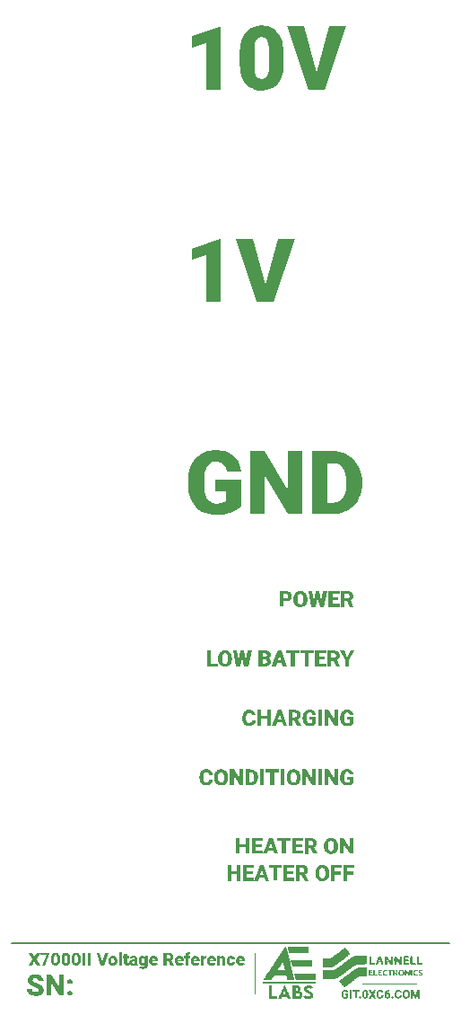
<source format=gbr>
%TF.GenerationSoftware,KiCad,Pcbnew,8.0.9-8.0.9-0~ubuntu24.04.1*%
%TF.CreationDate,2025-03-26T20:50:53+01:00*%
%TF.ProjectId,X7000II-FrontPanel,58373030-3049-4492-9d46-726f6e745061,rev?*%
%TF.SameCoordinates,Original*%
%TF.FileFunction,Soldermask,Top*%
%TF.FilePolarity,Negative*%
%FSLAX46Y46*%
G04 Gerber Fmt 4.6, Leading zero omitted, Abs format (unit mm)*
G04 Created by KiCad (PCBNEW 8.0.9-8.0.9-0~ubuntu24.04.1) date 2025-03-26 20:50:53*
%MOMM*%
%LPD*%
G01*
G04 APERTURE LIST*
%ADD10C,0.200000*%
%ADD11C,0.100000*%
%ADD12C,0.300000*%
%ADD13C,0.250000*%
%ADD14C,0.000000*%
G04 APERTURE END LIST*
D10*
X144875000Y-141750000D02*
X103625000Y-141750000D01*
D11*
X141732000Y-145542000D02*
X136652000Y-145542000D01*
X126492000Y-142621000D02*
X126492000Y-146431000D01*
D12*
G36*
X106136723Y-146138205D02*
G01*
X106113647Y-146038368D01*
X106071266Y-145983355D01*
X105984685Y-145927349D01*
X105886435Y-145884711D01*
X105785990Y-145849021D01*
X105692972Y-145816333D01*
X105594908Y-145777430D01*
X105505637Y-145736878D01*
X105415718Y-145689286D01*
X105328764Y-145632528D01*
X105248762Y-145563814D01*
X105185153Y-145488519D01*
X105136335Y-145396058D01*
X105111378Y-145299474D01*
X105105041Y-145212036D01*
X105115373Y-145105647D01*
X105146368Y-145009169D01*
X105198026Y-144922602D01*
X105270348Y-144845946D01*
X105320952Y-144806593D01*
X105406068Y-144755130D01*
X105499119Y-144714315D01*
X105600104Y-144684147D01*
X105709023Y-144664627D01*
X105825876Y-144655754D01*
X105866590Y-144655162D01*
X105965229Y-144659217D01*
X106076009Y-144674787D01*
X106178511Y-144702036D01*
X106272735Y-144740962D01*
X106358682Y-144791566D01*
X106398551Y-144821247D01*
X106479254Y-144899262D01*
X106540136Y-144987983D01*
X106581195Y-145087409D01*
X106602433Y-145197542D01*
X106605669Y-145265281D01*
X106136723Y-145265281D01*
X106119137Y-145163431D01*
X106066381Y-145081610D01*
X105978453Y-145027388D01*
X105880396Y-145009950D01*
X105854378Y-145009314D01*
X105752866Y-145019069D01*
X105658695Y-145057858D01*
X105644818Y-145068421D01*
X105585677Y-145146704D01*
X105573987Y-145209593D01*
X105608085Y-145305179D01*
X105670707Y-145359070D01*
X105761944Y-145407237D01*
X105858286Y-145446356D01*
X105939374Y-145473864D01*
X106034963Y-145506715D01*
X106140476Y-145549442D01*
X106235960Y-145595776D01*
X106321414Y-145645716D01*
X106408435Y-145708538D01*
X106430791Y-145727388D01*
X106498932Y-145798551D01*
X106556314Y-145891386D01*
X106591836Y-145996495D01*
X106604986Y-146098532D01*
X106605669Y-146129412D01*
X106596085Y-146241017D01*
X106567334Y-146340747D01*
X106519416Y-146428603D01*
X106452330Y-146504584D01*
X106405390Y-146542671D01*
X106311457Y-146599011D01*
X106220896Y-146636288D01*
X106121062Y-146663399D01*
X106011954Y-146680344D01*
X105913947Y-146686698D01*
X105872940Y-146687263D01*
X105771885Y-146682958D01*
X105672417Y-146670043D01*
X105574537Y-146648520D01*
X105478244Y-146618386D01*
X105387233Y-146578819D01*
X105294991Y-146522628D01*
X105213490Y-146454072D01*
X105165125Y-146401498D01*
X105105855Y-146311755D01*
X105069455Y-146220629D01*
X105048382Y-146118818D01*
X105042515Y-146020968D01*
X105511461Y-146020968D01*
X105520620Y-146120125D01*
X105555791Y-146211533D01*
X105605250Y-146264722D01*
X105695072Y-146309001D01*
X105791730Y-146328836D01*
X105873917Y-146333110D01*
X105974766Y-146323678D01*
X106067232Y-146282878D01*
X106075174Y-146275958D01*
X106129450Y-146190847D01*
X106136723Y-146138205D01*
G37*
G36*
X108514671Y-144686425D02*
G01*
X108514671Y-146656000D01*
X108045725Y-146656000D01*
X107326674Y-145430389D01*
X107326674Y-146656000D01*
X106857728Y-146656000D01*
X106857728Y-144686425D01*
X107326674Y-144686425D01*
X108045725Y-145912036D01*
X108045725Y-144686425D01*
X108514671Y-144686425D01*
G37*
G36*
X108823394Y-146421526D02*
G01*
X108842971Y-146324746D01*
X108892759Y-146254464D01*
X108978316Y-146201865D01*
X109073499Y-146187053D01*
X109174615Y-146203906D01*
X109254238Y-146254464D01*
X109310326Y-146340503D01*
X109323603Y-146421526D01*
X109304027Y-146518307D01*
X109254238Y-146588588D01*
X109168925Y-146641188D01*
X109073499Y-146656000D01*
X108972626Y-146639147D01*
X108892759Y-146588588D01*
X108836671Y-146502550D01*
X108823394Y-146421526D01*
G37*
G36*
X108823394Y-145327318D02*
G01*
X108842971Y-145230295D01*
X108892759Y-145160256D01*
X108978316Y-145107657D01*
X109073499Y-145092845D01*
X109174615Y-145109698D01*
X109254238Y-145160256D01*
X109310326Y-145246054D01*
X109323603Y-145327318D01*
X109304027Y-145424099D01*
X109254238Y-145494381D01*
X109168925Y-145546980D01*
X109073499Y-145561792D01*
X108972626Y-145544939D01*
X108892759Y-145494381D01*
X108836671Y-145408342D01*
X108823394Y-145327318D01*
G37*
G36*
X123328893Y-55352025D02*
G01*
X123328893Y-61260748D01*
X121951363Y-61260748D01*
X121951363Y-56893685D01*
X120591419Y-57287893D01*
X120591419Y-56248884D01*
X123202863Y-55352025D01*
X123328893Y-55352025D01*
G37*
G36*
X127519945Y-55249048D02*
G01*
X127826129Y-55313808D01*
X128108922Y-55421743D01*
X128368325Y-55572851D01*
X128604338Y-55767132D01*
X128677811Y-55841487D01*
X128874033Y-56095549D01*
X129029658Y-56397216D01*
X129128333Y-56684969D01*
X129198815Y-57005781D01*
X129241105Y-57359652D01*
X129254637Y-57666551D01*
X129255201Y-57746581D01*
X129255201Y-58835416D01*
X129246225Y-59147284D01*
X129209761Y-59507494D01*
X129145246Y-59834789D01*
X129052682Y-60129168D01*
X128904579Y-60438975D01*
X128716085Y-60701384D01*
X128680742Y-60740510D01*
X128453968Y-60949183D01*
X128203392Y-61114683D01*
X127929014Y-61237008D01*
X127630834Y-61316160D01*
X127308851Y-61352138D01*
X127196234Y-61354537D01*
X126865665Y-61332950D01*
X126558691Y-61268189D01*
X126275314Y-61160255D01*
X126015534Y-61009147D01*
X125779349Y-60814865D01*
X125705864Y-60740510D01*
X125509642Y-60486002D01*
X125354017Y-60184094D01*
X125255342Y-59896298D01*
X125184860Y-59575586D01*
X125142570Y-59221959D01*
X125129038Y-58915358D01*
X125128474Y-58835416D01*
X125128474Y-57746581D01*
X125134526Y-57535556D01*
X126506004Y-57535556D01*
X126506004Y-59003944D01*
X126514839Y-59300630D01*
X126552166Y-59619436D01*
X126637457Y-59913374D01*
X126690651Y-60012178D01*
X126910836Y-60222105D01*
X127199165Y-60292080D01*
X127493277Y-60214739D01*
X127693024Y-60018040D01*
X127812576Y-59723327D01*
X127863066Y-59400182D01*
X127877491Y-59081285D01*
X127877672Y-59037649D01*
X127877672Y-57569261D01*
X127866039Y-57239350D01*
X127825145Y-56932574D01*
X127735179Y-56650191D01*
X127691558Y-56572750D01*
X127473572Y-56360625D01*
X127188907Y-56289917D01*
X126890221Y-56368086D01*
X126689186Y-56566888D01*
X126570583Y-56859666D01*
X126520494Y-57178690D01*
X126506183Y-57492641D01*
X126506004Y-57535556D01*
X125134526Y-57535556D01*
X125137427Y-57434393D01*
X125173799Y-57073911D01*
X125238149Y-56746487D01*
X125330477Y-56452122D01*
X125478202Y-56142521D01*
X125666215Y-55880525D01*
X125701468Y-55841487D01*
X125928396Y-55632814D01*
X126179436Y-55467315D01*
X126454587Y-55344989D01*
X126753849Y-55265837D01*
X127077223Y-55229859D01*
X127190372Y-55227461D01*
X127519945Y-55249048D01*
G37*
G36*
X135188837Y-55305130D02*
G01*
X133175299Y-61260748D01*
X131604329Y-61260748D01*
X129602515Y-55305130D01*
X131205725Y-55305130D01*
X132391279Y-59648745D01*
X133576834Y-55305130D01*
X135188837Y-55305130D01*
G37*
G36*
X125233987Y-98071913D02*
G01*
X125233987Y-100567586D01*
X124988985Y-100770077D01*
X124719879Y-100932422D01*
X124454105Y-101066420D01*
X124417727Y-101083427D01*
X124143531Y-101189065D01*
X123833851Y-101268756D01*
X123540170Y-101316412D01*
X123220420Y-101345006D01*
X122874601Y-101354537D01*
X122516866Y-101336290D01*
X122181886Y-101281550D01*
X121869661Y-101190317D01*
X121580190Y-101062590D01*
X121313474Y-100898370D01*
X121069513Y-100697657D01*
X120978300Y-100607154D01*
X120772277Y-100358069D01*
X120601173Y-100077929D01*
X120464989Y-99766734D01*
X120363724Y-99424484D01*
X120307853Y-99128324D01*
X120274331Y-98812289D01*
X120263157Y-98476379D01*
X120263157Y-98145186D01*
X120274285Y-97809207D01*
X120307670Y-97492966D01*
X120363311Y-97196463D01*
X120464162Y-96853590D01*
X120599788Y-96541558D01*
X120770190Y-96260366D01*
X120975369Y-96010015D01*
X121208017Y-95793438D01*
X121459914Y-95613569D01*
X121731059Y-95470407D01*
X122021453Y-95363954D01*
X122331095Y-95294209D01*
X122659986Y-95261172D01*
X122796932Y-95258235D01*
X123093137Y-95266936D01*
X123434028Y-95302285D01*
X123742289Y-95364824D01*
X124069132Y-95475764D01*
X124348988Y-95625859D01*
X124581859Y-95815109D01*
X124803692Y-96073247D01*
X124980646Y-96361679D01*
X125096600Y-96633017D01*
X125179582Y-96926612D01*
X125229591Y-97242464D01*
X123879905Y-97242464D01*
X123809288Y-96939870D01*
X123670642Y-96658210D01*
X123592675Y-96561027D01*
X123347159Y-96396735D01*
X123054114Y-96329141D01*
X122878997Y-96320692D01*
X122580439Y-96364054D01*
X122298638Y-96511921D01*
X122084830Y-96737407D01*
X122065669Y-96764725D01*
X121919738Y-97050661D01*
X121830117Y-97365551D01*
X121782652Y-97687963D01*
X121764964Y-97999144D01*
X121763785Y-98110015D01*
X121763785Y-98479310D01*
X121774758Y-98803508D01*
X121807680Y-99095764D01*
X121873827Y-99396357D01*
X121986003Y-99686655D01*
X122075927Y-99839254D01*
X122275966Y-100058150D01*
X122555605Y-100217346D01*
X122858916Y-100285005D01*
X123009423Y-100292080D01*
X123324153Y-100267465D01*
X123608205Y-100183528D01*
X123827148Y-100040022D01*
X123827148Y-99103595D01*
X122843826Y-99103595D01*
X122843826Y-98071913D01*
X125233987Y-98071913D01*
G37*
G36*
X131048921Y-95352025D02*
G01*
X131048921Y-101260748D01*
X129642082Y-101260748D01*
X127484929Y-97583916D01*
X127484929Y-101260748D01*
X126078090Y-101260748D01*
X126078090Y-95352025D01*
X127484929Y-95352025D01*
X129642082Y-99028856D01*
X129642082Y-95352025D01*
X131048921Y-95352025D01*
G37*
G36*
X134191748Y-95364647D02*
G01*
X134521864Y-95411280D01*
X134834448Y-95492273D01*
X135129502Y-95607628D01*
X135329521Y-95711062D01*
X135590313Y-95881604D01*
X135825160Y-96079074D01*
X136034061Y-96303473D01*
X136217015Y-96554798D01*
X136309912Y-96710503D01*
X136448097Y-96999506D01*
X136552342Y-97307442D01*
X136622646Y-97634312D01*
X136655894Y-97929556D01*
X136664552Y-98186219D01*
X136664552Y-98433881D01*
X136652531Y-98738513D01*
X136603694Y-99099210D01*
X136517291Y-99437582D01*
X136393321Y-99753628D01*
X136231784Y-100047349D01*
X136032681Y-100318745D01*
X135895187Y-100470866D01*
X135644170Y-100698420D01*
X135371973Y-100887405D01*
X135078596Y-101037822D01*
X134764038Y-101149670D01*
X134428299Y-101222950D01*
X134071380Y-101257662D01*
X133922682Y-101260748D01*
X131975090Y-101260748D01*
X131975090Y-100198291D01*
X133381928Y-100198291D01*
X133905096Y-100198291D01*
X134200134Y-100173997D01*
X134513612Y-100075300D01*
X134765623Y-99900683D01*
X134956168Y-99650146D01*
X135085247Y-99323688D01*
X135144255Y-99007859D01*
X135163924Y-98643441D01*
X135163924Y-98186219D01*
X135152950Y-97880851D01*
X135104178Y-97520417D01*
X135016388Y-97213381D01*
X134851782Y-96904676D01*
X134626210Y-96679405D01*
X134339673Y-96537568D01*
X133992171Y-96479164D01*
X133915355Y-96477496D01*
X133381928Y-96477496D01*
X133381928Y-100198291D01*
X131975090Y-100198291D01*
X131975090Y-95352025D01*
X133894838Y-95352025D01*
X134191748Y-95364647D01*
G37*
G36*
X125674215Y-133290187D02*
G01*
X125674215Y-132664803D01*
X125134927Y-132664803D01*
X125134927Y-133290187D01*
X124783217Y-133290187D01*
X124783217Y-131813006D01*
X125134927Y-131813006D01*
X125134927Y-132399189D01*
X125674215Y-132399189D01*
X125674215Y-131813006D01*
X126025925Y-131813006D01*
X126025925Y-133290187D01*
X125674215Y-133290187D01*
G37*
G36*
X126258932Y-133290187D02*
G01*
X126258932Y-131805312D01*
X127290614Y-131805312D01*
X127290614Y-132070926D01*
X126610642Y-132070926D01*
X126610642Y-132391495D01*
X127185101Y-132391495D01*
X127185101Y-132657109D01*
X126610642Y-132657109D01*
X126610642Y-133024572D01*
X127290614Y-133024572D01*
X127290614Y-133290187D01*
X126258932Y-133290187D01*
G37*
G36*
X128750942Y-133290187D02*
G01*
X128363329Y-133290187D01*
X128277233Y-133008819D01*
X127784107Y-133008819D01*
X127698011Y-133290187D01*
X127311497Y-133290187D01*
X127512981Y-132743205D01*
X127870202Y-132743205D01*
X128191138Y-132743205D01*
X128030304Y-132220036D01*
X127870202Y-132743205D01*
X127512981Y-132743205D01*
X127859944Y-131801282D01*
X128199564Y-131801282D01*
X128750942Y-133290187D01*
G37*
G36*
X128669609Y-132070926D02*
G01*
X128669609Y-131805312D01*
X129912317Y-131805312D01*
X129912317Y-132070926D01*
X129466818Y-132070926D01*
X129466818Y-133278463D01*
X129115108Y-133278463D01*
X129115108Y-132070926D01*
X128669609Y-132070926D01*
G37*
G36*
X130064724Y-133290187D02*
G01*
X130064724Y-131805312D01*
X131096406Y-131805312D01*
X131096406Y-132070926D01*
X130416434Y-132070926D01*
X130416434Y-132391495D01*
X130990893Y-132391495D01*
X130990893Y-132657109D01*
X130416434Y-132657109D01*
X130416434Y-133024572D01*
X131096406Y-133024572D01*
X131096406Y-133290187D01*
X130064724Y-133290187D01*
G37*
G36*
X131902039Y-131815823D02*
G01*
X131974938Y-131824276D01*
X132055639Y-131841857D01*
X132128948Y-131867553D01*
X132194864Y-131901363D01*
X132234700Y-131928411D01*
X132294228Y-131983771D01*
X132339135Y-132049195D01*
X132369421Y-132124681D01*
X132383744Y-132197393D01*
X132387474Y-132263634D01*
X132383123Y-132345264D01*
X132370072Y-132417598D01*
X132344988Y-132487862D01*
X132317865Y-132534377D01*
X132269887Y-132591593D01*
X132212964Y-132640508D01*
X132147097Y-132681123D01*
X132132851Y-132688250D01*
X132437666Y-133294583D01*
X132059944Y-133294583D01*
X131789934Y-132774346D01*
X131590265Y-132774346D01*
X131590265Y-133301910D01*
X131238556Y-133301910D01*
X131238556Y-132508732D01*
X131590265Y-132508732D01*
X131824372Y-132508732D01*
X131906741Y-132498423D01*
X131976104Y-132461398D01*
X132019043Y-132397444D01*
X132034938Y-132319396D01*
X132035764Y-132293309D01*
X132028564Y-132220348D01*
X131996565Y-132146549D01*
X131938965Y-132099586D01*
X131867566Y-132080507D01*
X131830967Y-132078620D01*
X131590265Y-132078620D01*
X131590265Y-132508732D01*
X131238556Y-132508732D01*
X131238556Y-131813006D01*
X131824006Y-131813006D01*
X131902039Y-131815823D01*
G37*
G36*
X133825358Y-131794344D02*
G01*
X133907780Y-131808700D01*
X133985156Y-131832626D01*
X134057488Y-131866123D01*
X134124775Y-131909190D01*
X134187018Y-131961828D01*
X134210502Y-131985563D01*
X134263697Y-132050348D01*
X134307875Y-132122199D01*
X134343038Y-132201115D01*
X134369184Y-132287098D01*
X134383610Y-132360972D01*
X134392265Y-132439368D01*
X134395150Y-132522287D01*
X134395150Y-132582004D01*
X134392276Y-132664831D01*
X134383655Y-132743136D01*
X134369287Y-132816918D01*
X134343244Y-132902787D01*
X134308222Y-132981589D01*
X134264218Y-133053325D01*
X134211235Y-133117995D01*
X134151345Y-133174356D01*
X134086392Y-133221164D01*
X134016377Y-133258419D01*
X133941299Y-133286122D01*
X133861159Y-133304272D01*
X133775956Y-133312870D01*
X133740457Y-133313634D01*
X133652367Y-133308857D01*
X133569447Y-133294528D01*
X133491696Y-133270647D01*
X133419116Y-133237213D01*
X133351705Y-133194226D01*
X133289464Y-133141686D01*
X133266015Y-133117995D01*
X133213032Y-133053325D01*
X133169029Y-132981589D01*
X133134006Y-132902787D01*
X133107964Y-132816918D01*
X133093595Y-132743136D01*
X133084974Y-132664831D01*
X133082101Y-132582004D01*
X133082101Y-132522287D01*
X133083795Y-132473194D01*
X133457258Y-132473194D01*
X133457258Y-132589698D01*
X133459756Y-132668949D01*
X133468988Y-132752324D01*
X133485021Y-132825917D01*
X133511674Y-132898045D01*
X133528332Y-132929318D01*
X133579552Y-132991914D01*
X133644367Y-133031327D01*
X133722777Y-133047556D01*
X133740091Y-133048020D01*
X133817922Y-133036607D01*
X133883803Y-133002367D01*
X133937734Y-132945302D01*
X133947087Y-132931150D01*
X133982329Y-132857263D01*
X134003974Y-132778255D01*
X134015436Y-132698829D01*
X134019708Y-132623103D01*
X134019993Y-132596293D01*
X134019993Y-132527050D01*
X134017443Y-132445837D01*
X134009792Y-132372558D01*
X133994420Y-132297095D01*
X133968351Y-132224074D01*
X133947453Y-132185598D01*
X133895081Y-132125127D01*
X133828184Y-132087052D01*
X133755557Y-132071934D01*
X133728733Y-132070926D01*
X133650525Y-132080747D01*
X133574172Y-132118460D01*
X133516908Y-132184457D01*
X133483769Y-132261061D01*
X133466802Y-132336486D01*
X133458318Y-132424482D01*
X133457258Y-132473194D01*
X133083795Y-132473194D01*
X133084963Y-132439368D01*
X133093549Y-132360972D01*
X133107861Y-132287098D01*
X133133799Y-132201115D01*
X133168683Y-132122199D01*
X133212510Y-132050348D01*
X133265283Y-131985563D01*
X133325121Y-131929097D01*
X133390147Y-131882201D01*
X133460361Y-131844876D01*
X133535763Y-131817122D01*
X133616352Y-131798938D01*
X133702129Y-131790324D01*
X133737893Y-131789558D01*
X133825358Y-131794344D01*
G37*
G36*
X135821040Y-131813006D02*
G01*
X135821040Y-133290187D01*
X135469330Y-133290187D01*
X134930042Y-132370979D01*
X134930042Y-133290187D01*
X134578332Y-133290187D01*
X134578332Y-131813006D01*
X134930042Y-131813006D01*
X135469330Y-132732214D01*
X135469330Y-131813006D01*
X135821040Y-131813006D01*
G37*
D13*
G36*
X105542509Y-142632255D02*
G01*
X105737708Y-143024997D01*
X105933200Y-142632255D01*
X106261169Y-142632255D01*
X105928217Y-143218145D01*
X106270255Y-143814000D01*
X105938769Y-143814000D01*
X105737708Y-143413930D01*
X105536940Y-143814000D01*
X105204575Y-143814000D01*
X105547491Y-143218145D01*
X105213660Y-142632255D01*
X105542509Y-142632255D01*
G37*
G36*
X107174442Y-142626100D02*
G01*
X107174442Y-142773232D01*
X106727478Y-143814000D01*
X106434972Y-143814000D01*
X106882816Y-142838591D01*
X106311581Y-142838591D01*
X106311581Y-142626100D01*
X107174442Y-142626100D01*
G37*
G36*
X107800454Y-142611660D02*
G01*
X107861691Y-142624612D01*
X107918250Y-142646199D01*
X107970130Y-142676420D01*
X108017333Y-142715276D01*
X108032027Y-142730147D01*
X108071272Y-142780960D01*
X108102397Y-142841293D01*
X108122132Y-142898844D01*
X108136228Y-142963006D01*
X108144686Y-143033780D01*
X108147393Y-143095160D01*
X108147505Y-143111166D01*
X108147505Y-143328933D01*
X108145710Y-143391307D01*
X108138417Y-143463349D01*
X108125514Y-143528808D01*
X108107002Y-143587684D01*
X108077381Y-143649645D01*
X108039682Y-143702127D01*
X108032614Y-143709952D01*
X107987259Y-143751687D01*
X107937144Y-143784787D01*
X107882268Y-143809252D01*
X107822632Y-143825082D01*
X107758235Y-143832278D01*
X107735712Y-143832757D01*
X107669598Y-143828440D01*
X107608203Y-143815488D01*
X107551528Y-143793901D01*
X107499572Y-143763679D01*
X107452335Y-143724823D01*
X107437638Y-143709952D01*
X107398394Y-143659050D01*
X107367269Y-143598669D01*
X107347534Y-143541110D01*
X107333437Y-143476967D01*
X107324979Y-143406242D01*
X107322273Y-143344922D01*
X107322160Y-143328933D01*
X107322160Y-143111166D01*
X107323371Y-143068961D01*
X107597666Y-143068961D01*
X107597666Y-143362639D01*
X107599433Y-143421976D01*
X107606898Y-143485737D01*
X107623957Y-143544525D01*
X107634595Y-143564286D01*
X107678632Y-143606271D01*
X107736298Y-143620266D01*
X107795121Y-143604798D01*
X107835070Y-143565458D01*
X107858980Y-143506515D01*
X107869078Y-143441886D01*
X107871963Y-143378107D01*
X107871999Y-143369380D01*
X107871999Y-143075702D01*
X107869673Y-143009720D01*
X107861494Y-142948365D01*
X107843501Y-142891888D01*
X107834777Y-142876400D01*
X107791180Y-142833975D01*
X107734247Y-142819833D01*
X107674509Y-142835467D01*
X107634302Y-142875228D01*
X107610582Y-142933783D01*
X107600564Y-142997588D01*
X107597702Y-143060378D01*
X107597666Y-143068961D01*
X107323371Y-143068961D01*
X107323951Y-143048729D01*
X107331225Y-142976632D01*
X107344095Y-142911147D01*
X107362561Y-142852274D01*
X107392106Y-142790354D01*
X107429708Y-142737955D01*
X107436759Y-142730147D01*
X107482144Y-142688413D01*
X107532352Y-142655313D01*
X107587383Y-142630848D01*
X107647235Y-142615017D01*
X107711910Y-142607822D01*
X107734540Y-142607342D01*
X107800454Y-142611660D01*
G37*
G36*
X108773518Y-142611660D02*
G01*
X108834754Y-142624612D01*
X108891313Y-142646199D01*
X108943194Y-142676420D01*
X108990396Y-142715276D01*
X109005091Y-142730147D01*
X109044335Y-142780960D01*
X109075460Y-142841293D01*
X109095195Y-142898844D01*
X109109292Y-142963006D01*
X109117750Y-143033780D01*
X109120456Y-143095160D01*
X109120569Y-143111166D01*
X109120569Y-143328933D01*
X109118774Y-143391307D01*
X109111481Y-143463349D01*
X109098578Y-143528808D01*
X109080065Y-143587684D01*
X109050445Y-143649645D01*
X109012746Y-143702127D01*
X109005677Y-143709952D01*
X108960322Y-143751687D01*
X108910207Y-143784787D01*
X108855331Y-143809252D01*
X108795695Y-143825082D01*
X108731299Y-143832278D01*
X108708775Y-143832757D01*
X108642662Y-143828440D01*
X108581267Y-143815488D01*
X108524592Y-143793901D01*
X108472635Y-143763679D01*
X108425398Y-143724823D01*
X108410702Y-143709952D01*
X108371457Y-143659050D01*
X108340332Y-143598669D01*
X108320597Y-143541110D01*
X108306501Y-143476967D01*
X108298043Y-143406242D01*
X108295336Y-143344922D01*
X108295223Y-143328933D01*
X108295223Y-143111166D01*
X108296434Y-143068961D01*
X108570729Y-143068961D01*
X108570729Y-143362639D01*
X108572497Y-143421976D01*
X108579962Y-143485737D01*
X108597020Y-143544525D01*
X108607659Y-143564286D01*
X108651696Y-143606271D01*
X108709362Y-143620266D01*
X108768184Y-143604798D01*
X108808133Y-143565458D01*
X108832044Y-143506515D01*
X108842142Y-143441886D01*
X108845027Y-143378107D01*
X108845063Y-143369380D01*
X108845063Y-143075702D01*
X108842737Y-143009720D01*
X108834558Y-142948365D01*
X108816564Y-142891888D01*
X108807840Y-142876400D01*
X108764243Y-142833975D01*
X108707310Y-142819833D01*
X108647573Y-142835467D01*
X108607366Y-142875228D01*
X108583645Y-142933783D01*
X108573627Y-142997588D01*
X108570765Y-143060378D01*
X108570729Y-143068961D01*
X108296434Y-143068961D01*
X108297014Y-143048729D01*
X108304288Y-142976632D01*
X108317158Y-142911147D01*
X108335624Y-142852274D01*
X108365169Y-142790354D01*
X108402772Y-142737955D01*
X108409822Y-142730147D01*
X108455208Y-142688413D01*
X108505416Y-142655313D01*
X108560446Y-142630848D01*
X108620299Y-142615017D01*
X108684973Y-142607822D01*
X108707603Y-142607342D01*
X108773518Y-142611660D01*
G37*
G36*
X109746581Y-142611660D02*
G01*
X109807818Y-142624612D01*
X109864377Y-142646199D01*
X109916257Y-142676420D01*
X109963460Y-142715276D01*
X109978154Y-142730147D01*
X110017399Y-142780960D01*
X110048524Y-142841293D01*
X110068259Y-142898844D01*
X110082355Y-142963006D01*
X110090813Y-143033780D01*
X110093520Y-143095160D01*
X110093632Y-143111166D01*
X110093632Y-143328933D01*
X110091837Y-143391307D01*
X110084544Y-143463349D01*
X110071641Y-143528808D01*
X110053129Y-143587684D01*
X110023508Y-143649645D01*
X109985809Y-143702127D01*
X109978741Y-143709952D01*
X109933386Y-143751687D01*
X109883271Y-143784787D01*
X109828395Y-143809252D01*
X109768759Y-143825082D01*
X109704362Y-143832278D01*
X109681839Y-143832757D01*
X109615725Y-143828440D01*
X109554330Y-143815488D01*
X109497655Y-143793901D01*
X109445699Y-143763679D01*
X109398462Y-143724823D01*
X109383765Y-143709952D01*
X109344521Y-143659050D01*
X109313396Y-143598669D01*
X109293661Y-143541110D01*
X109279564Y-143476967D01*
X109271106Y-143406242D01*
X109268400Y-143344922D01*
X109268287Y-143328933D01*
X109268287Y-143111166D01*
X109269498Y-143068961D01*
X109543793Y-143068961D01*
X109543793Y-143362639D01*
X109545560Y-143421976D01*
X109553025Y-143485737D01*
X109570084Y-143544525D01*
X109580722Y-143564286D01*
X109624759Y-143606271D01*
X109682425Y-143620266D01*
X109741248Y-143604798D01*
X109781197Y-143565458D01*
X109805107Y-143506515D01*
X109815205Y-143441886D01*
X109818090Y-143378107D01*
X109818126Y-143369380D01*
X109818126Y-143075702D01*
X109815800Y-143009720D01*
X109807621Y-142948365D01*
X109789628Y-142891888D01*
X109780904Y-142876400D01*
X109737307Y-142833975D01*
X109680374Y-142819833D01*
X109620636Y-142835467D01*
X109580429Y-142875228D01*
X109556709Y-142933783D01*
X109546691Y-142997588D01*
X109543829Y-143060378D01*
X109543793Y-143068961D01*
X109269498Y-143068961D01*
X109270078Y-143048729D01*
X109277352Y-142976632D01*
X109290222Y-142911147D01*
X109308688Y-142852274D01*
X109338233Y-142790354D01*
X109375835Y-142737955D01*
X109382886Y-142730147D01*
X109428271Y-142688413D01*
X109478479Y-142655313D01*
X109533510Y-142630848D01*
X109593362Y-142615017D01*
X109658037Y-142607822D01*
X109680667Y-142607342D01*
X109746581Y-142611660D01*
G37*
G36*
X110560234Y-142632255D02*
G01*
X110560234Y-143814000D01*
X110278866Y-143814000D01*
X110278866Y-142632255D01*
X110560234Y-142632255D01*
G37*
G36*
X111067868Y-142632255D02*
G01*
X111067868Y-143814000D01*
X110786501Y-143814000D01*
X110786501Y-142632255D01*
X111067868Y-142632255D01*
G37*
G36*
X112712990Y-142622876D02*
G01*
X112310283Y-143814000D01*
X111996089Y-143814000D01*
X111595726Y-142622876D01*
X111916368Y-142622876D01*
X112153479Y-143491599D01*
X112390590Y-142622876D01*
X112712990Y-142622876D01*
G37*
G36*
X113199980Y-142916764D02*
G01*
X113258028Y-142926188D01*
X113321302Y-142945789D01*
X113377610Y-142974438D01*
X113426952Y-143012133D01*
X113455977Y-143042290D01*
X113493429Y-143092748D01*
X113523132Y-143147844D01*
X113545086Y-143207576D01*
X113559292Y-143271945D01*
X113565749Y-143340951D01*
X113566180Y-143364983D01*
X113566180Y-143381983D01*
X113563489Y-143441098D01*
X113553158Y-143507785D01*
X113535077Y-143569836D01*
X113509249Y-143627250D01*
X113475672Y-143680027D01*
X113455977Y-143704676D01*
X113411268Y-143748204D01*
X113359573Y-143782726D01*
X113300892Y-143808242D01*
X113235224Y-143824752D01*
X113175165Y-143831632D01*
X113136801Y-143832757D01*
X113074330Y-143829709D01*
X113005636Y-143818004D01*
X112943785Y-143797519D01*
X112888775Y-143768256D01*
X112840608Y-143730214D01*
X112819090Y-143707900D01*
X112781738Y-143658692D01*
X112752114Y-143604929D01*
X112730218Y-143546612D01*
X112716050Y-143483740D01*
X112709610Y-143416315D01*
X112709180Y-143392827D01*
X112709180Y-143381983D01*
X112984686Y-143381983D01*
X112987777Y-143441723D01*
X112998318Y-143500297D01*
X113016340Y-143551390D01*
X113055457Y-143598473D01*
X113111773Y-143618585D01*
X113138559Y-143620266D01*
X113196495Y-143610622D01*
X113244396Y-143574990D01*
X113258434Y-143551683D01*
X113278080Y-143493280D01*
X113287525Y-143433969D01*
X113290642Y-143372317D01*
X113290674Y-143364983D01*
X113286899Y-143300938D01*
X113275574Y-143243403D01*
X113258727Y-143196749D01*
X113219810Y-143148463D01*
X113163580Y-143127838D01*
X113136801Y-143126114D01*
X113078865Y-143135965D01*
X113030964Y-143172357D01*
X113016926Y-143196163D01*
X112997280Y-143255129D01*
X112987835Y-143314091D01*
X112984718Y-143374792D01*
X112984686Y-143381983D01*
X112709180Y-143381983D01*
X112709180Y-143364983D01*
X112711856Y-143305869D01*
X112722133Y-143239181D01*
X112740117Y-143177130D01*
X112765808Y-143119717D01*
X112799207Y-143066940D01*
X112818796Y-143042290D01*
X112863475Y-142998563D01*
X112915077Y-142963883D01*
X112973604Y-142938250D01*
X113039055Y-142921664D01*
X113098886Y-142914754D01*
X113137094Y-142913623D01*
X113199980Y-142916764D01*
G37*
G36*
X113984714Y-142557224D02*
G01*
X113984714Y-143814000D01*
X113709208Y-143814000D01*
X113709208Y-142557224D01*
X113984714Y-142557224D01*
G37*
G36*
X114640066Y-143809310D02*
G01*
X114579650Y-143824491D01*
X114521048Y-143831635D01*
X114485607Y-143832757D01*
X114423124Y-143828782D01*
X114361807Y-143814808D01*
X114304826Y-143787479D01*
X114280736Y-143769157D01*
X114242715Y-143721478D01*
X114220535Y-143665009D01*
X114210396Y-143604032D01*
X114208636Y-143560769D01*
X114208636Y-143119959D01*
X114096089Y-143119959D01*
X114096089Y-142932381D01*
X114208636Y-142932381D01*
X114208636Y-142716665D01*
X114484142Y-142716665D01*
X114484142Y-142932381D01*
X114640066Y-142932381D01*
X114640066Y-143119959D01*
X114484142Y-143119959D01*
X114484142Y-143529994D01*
X114493984Y-143588926D01*
X114503193Y-143602094D01*
X114560607Y-143619982D01*
X114572655Y-143620266D01*
X114632858Y-143616451D01*
X114640066Y-143615284D01*
X114640066Y-143809310D01*
G37*
G36*
X115169361Y-142917437D02*
G01*
X115231373Y-142928882D01*
X115288308Y-142947956D01*
X115347160Y-142979097D01*
X115367519Y-142993344D01*
X115413938Y-143038205D01*
X115447094Y-143093068D01*
X115465226Y-143149278D01*
X115473204Y-143213145D01*
X115473618Y-143232799D01*
X115473618Y-143622025D01*
X115476540Y-143686131D01*
X115486638Y-143747245D01*
X115508276Y-143806527D01*
X115510548Y-143810775D01*
X115236214Y-143810775D01*
X115214174Y-143753905D01*
X115211009Y-143741313D01*
X115162685Y-143785517D01*
X115104764Y-143815254D01*
X115045221Y-143829543D01*
X114995586Y-143832757D01*
X114935594Y-143828068D01*
X114873227Y-143811581D01*
X114816284Y-143783225D01*
X114781337Y-143757726D01*
X114737982Y-143712020D01*
X114708817Y-143659312D01*
X114693840Y-143599603D01*
X114691651Y-143563406D01*
X114692357Y-143556079D01*
X114967157Y-143556079D01*
X114985936Y-143612493D01*
X114993535Y-143620559D01*
X115047723Y-143644578D01*
X115059773Y-143645179D01*
X115118460Y-143636249D01*
X115147408Y-143622318D01*
X115191686Y-143581492D01*
X115198113Y-143571027D01*
X115198113Y-143420085D01*
X115108720Y-143420085D01*
X115048132Y-143428107D01*
X114997931Y-143461997D01*
X114972236Y-143515242D01*
X114967157Y-143556079D01*
X114692357Y-143556079D01*
X114697879Y-143498761D01*
X114716563Y-143441407D01*
X114747704Y-143391343D01*
X114791302Y-143348570D01*
X114848253Y-143314205D01*
X114909536Y-143292190D01*
X114970570Y-143279303D01*
X115039455Y-143271940D01*
X115102858Y-143270022D01*
X115198113Y-143270022D01*
X115198113Y-143223127D01*
X115189419Y-143164188D01*
X115150779Y-143115608D01*
X115088203Y-143101201D01*
X115029967Y-143112561D01*
X114990809Y-143159877D01*
X114985914Y-143197335D01*
X114710408Y-143197335D01*
X114718824Y-143132258D01*
X114744072Y-143073533D01*
X114780644Y-143026666D01*
X114816801Y-142994809D01*
X114866825Y-142963175D01*
X114923806Y-142939311D01*
X114987744Y-142923216D01*
X115048084Y-142915605D01*
X115102272Y-142913623D01*
X115169361Y-142917437D01*
G37*
G36*
X116013420Y-142913238D02*
G01*
X116071525Y-142930549D01*
X116127610Y-142963818D01*
X116164435Y-142999792D01*
X116174107Y-142923588D01*
X116422062Y-142923588D01*
X116422062Y-143770622D01*
X116417704Y-143836258D01*
X116404628Y-143896001D01*
X116378355Y-143958251D01*
X116340218Y-144012480D01*
X116298085Y-144052576D01*
X116248852Y-144086242D01*
X116194138Y-144112944D01*
X116133942Y-144132679D01*
X116068264Y-144145449D01*
X116009346Y-144150770D01*
X115972167Y-144151641D01*
X115910530Y-144147485D01*
X115848131Y-144135017D01*
X115790743Y-144116470D01*
X115736705Y-144091408D01*
X115685725Y-144056303D01*
X115643611Y-144013302D01*
X115758796Y-143855032D01*
X115807398Y-143895694D01*
X115863186Y-143923049D01*
X115926162Y-143937096D01*
X115964254Y-143939150D01*
X116026208Y-143933235D01*
X116082287Y-143911384D01*
X116125015Y-143866697D01*
X116143708Y-143810345D01*
X116146556Y-143770915D01*
X116146556Y-143731934D01*
X116099086Y-143774580D01*
X116044382Y-143803268D01*
X115982445Y-143818001D01*
X115944909Y-143820154D01*
X115884435Y-143815693D01*
X115820211Y-143799210D01*
X115762804Y-143770581D01*
X115712212Y-143729806D01*
X115680248Y-143693246D01*
X115647478Y-143643368D01*
X115621488Y-143588914D01*
X115602278Y-143529886D01*
X115589848Y-143466283D01*
X115584198Y-143398105D01*
X115583821Y-143374362D01*
X115859327Y-143374362D01*
X115863076Y-143433032D01*
X115875862Y-143490494D01*
X115897722Y-143540545D01*
X115939259Y-143586427D01*
X115996168Y-143606614D01*
X116015251Y-143607663D01*
X116076031Y-143599214D01*
X116129438Y-143567998D01*
X116146556Y-143547579D01*
X116146556Y-143180043D01*
X116102230Y-143138970D01*
X116043689Y-143121426D01*
X116016717Y-143119959D01*
X115955793Y-143132806D01*
X115909455Y-143171346D01*
X115898894Y-143187077D01*
X115874783Y-143244876D01*
X115863191Y-143304438D01*
X115859365Y-143366904D01*
X115859327Y-143374362D01*
X115583821Y-143374362D01*
X115583821Y-143357070D01*
X115586196Y-143296198D01*
X115595319Y-143228081D01*
X115611283Y-143165344D01*
X115634089Y-143107985D01*
X115663737Y-143056005D01*
X115681127Y-143032032D01*
X115727135Y-142983495D01*
X115780015Y-142946881D01*
X115839767Y-142922187D01*
X115906391Y-142909414D01*
X115947547Y-142907468D01*
X116013420Y-142913238D01*
G37*
G36*
X117070233Y-142917724D02*
G01*
X117132878Y-142930027D01*
X117189732Y-142950532D01*
X117248742Y-142984820D01*
X117299871Y-143030273D01*
X117336625Y-143076912D01*
X117365775Y-143129343D01*
X117387321Y-143187564D01*
X117401262Y-143251575D01*
X117407599Y-143321378D01*
X117408022Y-143345933D01*
X117408022Y-143457600D01*
X116852320Y-143457600D01*
X116871987Y-143517306D01*
X116908249Y-143568079D01*
X116917387Y-143576595D01*
X116971023Y-143607941D01*
X117032589Y-143619882D01*
X117047226Y-143620266D01*
X117110223Y-143614423D01*
X117172291Y-143593879D01*
X117225040Y-143558544D01*
X117255028Y-143526770D01*
X117380471Y-143676247D01*
X117338957Y-143722278D01*
X117291060Y-143758733D01*
X117248873Y-143783811D01*
X117194893Y-143807472D01*
X117134839Y-143823389D01*
X117076358Y-143831037D01*
X117029348Y-143832757D01*
X116963657Y-143829659D01*
X116902689Y-143820364D01*
X116835761Y-143801030D01*
X116775634Y-143772773D01*
X116722307Y-143735593D01*
X116690534Y-143705849D01*
X116649497Y-143656510D01*
X116616950Y-143603894D01*
X116592893Y-143548002D01*
X116577327Y-143488833D01*
X116570252Y-143426387D01*
X116569780Y-143404844D01*
X116569780Y-143371431D01*
X116572421Y-143312238D01*
X116575971Y-143288780D01*
X116852320Y-143288780D01*
X117132516Y-143288780D01*
X117132516Y-143267384D01*
X117123943Y-143205578D01*
X117089115Y-143153154D01*
X117034865Y-143129563D01*
X116995349Y-143126114D01*
X116934752Y-143137618D01*
X116893060Y-143172129D01*
X116865651Y-143227969D01*
X116852320Y-143288780D01*
X116575971Y-143288780D01*
X116582560Y-143245248D01*
X116600303Y-143182669D01*
X116625651Y-143124499D01*
X116658603Y-143070740D01*
X116677931Y-143045514D01*
X116722358Y-143000691D01*
X116774308Y-142965143D01*
X116833779Y-142938867D01*
X116900772Y-142921866D01*
X116962346Y-142914782D01*
X117001797Y-142913623D01*
X117070233Y-142917724D01*
G37*
G36*
X118469890Y-142634509D02*
G01*
X118528209Y-142641271D01*
X118592771Y-142655336D01*
X118651418Y-142675892D01*
X118704150Y-142702940D01*
X118736019Y-142724579D01*
X118783642Y-142768867D01*
X118819567Y-142821206D01*
X118843796Y-142881595D01*
X118855254Y-142939765D01*
X118858238Y-142992757D01*
X118854758Y-143058062D01*
X118844316Y-143115929D01*
X118824249Y-143172140D01*
X118802551Y-143209352D01*
X118764168Y-143255125D01*
X118718630Y-143294257D01*
X118665937Y-143326749D01*
X118654540Y-143332450D01*
X118898392Y-143817517D01*
X118596214Y-143817517D01*
X118380206Y-143401327D01*
X118220471Y-143401327D01*
X118220471Y-143823378D01*
X117939103Y-143823378D01*
X117939103Y-143188836D01*
X118220471Y-143188836D01*
X118407757Y-143188836D01*
X118473652Y-143180589D01*
X118529142Y-143150968D01*
X118563493Y-143099806D01*
X118576210Y-143037367D01*
X118576870Y-143016498D01*
X118571110Y-142958129D01*
X118545511Y-142899089D01*
X118499431Y-142861519D01*
X118442312Y-142846256D01*
X118413032Y-142844746D01*
X118220471Y-142844746D01*
X118220471Y-143188836D01*
X117939103Y-143188836D01*
X117939103Y-142632255D01*
X118407464Y-142632255D01*
X118469890Y-142634509D01*
G37*
G36*
X119497030Y-142917724D02*
G01*
X119559675Y-142930027D01*
X119616529Y-142950532D01*
X119675539Y-142984820D01*
X119726668Y-143030273D01*
X119763422Y-143076912D01*
X119792572Y-143129343D01*
X119814118Y-143187564D01*
X119828059Y-143251575D01*
X119834396Y-143321378D01*
X119834819Y-143345933D01*
X119834819Y-143457600D01*
X119279117Y-143457600D01*
X119298784Y-143517306D01*
X119335046Y-143568079D01*
X119344184Y-143576595D01*
X119397820Y-143607941D01*
X119459386Y-143619882D01*
X119474023Y-143620266D01*
X119537020Y-143614423D01*
X119599088Y-143593879D01*
X119651837Y-143558544D01*
X119681825Y-143526770D01*
X119807268Y-143676247D01*
X119765754Y-143722278D01*
X119717857Y-143758733D01*
X119675670Y-143783811D01*
X119621690Y-143807472D01*
X119561636Y-143823389D01*
X119503155Y-143831037D01*
X119456145Y-143832757D01*
X119390454Y-143829659D01*
X119329486Y-143820364D01*
X119262558Y-143801030D01*
X119202431Y-143772773D01*
X119149104Y-143735593D01*
X119117331Y-143705849D01*
X119076294Y-143656510D01*
X119043747Y-143603894D01*
X119019690Y-143548002D01*
X119004124Y-143488833D01*
X118997049Y-143426387D01*
X118996577Y-143404844D01*
X118996577Y-143371431D01*
X118999218Y-143312238D01*
X119002768Y-143288780D01*
X119279117Y-143288780D01*
X119559313Y-143288780D01*
X119559313Y-143267384D01*
X119550740Y-143205578D01*
X119515912Y-143153154D01*
X119461662Y-143129563D01*
X119422146Y-143126114D01*
X119361549Y-143137618D01*
X119319857Y-143172129D01*
X119292448Y-143227969D01*
X119279117Y-143288780D01*
X119002768Y-143288780D01*
X119009357Y-143245248D01*
X119027100Y-143182669D01*
X119052448Y-143124499D01*
X119085400Y-143070740D01*
X119104728Y-143045514D01*
X119149155Y-143000691D01*
X119201105Y-142965143D01*
X119260576Y-142938867D01*
X119327569Y-142921866D01*
X119389143Y-142914782D01*
X119428594Y-142913623D01*
X119497030Y-142917724D01*
G37*
G36*
X120455000Y-143119959D02*
G01*
X120280318Y-143119959D01*
X120280318Y-143814000D01*
X120004812Y-143814000D01*
X120004812Y-143119959D01*
X119873507Y-143119959D01*
X119873507Y-142932381D01*
X120004812Y-142932381D01*
X120004812Y-142857056D01*
X120009174Y-142792844D01*
X120022259Y-142735617D01*
X120047895Y-142678766D01*
X120084925Y-142631038D01*
X120095963Y-142620531D01*
X120145404Y-142584628D01*
X120202575Y-142558982D01*
X120267477Y-142543595D01*
X120330607Y-142538546D01*
X120340108Y-142538466D01*
X120343625Y-142538466D01*
X120406054Y-142542569D01*
X120465007Y-142552891D01*
X120473758Y-142554879D01*
X120473758Y-142758577D01*
X120414613Y-142751076D01*
X120404882Y-142750957D01*
X120344668Y-142759442D01*
X120295037Y-142797155D01*
X120280318Y-142858228D01*
X120280318Y-142932381D01*
X120455000Y-142932381D01*
X120455000Y-143119959D01*
G37*
G36*
X121001175Y-142917724D02*
G01*
X121063820Y-142930027D01*
X121120674Y-142950532D01*
X121179684Y-142984820D01*
X121230813Y-143030273D01*
X121267568Y-143076912D01*
X121296718Y-143129343D01*
X121318263Y-143187564D01*
X121332204Y-143251575D01*
X121338541Y-143321378D01*
X121338964Y-143345933D01*
X121338964Y-143457600D01*
X120783263Y-143457600D01*
X120802929Y-143517306D01*
X120839191Y-143568079D01*
X120848329Y-143576595D01*
X120901965Y-143607941D01*
X120963531Y-143619882D01*
X120978168Y-143620266D01*
X121041165Y-143614423D01*
X121103233Y-143593879D01*
X121155982Y-143558544D01*
X121185970Y-143526770D01*
X121311413Y-143676247D01*
X121269899Y-143722278D01*
X121222002Y-143758733D01*
X121179815Y-143783811D01*
X121125835Y-143807472D01*
X121065781Y-143823389D01*
X121007300Y-143831037D01*
X120960290Y-143832757D01*
X120894599Y-143829659D01*
X120833631Y-143820364D01*
X120766703Y-143801030D01*
X120706576Y-143772773D01*
X120653249Y-143735593D01*
X120621476Y-143705849D01*
X120580439Y-143656510D01*
X120547892Y-143603894D01*
X120523835Y-143548002D01*
X120508270Y-143488833D01*
X120501194Y-143426387D01*
X120500722Y-143404844D01*
X120500722Y-143371431D01*
X120503363Y-143312238D01*
X120506913Y-143288780D01*
X120783263Y-143288780D01*
X121063458Y-143288780D01*
X121063458Y-143267384D01*
X121054885Y-143205578D01*
X121020058Y-143153154D01*
X120965807Y-143129563D01*
X120926291Y-143126114D01*
X120865695Y-143137618D01*
X120824002Y-143172129D01*
X120796593Y-143227969D01*
X120783263Y-143288780D01*
X120506913Y-143288780D01*
X120513502Y-143245248D01*
X120531245Y-143182669D01*
X120556593Y-143124499D01*
X120589545Y-143070740D01*
X120608873Y-143045514D01*
X120653301Y-143000691D01*
X120705250Y-142965143D01*
X120764721Y-142938867D01*
X120831714Y-142921866D01*
X120893288Y-142914782D01*
X120932739Y-142913623D01*
X121001175Y-142917724D01*
G37*
G36*
X121875321Y-143176233D02*
G01*
X121816483Y-143181252D01*
X121759216Y-143201642D01*
X121714373Y-143246815D01*
X121709431Y-143256540D01*
X121709431Y-143814000D01*
X121433926Y-143814000D01*
X121433926Y-142932381D01*
X121691553Y-142932381D01*
X121700346Y-143045807D01*
X121733116Y-142994302D01*
X121777025Y-142950929D01*
X121834655Y-142921884D01*
X121893200Y-142913623D01*
X121952606Y-142919887D01*
X121968524Y-142924760D01*
X121968524Y-143182681D01*
X121875321Y-143176233D01*
G37*
G36*
X122535802Y-142917724D02*
G01*
X122598446Y-142930027D01*
X122655300Y-142950532D01*
X122714311Y-142984820D01*
X122765440Y-143030273D01*
X122802194Y-143076912D01*
X122831344Y-143129343D01*
X122852890Y-143187564D01*
X122866831Y-143251575D01*
X122873168Y-143321378D01*
X122873591Y-143345933D01*
X122873591Y-143457600D01*
X122317889Y-143457600D01*
X122337556Y-143517306D01*
X122373818Y-143568079D01*
X122382956Y-143576595D01*
X122436592Y-143607941D01*
X122498157Y-143619882D01*
X122512795Y-143620266D01*
X122575791Y-143614423D01*
X122637860Y-143593879D01*
X122690609Y-143558544D01*
X122720597Y-143526770D01*
X122846040Y-143676247D01*
X122804526Y-143722278D01*
X122756629Y-143758733D01*
X122714442Y-143783811D01*
X122660462Y-143807472D01*
X122600408Y-143823389D01*
X122541927Y-143831037D01*
X122494916Y-143832757D01*
X122429226Y-143829659D01*
X122368257Y-143820364D01*
X122301330Y-143801030D01*
X122241202Y-143772773D01*
X122187876Y-143735593D01*
X122156103Y-143705849D01*
X122115065Y-143656510D01*
X122082519Y-143603894D01*
X122058462Y-143548002D01*
X122042896Y-143488833D01*
X122035821Y-143426387D01*
X122035349Y-143404844D01*
X122035349Y-143371431D01*
X122037990Y-143312238D01*
X122041540Y-143288780D01*
X122317889Y-143288780D01*
X122598085Y-143288780D01*
X122598085Y-143267384D01*
X122589512Y-143205578D01*
X122554684Y-143153154D01*
X122500434Y-143129563D01*
X122460918Y-143126114D01*
X122400321Y-143137618D01*
X122358629Y-143172129D01*
X122331220Y-143227969D01*
X122317889Y-143288780D01*
X122041540Y-143288780D01*
X122048129Y-143245248D01*
X122065872Y-143182669D01*
X122091220Y-143124499D01*
X122124172Y-143070740D01*
X122143500Y-143045514D01*
X122187927Y-143000691D01*
X122239877Y-142965143D01*
X122299348Y-142938867D01*
X122366341Y-142921866D01*
X122427914Y-142914782D01*
X122467366Y-142913623D01*
X122535802Y-142917724D01*
G37*
G36*
X123365984Y-143126114D02*
G01*
X123305989Y-143136514D01*
X123257390Y-143170975D01*
X123244058Y-143189129D01*
X123244058Y-143814000D01*
X122968552Y-143814000D01*
X122968552Y-142932381D01*
X123226766Y-142932381D01*
X123235852Y-143034083D01*
X123279954Y-142987146D01*
X123330451Y-142951737D01*
X123387344Y-142927857D01*
X123450633Y-142915505D01*
X123489669Y-142913623D01*
X123548653Y-142918330D01*
X123608180Y-142934881D01*
X123660472Y-142963349D01*
X123691316Y-142988947D01*
X123729002Y-143040194D01*
X123752148Y-143100928D01*
X123764405Y-143165791D01*
X123768973Y-143230095D01*
X123769278Y-143253316D01*
X123769278Y-143814000D01*
X123493772Y-143814000D01*
X123493772Y-143256833D01*
X123487377Y-143197111D01*
X123460360Y-143151320D01*
X123404641Y-143129092D01*
X123365984Y-143126114D01*
G37*
G36*
X124283067Y-143620266D02*
G01*
X124341298Y-143610784D01*
X124386588Y-143573440D01*
X124403057Y-143514908D01*
X124403528Y-143500392D01*
X124666138Y-143500392D01*
X124661005Y-143563125D01*
X124645605Y-143620276D01*
X124615435Y-143678757D01*
X124578037Y-143723947D01*
X124558866Y-143741606D01*
X124509439Y-143777123D01*
X124455018Y-143803916D01*
X124395605Y-143821987D01*
X124331198Y-143831333D01*
X124292153Y-143832757D01*
X124229931Y-143829616D01*
X124161952Y-143817554D01*
X124101269Y-143796444D01*
X124047880Y-143766288D01*
X124001787Y-143727084D01*
X123981476Y-143704090D01*
X123946415Y-143653594D01*
X123918608Y-143598605D01*
X123898055Y-143539123D01*
X123884756Y-143475149D01*
X123878711Y-143406683D01*
X123878308Y-143382862D01*
X123878308Y-143364104D01*
X123880827Y-143305482D01*
X123890499Y-143239234D01*
X123907425Y-143177458D01*
X123931605Y-143120154D01*
X123963039Y-143067322D01*
X123981476Y-143042583D01*
X124023870Y-142998757D01*
X124073456Y-142963998D01*
X124130235Y-142938306D01*
X124194206Y-142921683D01*
X124253008Y-142914756D01*
X124290688Y-142913623D01*
X124350365Y-142916899D01*
X124414701Y-142929005D01*
X124473343Y-142950030D01*
X124526291Y-142979975D01*
X124560625Y-143006826D01*
X124601738Y-143051221D01*
X124632753Y-143102852D01*
X124653670Y-143161721D01*
X124664489Y-143227826D01*
X124666138Y-143268849D01*
X124403528Y-143268849D01*
X124395008Y-143210304D01*
X124373339Y-143167440D01*
X124323491Y-143131925D01*
X124281602Y-143126114D01*
X124221471Y-143139129D01*
X124180090Y-143185877D01*
X124176968Y-143194111D01*
X124162858Y-143252528D01*
X124156075Y-143312543D01*
X124153836Y-143375366D01*
X124153814Y-143382862D01*
X124155989Y-143441732D01*
X124164342Y-143504820D01*
X124176089Y-143551096D01*
X124210689Y-143600745D01*
X124267734Y-143619658D01*
X124283067Y-143620266D01*
G37*
G36*
X125270931Y-142917724D02*
G01*
X125333576Y-142930027D01*
X125390430Y-142950532D01*
X125449440Y-142984820D01*
X125500569Y-143030273D01*
X125537323Y-143076912D01*
X125566473Y-143129343D01*
X125588019Y-143187564D01*
X125601960Y-143251575D01*
X125608297Y-143321378D01*
X125608720Y-143345933D01*
X125608720Y-143457600D01*
X125053018Y-143457600D01*
X125072685Y-143517306D01*
X125108947Y-143568079D01*
X125118085Y-143576595D01*
X125171721Y-143607941D01*
X125233286Y-143619882D01*
X125247924Y-143620266D01*
X125310920Y-143614423D01*
X125372989Y-143593879D01*
X125425738Y-143558544D01*
X125455726Y-143526770D01*
X125581169Y-143676247D01*
X125539655Y-143722278D01*
X125491758Y-143758733D01*
X125449571Y-143783811D01*
X125395591Y-143807472D01*
X125335537Y-143823389D01*
X125277056Y-143831037D01*
X125230046Y-143832757D01*
X125164355Y-143829659D01*
X125103387Y-143820364D01*
X125036459Y-143801030D01*
X124976331Y-143772773D01*
X124923005Y-143735593D01*
X124891232Y-143705849D01*
X124850194Y-143656510D01*
X124817648Y-143603894D01*
X124793591Y-143548002D01*
X124778025Y-143488833D01*
X124770950Y-143426387D01*
X124770478Y-143404844D01*
X124770478Y-143371431D01*
X124773119Y-143312238D01*
X124776669Y-143288780D01*
X125053018Y-143288780D01*
X125333214Y-143288780D01*
X125333214Y-143267384D01*
X125324641Y-143205578D01*
X125289813Y-143153154D01*
X125235563Y-143129563D01*
X125196047Y-143126114D01*
X125135450Y-143137618D01*
X125093758Y-143172129D01*
X125066349Y-143227969D01*
X125053018Y-143288780D01*
X124776669Y-143288780D01*
X124783258Y-143245248D01*
X124801001Y-143182669D01*
X124826349Y-143124499D01*
X124859301Y-143070740D01*
X124878629Y-143045514D01*
X124923056Y-143000691D01*
X124975006Y-142965143D01*
X125034477Y-142938867D01*
X125101470Y-142921866D01*
X125163044Y-142914782D01*
X125202495Y-142913623D01*
X125270931Y-142917724D01*
G37*
D12*
G36*
X126257466Y-120715832D02*
G01*
X126601849Y-120715832D01*
X126596040Y-120800230D01*
X126578613Y-120878395D01*
X126549569Y-120950325D01*
X126508907Y-121016022D01*
X126456627Y-121075484D01*
X126436618Y-121093920D01*
X126370767Y-121143100D01*
X126297137Y-121182105D01*
X126215727Y-121210935D01*
X126141942Y-121227187D01*
X126062755Y-121236373D01*
X125995516Y-121238634D01*
X125906070Y-121234010D01*
X125822974Y-121220137D01*
X125746229Y-121197015D01*
X125675834Y-121164645D01*
X125611790Y-121123027D01*
X125554097Y-121072160D01*
X125532798Y-121049223D01*
X125484881Y-120986705D01*
X125445085Y-120917533D01*
X125413411Y-120841705D01*
X125389859Y-120759223D01*
X125374428Y-120670087D01*
X125367930Y-120593986D01*
X125366468Y-120534115D01*
X125366468Y-120437395D01*
X125369136Y-120355799D01*
X125377139Y-120278622D01*
X125390477Y-120205864D01*
X125414652Y-120121132D01*
X125447163Y-120043305D01*
X125488011Y-119972382D01*
X125537194Y-119908365D01*
X125593256Y-119852532D01*
X125654738Y-119806162D01*
X125721641Y-119769256D01*
X125793964Y-119741813D01*
X125871707Y-119723832D01*
X125954871Y-119715316D01*
X125989654Y-119714558D01*
X126077020Y-119718253D01*
X126157767Y-119729335D01*
X126231895Y-119747805D01*
X126312111Y-119779722D01*
X126382797Y-119822277D01*
X126434420Y-119865867D01*
X126487808Y-119925428D01*
X126531742Y-119990631D01*
X126566221Y-120061475D01*
X126591247Y-120137961D01*
X126606819Y-120220088D01*
X126609909Y-120248718D01*
X126257466Y-120248718D01*
X126250280Y-120170058D01*
X126226048Y-120100738D01*
X126196650Y-120060040D01*
X126132846Y-120018529D01*
X126056378Y-119999933D01*
X125987822Y-119995926D01*
X125909440Y-120005694D01*
X125838923Y-120039000D01*
X125784856Y-120095944D01*
X125752624Y-120162607D01*
X125732829Y-120239332D01*
X125722346Y-120319953D01*
X125718439Y-120399074D01*
X125718178Y-120427503D01*
X125718178Y-120517629D01*
X125720393Y-120601280D01*
X125727040Y-120675555D01*
X125740393Y-120750358D01*
X125763039Y-120820219D01*
X125781193Y-120855417D01*
X125835035Y-120913403D01*
X125902240Y-120945231D01*
X125977591Y-120956868D01*
X125996249Y-120957266D01*
X126071502Y-120951372D01*
X126144969Y-120928737D01*
X126207468Y-120880875D01*
X126244967Y-120809906D01*
X126257211Y-120730686D01*
X126257466Y-120715832D01*
G37*
G36*
X127681891Y-121215187D02*
G01*
X127681891Y-120589803D01*
X127142602Y-120589803D01*
X127142602Y-121215187D01*
X126790893Y-121215187D01*
X126790893Y-119738006D01*
X127142602Y-119738006D01*
X127142602Y-120324189D01*
X127681891Y-120324189D01*
X127681891Y-119738006D01*
X128033600Y-119738006D01*
X128033600Y-121215187D01*
X127681891Y-121215187D01*
G37*
G36*
X129602372Y-121215187D02*
G01*
X129214759Y-121215187D01*
X129128663Y-120933819D01*
X128635537Y-120933819D01*
X128549441Y-121215187D01*
X128162927Y-121215187D01*
X128364411Y-120668205D01*
X128721632Y-120668205D01*
X129042568Y-120668205D01*
X128881734Y-120145036D01*
X128721632Y-120668205D01*
X128364411Y-120668205D01*
X128711374Y-119726282D01*
X129050994Y-119726282D01*
X129602372Y-121215187D01*
G37*
G36*
X130377963Y-119740823D02*
G01*
X130450862Y-119749276D01*
X130531564Y-119766857D01*
X130604872Y-119792553D01*
X130670788Y-119826363D01*
X130710624Y-119853411D01*
X130770152Y-119908771D01*
X130815059Y-119974195D01*
X130845346Y-120049681D01*
X130859668Y-120122393D01*
X130863398Y-120188634D01*
X130859047Y-120270264D01*
X130845996Y-120342598D01*
X130820912Y-120412862D01*
X130793789Y-120459377D01*
X130745811Y-120516593D01*
X130688888Y-120565508D01*
X130623021Y-120606123D01*
X130608775Y-120613250D01*
X130913590Y-121219583D01*
X130535868Y-121219583D01*
X130265858Y-120699346D01*
X130066189Y-120699346D01*
X130066189Y-121226910D01*
X129714480Y-121226910D01*
X129714480Y-120433732D01*
X130066189Y-120433732D01*
X130300296Y-120433732D01*
X130382665Y-120423423D01*
X130452028Y-120386398D01*
X130494967Y-120322444D01*
X130510863Y-120244396D01*
X130511688Y-120218309D01*
X130504488Y-120145348D01*
X130472489Y-120071549D01*
X130414889Y-120024586D01*
X130343490Y-120005507D01*
X130306891Y-120003620D01*
X130066189Y-120003620D01*
X130066189Y-120433732D01*
X129714480Y-120433732D01*
X129714480Y-119738006D01*
X130299930Y-119738006D01*
X130377963Y-119740823D01*
G37*
G36*
X132302477Y-120417978D02*
G01*
X132302477Y-121041896D01*
X132241226Y-121092519D01*
X132173950Y-121133105D01*
X132107506Y-121166605D01*
X132098412Y-121170856D01*
X132029863Y-121197266D01*
X131952443Y-121217189D01*
X131879023Y-121229103D01*
X131799085Y-121236251D01*
X131712630Y-121238634D01*
X131623197Y-121234072D01*
X131539452Y-121220387D01*
X131461395Y-121197579D01*
X131389028Y-121165647D01*
X131322349Y-121124592D01*
X131261358Y-121074414D01*
X131238555Y-121051788D01*
X131187049Y-120989517D01*
X131144273Y-120919482D01*
X131110227Y-120841683D01*
X131084911Y-120756121D01*
X131070943Y-120682081D01*
X131062563Y-120603072D01*
X131059769Y-120519094D01*
X131059769Y-120436296D01*
X131062551Y-120352301D01*
X131070898Y-120273241D01*
X131084808Y-120199115D01*
X131110021Y-120113397D01*
X131143927Y-120035389D01*
X131186528Y-119965091D01*
X131237822Y-119902503D01*
X131295984Y-119848359D01*
X131358959Y-119803392D01*
X131426745Y-119767601D01*
X131499343Y-119740988D01*
X131576754Y-119723552D01*
X131658977Y-119715293D01*
X131693213Y-119714558D01*
X131767264Y-119716734D01*
X131852487Y-119725571D01*
X131929552Y-119741206D01*
X132011263Y-119768941D01*
X132081227Y-119806464D01*
X132139445Y-119853777D01*
X132194903Y-119918311D01*
X132239142Y-119990419D01*
X132268130Y-120058254D01*
X132288876Y-120131653D01*
X132301378Y-120210616D01*
X131963956Y-120210616D01*
X131946302Y-120134967D01*
X131911641Y-120064552D01*
X131892149Y-120040256D01*
X131830770Y-119999183D01*
X131757509Y-119982285D01*
X131713729Y-119980173D01*
X131639090Y-119991013D01*
X131568640Y-120027980D01*
X131515188Y-120084351D01*
X131510397Y-120091181D01*
X131473915Y-120162665D01*
X131451509Y-120241387D01*
X131439643Y-120321990D01*
X131435221Y-120399786D01*
X131434926Y-120427503D01*
X131434926Y-120519827D01*
X131437670Y-120600877D01*
X131445900Y-120673941D01*
X131462437Y-120749089D01*
X131490481Y-120821663D01*
X131512962Y-120859813D01*
X131562972Y-120914537D01*
X131632881Y-120954336D01*
X131708709Y-120971251D01*
X131746336Y-120973020D01*
X131825018Y-120966866D01*
X131896031Y-120945882D01*
X131950767Y-120910005D01*
X131950767Y-120675898D01*
X131704937Y-120675898D01*
X131704937Y-120417978D01*
X132302477Y-120417978D01*
G37*
G36*
X132888660Y-119738006D02*
G01*
X132888660Y-121215187D01*
X132536950Y-121215187D01*
X132536950Y-119738006D01*
X132888660Y-119738006D01*
G37*
G36*
X134390753Y-119738006D02*
G01*
X134390753Y-121215187D01*
X134039043Y-121215187D01*
X133499755Y-120295979D01*
X133499755Y-121215187D01*
X133148046Y-121215187D01*
X133148046Y-119738006D01*
X133499755Y-119738006D01*
X134039043Y-120657214D01*
X134039043Y-119738006D01*
X134390753Y-119738006D01*
G37*
G36*
X135841556Y-120417978D02*
G01*
X135841556Y-121041896D01*
X135780305Y-121092519D01*
X135713029Y-121133105D01*
X135646585Y-121166605D01*
X135637491Y-121170856D01*
X135568942Y-121197266D01*
X135491522Y-121217189D01*
X135418102Y-121229103D01*
X135338164Y-121236251D01*
X135251709Y-121238634D01*
X135162276Y-121234072D01*
X135078531Y-121220387D01*
X135000474Y-121197579D01*
X134928107Y-121165647D01*
X134861427Y-121124592D01*
X134800437Y-121074414D01*
X134777634Y-121051788D01*
X134726128Y-120989517D01*
X134683352Y-120919482D01*
X134649306Y-120841683D01*
X134623990Y-120756121D01*
X134610022Y-120682081D01*
X134601642Y-120603072D01*
X134598848Y-120519094D01*
X134598848Y-120436296D01*
X134601630Y-120352301D01*
X134609976Y-120273241D01*
X134623887Y-120199115D01*
X134649099Y-120113397D01*
X134683006Y-120035389D01*
X134725607Y-119965091D01*
X134776901Y-119902503D01*
X134835063Y-119848359D01*
X134898037Y-119803392D01*
X134965824Y-119767601D01*
X135038422Y-119740988D01*
X135115833Y-119723552D01*
X135198055Y-119715293D01*
X135232292Y-119714558D01*
X135306343Y-119716734D01*
X135391566Y-119725571D01*
X135468631Y-119741206D01*
X135550342Y-119768941D01*
X135620306Y-119806464D01*
X135678524Y-119853777D01*
X135733982Y-119918311D01*
X135778220Y-119990419D01*
X135807209Y-120058254D01*
X135827954Y-120131653D01*
X135840457Y-120210616D01*
X135503035Y-120210616D01*
X135485381Y-120134967D01*
X135450719Y-120064552D01*
X135431228Y-120040256D01*
X135369849Y-119999183D01*
X135296587Y-119982285D01*
X135252808Y-119980173D01*
X135178169Y-119991013D01*
X135107718Y-120027980D01*
X135054266Y-120084351D01*
X135049476Y-120091181D01*
X135012994Y-120162665D01*
X134990588Y-120241387D01*
X134978722Y-120321990D01*
X134974300Y-120399786D01*
X134974005Y-120427503D01*
X134974005Y-120519827D01*
X134976749Y-120600877D01*
X134984979Y-120673941D01*
X135001516Y-120749089D01*
X135029560Y-120821663D01*
X135052041Y-120859813D01*
X135102050Y-120914537D01*
X135171960Y-120954336D01*
X135247788Y-120971251D01*
X135285415Y-120973020D01*
X135364097Y-120966866D01*
X135435110Y-120945882D01*
X135489846Y-120910005D01*
X135489846Y-120675898D01*
X135244016Y-120675898D01*
X135244016Y-120417978D01*
X135841556Y-120417978D01*
G37*
G36*
X123029064Y-115349572D02*
G01*
X123029064Y-115615187D01*
X122044277Y-115615187D01*
X122044277Y-114126282D01*
X122395987Y-114126282D01*
X122395987Y-115349572D01*
X123029064Y-115349572D01*
G37*
G36*
X123813355Y-114119344D02*
G01*
X123895776Y-114133700D01*
X123973153Y-114157626D01*
X124045485Y-114191123D01*
X124112772Y-114234190D01*
X124175014Y-114286828D01*
X124198499Y-114310563D01*
X124251693Y-114375348D01*
X124295872Y-114447199D01*
X124331034Y-114526115D01*
X124357181Y-114612098D01*
X124371606Y-114685972D01*
X124380261Y-114764368D01*
X124383147Y-114847287D01*
X124383147Y-114907004D01*
X124380273Y-114989831D01*
X124371652Y-115068136D01*
X124357284Y-115141918D01*
X124331241Y-115227787D01*
X124296218Y-115306589D01*
X124252215Y-115378325D01*
X124199232Y-115442995D01*
X124139342Y-115499356D01*
X124074389Y-115546164D01*
X124004373Y-115583419D01*
X123929296Y-115611122D01*
X123849155Y-115629272D01*
X123763952Y-115637870D01*
X123728454Y-115638634D01*
X123640363Y-115633857D01*
X123557443Y-115619528D01*
X123479693Y-115595647D01*
X123407112Y-115562213D01*
X123339701Y-115519226D01*
X123277461Y-115466686D01*
X123254012Y-115442995D01*
X123201029Y-115378325D01*
X123157026Y-115306589D01*
X123122003Y-115227787D01*
X123095960Y-115141918D01*
X123081592Y-115068136D01*
X123072971Y-114989831D01*
X123070097Y-114907004D01*
X123070097Y-114847287D01*
X123071791Y-114798194D01*
X123445254Y-114798194D01*
X123445254Y-114914698D01*
X123447753Y-114993949D01*
X123456984Y-115077324D01*
X123473018Y-115150917D01*
X123499671Y-115223045D01*
X123516329Y-115254318D01*
X123567548Y-115316914D01*
X123632363Y-115356327D01*
X123710774Y-115372556D01*
X123728087Y-115373020D01*
X123805918Y-115361607D01*
X123871799Y-115327367D01*
X123925731Y-115270302D01*
X123935083Y-115256150D01*
X123970326Y-115182263D01*
X123991970Y-115103255D01*
X124003433Y-115023829D01*
X124007705Y-114948103D01*
X124007990Y-114921293D01*
X124007990Y-114852050D01*
X124005439Y-114770837D01*
X123997789Y-114697558D01*
X123982416Y-114622095D01*
X123956347Y-114549074D01*
X123935449Y-114510598D01*
X123883078Y-114450127D01*
X123816181Y-114412052D01*
X123743554Y-114396934D01*
X123716730Y-114395926D01*
X123638522Y-114405747D01*
X123562169Y-114443460D01*
X123504905Y-114509457D01*
X123471765Y-114586061D01*
X123454798Y-114661486D01*
X123446314Y-114749482D01*
X123445254Y-114798194D01*
X123071791Y-114798194D01*
X123072959Y-114764368D01*
X123081546Y-114685972D01*
X123095857Y-114612098D01*
X123121796Y-114526115D01*
X123156679Y-114447199D01*
X123200507Y-114375348D01*
X123253279Y-114310563D01*
X123313117Y-114254097D01*
X123378144Y-114207201D01*
X123448357Y-114169876D01*
X123523759Y-114142122D01*
X123604348Y-114123938D01*
X123690126Y-114115324D01*
X123725889Y-114114558D01*
X123813355Y-114119344D01*
G37*
G36*
X126246475Y-114138006D02*
G01*
X125929937Y-115615187D01*
X125557710Y-115615187D01*
X125357676Y-114773281D01*
X125161671Y-115615187D01*
X124788345Y-115615187D01*
X124471807Y-114138006D01*
X124828646Y-114138006D01*
X124999738Y-115062343D01*
X125204902Y-114138006D01*
X125510449Y-114138006D01*
X125719643Y-115065274D01*
X125890736Y-114138006D01*
X126246475Y-114138006D01*
G37*
G36*
X127532177Y-114140439D02*
G01*
X127609639Y-114147737D01*
X127694896Y-114162919D01*
X127771756Y-114185106D01*
X127840217Y-114214301D01*
X127881193Y-114237657D01*
X127942291Y-114286143D01*
X127988383Y-114344727D01*
X128019468Y-114413409D01*
X128035546Y-114492188D01*
X128037997Y-114541739D01*
X128030318Y-114620287D01*
X128007281Y-114693998D01*
X127991468Y-114726387D01*
X127942836Y-114788316D01*
X127878196Y-114833353D01*
X127831733Y-114854248D01*
X127903239Y-114881196D01*
X127965118Y-114923896D01*
X128009420Y-114980277D01*
X128041122Y-115050516D01*
X128058192Y-115123846D01*
X128061444Y-115174450D01*
X128056614Y-115253156D01*
X128038770Y-115335211D01*
X128007777Y-115406748D01*
X127963636Y-115467766D01*
X127924057Y-115504911D01*
X127857607Y-115547880D01*
X127778148Y-115580295D01*
X127699688Y-115599679D01*
X127627003Y-115609910D01*
X127547682Y-115614756D01*
X127514096Y-115615187D01*
X126912525Y-115615187D01*
X126912525Y-115349572D01*
X127264235Y-115349572D01*
X127507135Y-115349572D01*
X127582921Y-115342308D01*
X127652006Y-115312797D01*
X127668701Y-115297915D01*
X127707805Y-115232729D01*
X127717061Y-115172252D01*
X127708348Y-115098163D01*
X127671541Y-115029645D01*
X127605927Y-114991208D01*
X127534978Y-114982109D01*
X127264235Y-114982109D01*
X127264235Y-115349572D01*
X126912525Y-115349572D01*
X126912525Y-114747636D01*
X127264235Y-114747636D01*
X127445952Y-114747636D01*
X127519905Y-114743486D01*
X127594113Y-114725681D01*
X127630966Y-114705138D01*
X127675698Y-114644344D01*
X127686287Y-114579108D01*
X127672044Y-114502332D01*
X127621973Y-114442179D01*
X127547201Y-114412017D01*
X127472428Y-114403791D01*
X127458408Y-114403620D01*
X127264235Y-114403620D01*
X127264235Y-114747636D01*
X126912525Y-114747636D01*
X126912525Y-114138006D01*
X127448883Y-114138006D01*
X127532177Y-114140439D01*
G37*
G36*
X129586252Y-115615187D02*
G01*
X129198639Y-115615187D01*
X129112543Y-115333819D01*
X128619417Y-115333819D01*
X128533321Y-115615187D01*
X128146807Y-115615187D01*
X128348291Y-115068205D01*
X128705512Y-115068205D01*
X129026447Y-115068205D01*
X128865613Y-114545036D01*
X128705512Y-115068205D01*
X128348291Y-115068205D01*
X128695254Y-114126282D01*
X129034874Y-114126282D01*
X129586252Y-115615187D01*
G37*
G36*
X129504919Y-114395926D02*
G01*
X129504919Y-114130312D01*
X130747627Y-114130312D01*
X130747627Y-114395926D01*
X130302128Y-114395926D01*
X130302128Y-115603463D01*
X129950418Y-115603463D01*
X129950418Y-114395926D01*
X129504919Y-114395926D01*
G37*
G36*
X130845812Y-114395926D02*
G01*
X130845812Y-114130312D01*
X132088520Y-114130312D01*
X132088520Y-114395926D01*
X131643021Y-114395926D01*
X131643021Y-115603463D01*
X131291311Y-115603463D01*
X131291311Y-114395926D01*
X130845812Y-114395926D01*
G37*
G36*
X132240927Y-115615187D02*
G01*
X132240927Y-114130312D01*
X133272609Y-114130312D01*
X133272609Y-114395926D01*
X132592637Y-114395926D01*
X132592637Y-114716495D01*
X133167096Y-114716495D01*
X133167096Y-114982109D01*
X132592637Y-114982109D01*
X132592637Y-115349572D01*
X133272609Y-115349572D01*
X133272609Y-115615187D01*
X132240927Y-115615187D01*
G37*
G36*
X134078242Y-114140823D02*
G01*
X134151141Y-114149276D01*
X134231842Y-114166857D01*
X134305151Y-114192553D01*
X134371067Y-114226363D01*
X134410903Y-114253411D01*
X134470431Y-114308771D01*
X134515338Y-114374195D01*
X134545625Y-114449681D01*
X134559947Y-114522393D01*
X134563677Y-114588634D01*
X134559326Y-114670264D01*
X134546275Y-114742598D01*
X134521191Y-114812862D01*
X134494068Y-114859377D01*
X134446090Y-114916593D01*
X134389167Y-114965508D01*
X134323300Y-115006123D01*
X134309054Y-115013250D01*
X134613869Y-115619583D01*
X134236147Y-115619583D01*
X133966137Y-115099346D01*
X133766468Y-115099346D01*
X133766468Y-115626910D01*
X133414759Y-115626910D01*
X133414759Y-114833732D01*
X133766468Y-114833732D01*
X134000575Y-114833732D01*
X134082944Y-114823423D01*
X134152307Y-114786398D01*
X134195246Y-114722444D01*
X134211141Y-114644396D01*
X134211967Y-114618309D01*
X134204767Y-114545348D01*
X134172768Y-114471549D01*
X134115168Y-114424586D01*
X134043769Y-114405507D01*
X134007170Y-114403620D01*
X133766468Y-114403620D01*
X133766468Y-114833732D01*
X133414759Y-114833732D01*
X133414759Y-114138006D01*
X134000209Y-114138006D01*
X134078242Y-114140823D01*
G37*
G36*
X134994888Y-114126282D02*
G01*
X135274057Y-114772549D01*
X135554326Y-114126282D01*
X135941573Y-114126282D01*
X135462002Y-115080295D01*
X135462002Y-115615187D01*
X135086845Y-115615187D01*
X135086845Y-115080295D01*
X134606175Y-114126282D01*
X134994888Y-114126282D01*
G37*
G36*
X124853559Y-135840187D02*
G01*
X124853559Y-135214803D01*
X124314271Y-135214803D01*
X124314271Y-135840187D01*
X123962561Y-135840187D01*
X123962561Y-134363006D01*
X124314271Y-134363006D01*
X124314271Y-134949189D01*
X124853559Y-134949189D01*
X124853559Y-134363006D01*
X125205269Y-134363006D01*
X125205269Y-135840187D01*
X124853559Y-135840187D01*
G37*
G36*
X125438276Y-135840187D02*
G01*
X125438276Y-134355312D01*
X126469958Y-134355312D01*
X126469958Y-134620926D01*
X125789986Y-134620926D01*
X125789986Y-134941495D01*
X126364445Y-134941495D01*
X126364445Y-135207109D01*
X125789986Y-135207109D01*
X125789986Y-135574572D01*
X126469958Y-135574572D01*
X126469958Y-135840187D01*
X125438276Y-135840187D01*
G37*
G36*
X127930286Y-135840187D02*
G01*
X127542673Y-135840187D01*
X127456577Y-135558819D01*
X126963451Y-135558819D01*
X126877355Y-135840187D01*
X126490841Y-135840187D01*
X126692325Y-135293205D01*
X127049546Y-135293205D01*
X127370482Y-135293205D01*
X127209648Y-134770036D01*
X127049546Y-135293205D01*
X126692325Y-135293205D01*
X127039288Y-134351282D01*
X127378908Y-134351282D01*
X127930286Y-135840187D01*
G37*
G36*
X127848953Y-134620926D02*
G01*
X127848953Y-134355312D01*
X129091661Y-134355312D01*
X129091661Y-134620926D01*
X128646162Y-134620926D01*
X128646162Y-135828463D01*
X128294452Y-135828463D01*
X128294452Y-134620926D01*
X127848953Y-134620926D01*
G37*
G36*
X129244068Y-135840187D02*
G01*
X129244068Y-134355312D01*
X130275750Y-134355312D01*
X130275750Y-134620926D01*
X129595778Y-134620926D01*
X129595778Y-134941495D01*
X130170237Y-134941495D01*
X130170237Y-135207109D01*
X129595778Y-135207109D01*
X129595778Y-135574572D01*
X130275750Y-135574572D01*
X130275750Y-135840187D01*
X129244068Y-135840187D01*
G37*
G36*
X131081383Y-134365823D02*
G01*
X131154282Y-134374276D01*
X131234983Y-134391857D01*
X131308292Y-134417553D01*
X131374208Y-134451363D01*
X131414044Y-134478411D01*
X131473572Y-134533771D01*
X131518479Y-134599195D01*
X131548765Y-134674681D01*
X131563088Y-134747393D01*
X131566818Y-134813634D01*
X131562467Y-134895264D01*
X131549416Y-134967598D01*
X131524332Y-135037862D01*
X131497209Y-135084377D01*
X131449231Y-135141593D01*
X131392308Y-135190508D01*
X131326441Y-135231123D01*
X131312195Y-135238250D01*
X131617010Y-135844583D01*
X131239288Y-135844583D01*
X130969278Y-135324346D01*
X130769609Y-135324346D01*
X130769609Y-135851910D01*
X130417900Y-135851910D01*
X130417900Y-135058732D01*
X130769609Y-135058732D01*
X131003716Y-135058732D01*
X131086085Y-135048423D01*
X131155448Y-135011398D01*
X131198387Y-134947444D01*
X131214282Y-134869396D01*
X131215108Y-134843309D01*
X131207908Y-134770348D01*
X131175909Y-134696549D01*
X131118309Y-134649586D01*
X131046910Y-134630507D01*
X131010311Y-134628620D01*
X130769609Y-134628620D01*
X130769609Y-135058732D01*
X130417900Y-135058732D01*
X130417900Y-134363006D01*
X131003350Y-134363006D01*
X131081383Y-134365823D01*
G37*
G36*
X133004702Y-134344344D02*
G01*
X133087124Y-134358700D01*
X133164500Y-134382626D01*
X133236832Y-134416123D01*
X133304119Y-134459190D01*
X133366362Y-134511828D01*
X133389846Y-134535563D01*
X133443041Y-134600348D01*
X133487219Y-134672199D01*
X133522382Y-134751115D01*
X133548528Y-134837098D01*
X133562954Y-134910972D01*
X133571609Y-134989368D01*
X133574494Y-135072287D01*
X133574494Y-135132004D01*
X133571620Y-135214831D01*
X133562999Y-135293136D01*
X133548631Y-135366918D01*
X133522588Y-135452787D01*
X133487566Y-135531589D01*
X133443562Y-135603325D01*
X133390579Y-135667995D01*
X133330689Y-135724356D01*
X133265736Y-135771164D01*
X133195721Y-135808419D01*
X133120643Y-135836122D01*
X133040503Y-135854272D01*
X132955300Y-135862870D01*
X132919801Y-135863634D01*
X132831711Y-135858857D01*
X132748791Y-135844528D01*
X132671040Y-135820647D01*
X132598460Y-135787213D01*
X132531049Y-135744226D01*
X132468808Y-135691686D01*
X132445359Y-135667995D01*
X132392376Y-135603325D01*
X132348373Y-135531589D01*
X132313350Y-135452787D01*
X132287308Y-135366918D01*
X132272939Y-135293136D01*
X132264318Y-135214831D01*
X132261445Y-135132004D01*
X132261445Y-135072287D01*
X132263139Y-135023194D01*
X132636602Y-135023194D01*
X132636602Y-135139698D01*
X132639100Y-135218949D01*
X132648332Y-135302324D01*
X132664365Y-135375917D01*
X132691018Y-135448045D01*
X132707676Y-135479318D01*
X132758896Y-135541914D01*
X132823711Y-135581327D01*
X132902121Y-135597556D01*
X132919435Y-135598020D01*
X132997266Y-135586607D01*
X133063147Y-135552367D01*
X133117078Y-135495302D01*
X133126431Y-135481150D01*
X133161673Y-135407263D01*
X133183318Y-135328255D01*
X133194780Y-135248829D01*
X133199052Y-135173103D01*
X133199337Y-135146293D01*
X133199337Y-135077050D01*
X133196787Y-134995837D01*
X133189136Y-134922558D01*
X133173764Y-134847095D01*
X133147695Y-134774074D01*
X133126797Y-134735598D01*
X133074425Y-134675127D01*
X133007528Y-134637052D01*
X132934901Y-134621934D01*
X132908077Y-134620926D01*
X132829869Y-134630747D01*
X132753516Y-134668460D01*
X132696252Y-134734457D01*
X132663113Y-134811061D01*
X132646146Y-134886486D01*
X132637662Y-134974482D01*
X132636602Y-135023194D01*
X132263139Y-135023194D01*
X132264307Y-134989368D01*
X132272893Y-134910972D01*
X132287205Y-134837098D01*
X132313143Y-134751115D01*
X132348027Y-134672199D01*
X132391854Y-134600348D01*
X132444627Y-134535563D01*
X132504465Y-134479097D01*
X132569491Y-134432201D01*
X132639705Y-134394876D01*
X132715107Y-134367122D01*
X132795696Y-134348938D01*
X132881473Y-134340324D01*
X132917237Y-134339558D01*
X133004702Y-134344344D01*
G37*
G36*
X133757676Y-135851910D02*
G01*
X133757676Y-134363006D01*
X134754187Y-134363006D01*
X134754187Y-134628620D01*
X134109386Y-134628620D01*
X134109386Y-134988390D01*
X134695569Y-134988390D01*
X134695569Y-135254004D01*
X134109386Y-135254004D01*
X134109386Y-135851910D01*
X133757676Y-135851910D01*
G37*
G36*
X134905129Y-135851910D02*
G01*
X134905129Y-134363006D01*
X135901640Y-134363006D01*
X135901640Y-134628620D01*
X135256839Y-134628620D01*
X135256839Y-134988390D01*
X135843022Y-134988390D01*
X135843022Y-135254004D01*
X135256839Y-135254004D01*
X135256839Y-135851910D01*
X134905129Y-135851910D01*
G37*
G36*
X129544920Y-108518056D02*
G01*
X129620407Y-108528548D01*
X129703672Y-108550371D01*
X129778951Y-108582266D01*
X129846245Y-108624233D01*
X129886671Y-108657807D01*
X129939213Y-108714191D01*
X129980884Y-108775908D01*
X130011684Y-108842957D01*
X130031614Y-108915338D01*
X130040673Y-108993052D01*
X130041277Y-109020141D01*
X130035790Y-109098460D01*
X130019329Y-109170751D01*
X129986256Y-109247472D01*
X129938245Y-109315989D01*
X129885206Y-109368187D01*
X129822647Y-109412761D01*
X129752026Y-109448112D01*
X129673343Y-109474241D01*
X129586596Y-109491148D01*
X129508148Y-109498193D01*
X129458391Y-109499346D01*
X129220621Y-109499346D01*
X129220621Y-110003463D01*
X128868911Y-110003463D01*
X128868911Y-109233732D01*
X129220621Y-109233732D01*
X129453995Y-109233732D01*
X129529145Y-109225385D01*
X129598740Y-109191479D01*
X129615928Y-109174380D01*
X129653572Y-109106969D01*
X129666071Y-109029131D01*
X129666120Y-109023438D01*
X129657836Y-108948960D01*
X129630387Y-108877273D01*
X129615928Y-108853812D01*
X129560229Y-108803472D01*
X129487411Y-108781970D01*
X129453995Y-108780173D01*
X129220621Y-108780173D01*
X129220621Y-109233732D01*
X128868911Y-109233732D01*
X128868911Y-108514558D01*
X129463887Y-108514558D01*
X129544920Y-108518056D01*
G37*
G36*
X130932546Y-108519344D02*
G01*
X131014967Y-108533700D01*
X131092344Y-108557626D01*
X131164676Y-108591123D01*
X131231963Y-108634190D01*
X131294205Y-108686828D01*
X131317690Y-108710563D01*
X131370884Y-108775348D01*
X131415063Y-108847199D01*
X131450225Y-108926115D01*
X131476371Y-109012098D01*
X131490797Y-109085972D01*
X131499452Y-109164368D01*
X131502337Y-109247287D01*
X131502337Y-109307004D01*
X131499464Y-109389831D01*
X131490843Y-109468136D01*
X131476474Y-109541918D01*
X131450432Y-109627787D01*
X131415409Y-109706589D01*
X131371406Y-109778325D01*
X131318423Y-109842995D01*
X131258532Y-109899356D01*
X131193580Y-109946164D01*
X131123564Y-109983419D01*
X131048487Y-110011122D01*
X130968346Y-110029272D01*
X130883143Y-110037870D01*
X130847644Y-110038634D01*
X130759554Y-110033857D01*
X130676634Y-110019528D01*
X130598884Y-109995647D01*
X130526303Y-109962213D01*
X130458892Y-109919226D01*
X130396652Y-109866686D01*
X130373203Y-109842995D01*
X130320219Y-109778325D01*
X130276216Y-109706589D01*
X130241194Y-109627787D01*
X130215151Y-109541918D01*
X130200783Y-109468136D01*
X130192162Y-109389831D01*
X130189288Y-109307004D01*
X130189288Y-109247287D01*
X130190982Y-109198194D01*
X130564445Y-109198194D01*
X130564445Y-109314698D01*
X130566944Y-109393949D01*
X130576175Y-109477324D01*
X130592208Y-109550917D01*
X130618861Y-109623045D01*
X130635520Y-109654318D01*
X130686739Y-109716914D01*
X130751554Y-109756327D01*
X130829965Y-109772556D01*
X130847278Y-109773020D01*
X130925109Y-109761607D01*
X130990990Y-109727367D01*
X131044922Y-109670302D01*
X131054274Y-109656150D01*
X131089517Y-109582263D01*
X131111161Y-109503255D01*
X131122624Y-109423829D01*
X131126896Y-109348103D01*
X131127180Y-109321293D01*
X131127180Y-109252050D01*
X131124630Y-109170837D01*
X131116979Y-109097558D01*
X131101607Y-109022095D01*
X131075538Y-108949074D01*
X131054640Y-108910598D01*
X131002269Y-108850127D01*
X130935372Y-108812052D01*
X130862744Y-108796934D01*
X130835921Y-108795926D01*
X130757712Y-108805747D01*
X130681360Y-108843460D01*
X130624095Y-108909457D01*
X130590956Y-108986061D01*
X130573989Y-109061486D01*
X130565505Y-109149482D01*
X130564445Y-109198194D01*
X130190982Y-109198194D01*
X130192150Y-109164368D01*
X130200737Y-109085972D01*
X130215048Y-109012098D01*
X130240987Y-108926115D01*
X130275870Y-108847199D01*
X130319698Y-108775348D01*
X130372470Y-108710563D01*
X130432308Y-108654097D01*
X130497334Y-108607201D01*
X130567548Y-108569876D01*
X130642950Y-108542122D01*
X130723539Y-108523938D01*
X130809316Y-108515324D01*
X130845080Y-108514558D01*
X130932546Y-108519344D01*
G37*
G36*
X133365666Y-108538006D02*
G01*
X133049127Y-110015187D01*
X132676901Y-110015187D01*
X132476866Y-109173281D01*
X132280862Y-110015187D01*
X131907536Y-110015187D01*
X131590998Y-108538006D01*
X131947836Y-108538006D01*
X132118929Y-109462343D01*
X132324093Y-108538006D01*
X132629640Y-108538006D01*
X132838834Y-109465274D01*
X133009926Y-108538006D01*
X133365666Y-108538006D01*
G37*
G36*
X133510014Y-110015187D02*
G01*
X133510014Y-108530312D01*
X134541695Y-108530312D01*
X134541695Y-108795926D01*
X133861723Y-108795926D01*
X133861723Y-109116495D01*
X134436183Y-109116495D01*
X134436183Y-109382109D01*
X133861723Y-109382109D01*
X133861723Y-109749572D01*
X134541695Y-109749572D01*
X134541695Y-110015187D01*
X133510014Y-110015187D01*
G37*
G36*
X135347328Y-108540823D02*
G01*
X135420227Y-108549276D01*
X135500929Y-108566857D01*
X135574237Y-108592553D01*
X135640153Y-108626363D01*
X135679989Y-108653411D01*
X135739517Y-108708771D01*
X135784425Y-108774195D01*
X135814711Y-108849681D01*
X135829033Y-108922393D01*
X135832763Y-108988634D01*
X135828413Y-109070264D01*
X135815361Y-109142598D01*
X135790277Y-109212862D01*
X135763154Y-109259377D01*
X135715176Y-109316593D01*
X135658254Y-109365508D01*
X135592387Y-109406123D01*
X135578140Y-109413250D01*
X135882955Y-110019583D01*
X135505233Y-110019583D01*
X135235223Y-109499346D01*
X135035554Y-109499346D01*
X135035554Y-110026910D01*
X134683845Y-110026910D01*
X134683845Y-109233732D01*
X135035554Y-109233732D01*
X135269661Y-109233732D01*
X135352030Y-109223423D01*
X135421393Y-109186398D01*
X135464332Y-109122444D01*
X135480228Y-109044396D01*
X135481053Y-109018309D01*
X135473854Y-108945348D01*
X135441854Y-108871549D01*
X135384255Y-108824586D01*
X135312855Y-108805507D01*
X135276256Y-108803620D01*
X135035554Y-108803620D01*
X135035554Y-109233732D01*
X134683845Y-109233732D01*
X134683845Y-108538006D01*
X135269295Y-108538006D01*
X135347328Y-108540823D01*
G37*
D10*
G36*
X135368172Y-146504822D02*
G01*
X135368172Y-146837578D01*
X135335505Y-146864577D01*
X135299624Y-146886223D01*
X135264188Y-146904089D01*
X135259337Y-146906357D01*
X135222778Y-146920442D01*
X135181487Y-146931067D01*
X135142330Y-146937421D01*
X135099696Y-146941234D01*
X135053587Y-146942505D01*
X135005889Y-146940072D01*
X134961225Y-146932773D01*
X134919595Y-146920609D01*
X134880999Y-146903579D01*
X134845437Y-146881683D01*
X134812909Y-146854921D01*
X134800747Y-146842854D01*
X134773277Y-146809642D01*
X134750463Y-146772290D01*
X134732305Y-146730798D01*
X134718803Y-146685164D01*
X134711354Y-146645676D01*
X134706884Y-146603538D01*
X134705394Y-146558750D01*
X134705394Y-146514591D01*
X134706878Y-146469794D01*
X134711330Y-146427629D01*
X134718748Y-146388095D01*
X134732195Y-146342378D01*
X134750279Y-146300774D01*
X134772999Y-146263282D01*
X134800356Y-146229902D01*
X134831376Y-146201025D01*
X134864962Y-146177042D01*
X134901115Y-146157954D01*
X134939834Y-146143760D01*
X134981120Y-146134461D01*
X135024972Y-146130056D01*
X135043231Y-146129665D01*
X135082725Y-146130825D01*
X135128177Y-146135538D01*
X135169279Y-146143876D01*
X135212858Y-146158668D01*
X135250172Y-146178681D01*
X135281221Y-146203914D01*
X135310799Y-146238333D01*
X135334393Y-146276790D01*
X135349854Y-146312969D01*
X135360918Y-146352115D01*
X135367586Y-146394228D01*
X135187628Y-146394228D01*
X135178212Y-146353883D01*
X135159726Y-146316328D01*
X135149330Y-146303370D01*
X135116595Y-146281465D01*
X135077522Y-146272452D01*
X135054173Y-146271325D01*
X135014365Y-146277107D01*
X134976792Y-146296823D01*
X134948284Y-146326887D01*
X134945729Y-146330530D01*
X134926272Y-146368655D01*
X134914322Y-146410640D01*
X134907994Y-146453628D01*
X134905635Y-146495119D01*
X134905478Y-146509902D01*
X134905478Y-146559141D01*
X134906941Y-146602368D01*
X134911331Y-146641335D01*
X134920150Y-146681414D01*
X134935107Y-146720120D01*
X134947097Y-146740467D01*
X134973769Y-146769653D01*
X135011054Y-146790879D01*
X135051496Y-146799900D01*
X135071563Y-146800844D01*
X135113527Y-146797562D01*
X135151401Y-146786370D01*
X135180593Y-146767236D01*
X135180593Y-146642379D01*
X135049484Y-146642379D01*
X135049484Y-146504822D01*
X135368172Y-146504822D01*
G37*
G36*
X135680803Y-146142170D02*
G01*
X135680803Y-146930000D01*
X135493224Y-146930000D01*
X135493224Y-146142170D01*
X135680803Y-146142170D01*
G37*
G36*
X135765213Y-146279727D02*
G01*
X135765213Y-146138066D01*
X136427990Y-146138066D01*
X136427990Y-146279727D01*
X136190391Y-146279727D01*
X136190391Y-146923747D01*
X136002812Y-146923747D01*
X136002812Y-146279727D01*
X135765213Y-146279727D01*
G37*
G36*
X136367809Y-146836210D02*
G01*
X136375640Y-146797498D01*
X136395555Y-146769385D01*
X136429778Y-146748346D01*
X136467851Y-146742421D01*
X136508200Y-146749162D01*
X136540147Y-146769385D01*
X136562582Y-146803801D01*
X136567893Y-146836210D01*
X136560062Y-146874922D01*
X136540147Y-146903035D01*
X136505924Y-146924075D01*
X136467851Y-146930000D01*
X136427502Y-146923258D01*
X136395555Y-146903035D01*
X136373120Y-146868620D01*
X136367809Y-146836210D01*
G37*
G36*
X137012589Y-146128440D02*
G01*
X137053414Y-146137074D01*
X137091120Y-146151466D01*
X137125707Y-146171613D01*
X137157175Y-146197517D01*
X137166972Y-146207431D01*
X137193135Y-146241306D01*
X137213884Y-146281529D01*
X137227041Y-146319896D01*
X137236439Y-146362671D01*
X137242077Y-146409853D01*
X137243882Y-146450773D01*
X137243957Y-146461444D01*
X137243957Y-146606622D01*
X137242760Y-146648204D01*
X137237898Y-146696232D01*
X137229296Y-146739872D01*
X137216954Y-146779122D01*
X137197207Y-146820430D01*
X137172075Y-146855418D01*
X137167362Y-146860635D01*
X137137126Y-146888458D01*
X137103716Y-146910524D01*
X137067132Y-146926834D01*
X137027375Y-146937388D01*
X136984444Y-146942185D01*
X136969428Y-146942505D01*
X136925352Y-146939626D01*
X136884422Y-146930992D01*
X136846639Y-146916600D01*
X136812001Y-146896453D01*
X136780510Y-146870549D01*
X136770712Y-146860635D01*
X136744549Y-146826700D01*
X136723799Y-146786446D01*
X136710642Y-146748073D01*
X136701245Y-146705311D01*
X136695606Y-146658161D01*
X136693802Y-146617281D01*
X136693727Y-146606622D01*
X136693727Y-146461444D01*
X136694533Y-146433307D01*
X136877397Y-146433307D01*
X136877397Y-146629092D01*
X136878575Y-146668650D01*
X136883552Y-146711158D01*
X136894924Y-146750350D01*
X136902017Y-146763524D01*
X136931375Y-146791514D01*
X136969819Y-146800844D01*
X137009034Y-146790532D01*
X137035667Y-146764305D01*
X137051607Y-146725010D01*
X137058339Y-146681924D01*
X137060262Y-146639405D01*
X137060286Y-146633586D01*
X137060286Y-146437801D01*
X137058735Y-146393813D01*
X137053283Y-146352910D01*
X137041287Y-146315259D01*
X137035471Y-146304933D01*
X137006406Y-146276650D01*
X136968451Y-146267222D01*
X136928626Y-146277645D01*
X136901822Y-146304152D01*
X136886008Y-146343189D01*
X136879329Y-146385725D01*
X136877421Y-146427585D01*
X136877397Y-146433307D01*
X136694533Y-146433307D01*
X136694920Y-146419819D01*
X136699770Y-146371755D01*
X136708350Y-146328098D01*
X136720660Y-146288849D01*
X136740357Y-146247569D01*
X136765425Y-146212637D01*
X136770126Y-146207431D01*
X136800383Y-146179608D01*
X136833855Y-146157542D01*
X136870542Y-146141232D01*
X136910443Y-146130678D01*
X136953560Y-146125881D01*
X136968646Y-146125561D01*
X137012589Y-146128440D01*
G37*
G36*
X137519854Y-146142170D02*
G01*
X137649986Y-146403998D01*
X137780314Y-146142170D01*
X137998960Y-146142170D01*
X137776992Y-146532763D01*
X138005018Y-146930000D01*
X137784027Y-146930000D01*
X137649986Y-146663286D01*
X137516141Y-146930000D01*
X137294564Y-146930000D01*
X137523175Y-146532763D01*
X137300621Y-146142170D01*
X137519854Y-146142170D01*
G37*
G36*
X138506204Y-146663677D02*
G01*
X138689875Y-146663677D01*
X138686776Y-146708690D01*
X138677482Y-146750377D01*
X138661992Y-146788740D01*
X138640305Y-146823778D01*
X138612423Y-146855492D01*
X138601752Y-146865324D01*
X138566631Y-146891553D01*
X138527361Y-146912356D01*
X138483943Y-146927732D01*
X138444591Y-146936400D01*
X138402358Y-146941299D01*
X138366497Y-146942505D01*
X138318792Y-146940038D01*
X138274475Y-146932640D01*
X138233544Y-146920308D01*
X138196000Y-146903044D01*
X138161843Y-146880848D01*
X138131074Y-146853719D01*
X138119714Y-146841486D01*
X138094158Y-146808143D01*
X138072934Y-146771251D01*
X138056041Y-146730810D01*
X138043480Y-146686819D01*
X138035250Y-146639280D01*
X138031785Y-146598692D01*
X138031005Y-146566762D01*
X138031005Y-146515177D01*
X138032428Y-146471659D01*
X138036696Y-146430498D01*
X138043809Y-146391694D01*
X138056703Y-146346504D01*
X138074042Y-146304996D01*
X138095827Y-146267171D01*
X138122059Y-146233028D01*
X138151958Y-146203251D01*
X138184749Y-146178520D01*
X138220430Y-146158836D01*
X138259003Y-146144200D01*
X138300466Y-146134611D01*
X138344820Y-146130068D01*
X138363371Y-146129665D01*
X138409966Y-146131635D01*
X138453031Y-146137545D01*
X138492566Y-146147396D01*
X138535348Y-146164418D01*
X138573047Y-146187114D01*
X138600579Y-146210362D01*
X138629053Y-146242128D01*
X138652484Y-146276903D01*
X138670873Y-146314687D01*
X138684220Y-146355479D01*
X138692525Y-146399280D01*
X138694173Y-146414549D01*
X138506204Y-146414549D01*
X138502371Y-146372597D01*
X138489448Y-146335627D01*
X138473768Y-146313921D01*
X138439740Y-146291782D01*
X138398957Y-146281864D01*
X138362394Y-146279727D01*
X138320590Y-146284937D01*
X138282981Y-146302700D01*
X138254145Y-146333070D01*
X138236955Y-146368624D01*
X138226397Y-146409544D01*
X138220806Y-146452541D01*
X138218722Y-146494740D01*
X138218584Y-146509902D01*
X138218584Y-146557969D01*
X138219765Y-146602583D01*
X138223310Y-146642196D01*
X138230432Y-146682091D01*
X138242509Y-146719350D01*
X138252191Y-146738122D01*
X138280907Y-146769048D01*
X138316750Y-146786023D01*
X138356937Y-146792230D01*
X138366888Y-146792442D01*
X138407023Y-146789298D01*
X138446205Y-146777227D01*
X138479538Y-146751700D01*
X138499537Y-146713850D01*
X138506068Y-146671599D01*
X138506204Y-146663677D01*
G37*
G36*
X139226623Y-146271325D02*
G01*
X139216853Y-146271325D01*
X139176742Y-146273485D01*
X139133786Y-146281243D01*
X139093907Y-146294643D01*
X139057105Y-146313685D01*
X139052722Y-146316461D01*
X139021239Y-146341863D01*
X138996350Y-146373126D01*
X138978057Y-146410251D01*
X138966357Y-146453237D01*
X138999367Y-146426566D01*
X139036651Y-146407515D01*
X139078208Y-146396085D01*
X139118078Y-146392334D01*
X139124041Y-146392274D01*
X139163074Y-146395057D01*
X139204117Y-146405335D01*
X139240315Y-146423186D01*
X139271671Y-146448612D01*
X139291103Y-146471409D01*
X139313867Y-146507740D01*
X139331040Y-146547662D01*
X139342622Y-146591174D01*
X139348099Y-146631327D01*
X139349526Y-146666803D01*
X139346778Y-146709560D01*
X139338535Y-146749611D01*
X139324796Y-146786955D01*
X139305562Y-146821592D01*
X139280832Y-146853523D01*
X139271368Y-146863565D01*
X139240493Y-146890392D01*
X139206485Y-146911669D01*
X139169345Y-146927395D01*
X139129072Y-146937571D01*
X139085667Y-146942196D01*
X139070503Y-146942505D01*
X139025064Y-146939606D01*
X138982539Y-146930909D01*
X138942925Y-146916415D01*
X138906225Y-146896123D01*
X138872437Y-146870033D01*
X138861822Y-146860048D01*
X138833401Y-146826787D01*
X138810860Y-146788992D01*
X138794200Y-146746663D01*
X138784808Y-146707926D01*
X138779499Y-146666040D01*
X138778193Y-146630265D01*
X138778193Y-146591772D01*
X138961863Y-146591772D01*
X138961863Y-146648632D01*
X138964420Y-146692482D01*
X138974239Y-146735292D01*
X138995001Y-146771710D01*
X139031002Y-146795493D01*
X139066595Y-146800844D01*
X139106211Y-146791318D01*
X139136164Y-146765086D01*
X139137914Y-146762742D01*
X139157014Y-146725700D01*
X139165173Y-146684674D01*
X139165855Y-146667194D01*
X139162369Y-146627927D01*
X139149259Y-146589378D01*
X139136350Y-146569888D01*
X139104869Y-146544082D01*
X139065745Y-146534076D01*
X139059951Y-146533935D01*
X139020858Y-146539859D01*
X138998793Y-146550739D01*
X138969682Y-146578731D01*
X138961863Y-146591772D01*
X138778193Y-146591772D01*
X138778193Y-146557578D01*
X138779610Y-146516292D01*
X138783860Y-146476944D01*
X138792701Y-146432281D01*
X138805622Y-146390408D01*
X138822624Y-146351324D01*
X138836225Y-146326817D01*
X138859306Y-146292560D01*
X138885025Y-146261449D01*
X138913381Y-146233484D01*
X138944376Y-146208665D01*
X138978008Y-146186992D01*
X138989805Y-146180467D01*
X139026205Y-146163202D01*
X139063746Y-146149509D01*
X139102427Y-146139388D01*
X139142249Y-146132840D01*
X139183211Y-146129863D01*
X139197118Y-146129665D01*
X139226623Y-146129665D01*
X139226623Y-146271325D01*
G37*
G36*
X139439407Y-146836210D02*
G01*
X139447238Y-146797498D01*
X139467153Y-146769385D01*
X139501376Y-146748346D01*
X139539449Y-146742421D01*
X139579798Y-146749162D01*
X139611745Y-146769385D01*
X139634180Y-146803801D01*
X139639491Y-146836210D01*
X139631660Y-146874922D01*
X139611745Y-146903035D01*
X139577522Y-146924075D01*
X139539449Y-146930000D01*
X139499100Y-146923258D01*
X139467153Y-146903035D01*
X139444718Y-146868620D01*
X139439407Y-146836210D01*
G37*
G36*
X140228018Y-146663677D02*
G01*
X140411689Y-146663677D01*
X140408591Y-146708690D01*
X140399297Y-146750377D01*
X140383806Y-146788740D01*
X140362120Y-146823778D01*
X140334237Y-146855492D01*
X140323566Y-146865324D01*
X140288446Y-146891553D01*
X140249176Y-146912356D01*
X140205757Y-146927732D01*
X140166405Y-146936400D01*
X140124172Y-146941299D01*
X140088311Y-146942505D01*
X140040607Y-146940038D01*
X139996289Y-146932640D01*
X139955358Y-146920308D01*
X139917815Y-146903044D01*
X139883658Y-146880848D01*
X139852888Y-146853719D01*
X139841528Y-146841486D01*
X139815973Y-146808143D01*
X139794748Y-146771251D01*
X139777855Y-146730810D01*
X139765294Y-146686819D01*
X139757064Y-146639280D01*
X139753599Y-146598692D01*
X139752819Y-146566762D01*
X139752819Y-146515177D01*
X139754242Y-146471659D01*
X139758510Y-146430498D01*
X139765624Y-146391694D01*
X139778517Y-146346504D01*
X139795857Y-146304996D01*
X139817642Y-146267171D01*
X139843873Y-146233028D01*
X139873773Y-146203251D01*
X139906563Y-146178520D01*
X139942245Y-146158836D01*
X139980817Y-146144200D01*
X140022280Y-146134611D01*
X140066634Y-146130068D01*
X140085185Y-146129665D01*
X140131780Y-146131635D01*
X140174845Y-146137545D01*
X140214380Y-146147396D01*
X140257162Y-146164418D01*
X140294861Y-146187114D01*
X140322394Y-146210362D01*
X140350867Y-146242128D01*
X140374298Y-146276903D01*
X140392688Y-146314687D01*
X140406035Y-146355479D01*
X140414340Y-146399280D01*
X140415988Y-146414549D01*
X140228018Y-146414549D01*
X140224186Y-146372597D01*
X140211262Y-146335627D01*
X140195583Y-146313921D01*
X140161554Y-146291782D01*
X140120771Y-146281864D01*
X140084208Y-146279727D01*
X140042404Y-146284937D01*
X140004795Y-146302700D01*
X139975960Y-146333070D01*
X139958769Y-146368624D01*
X139948212Y-146409544D01*
X139942621Y-146452541D01*
X139940537Y-146494740D01*
X139940398Y-146509902D01*
X139940398Y-146557969D01*
X139941579Y-146602583D01*
X139945124Y-146642196D01*
X139952246Y-146682091D01*
X139964324Y-146719350D01*
X139974006Y-146738122D01*
X140002722Y-146769048D01*
X140038564Y-146786023D01*
X140078752Y-146792230D01*
X140088702Y-146792442D01*
X140128837Y-146789298D01*
X140168020Y-146777227D01*
X140201352Y-146751700D01*
X140221352Y-146713850D01*
X140227882Y-146671599D01*
X140228018Y-146663677D01*
G37*
G36*
X140883906Y-146132217D02*
G01*
X140927864Y-146139873D01*
X140969132Y-146152634D01*
X141007709Y-146170499D01*
X141043595Y-146193468D01*
X141076791Y-146221542D01*
X141089316Y-146234200D01*
X141117687Y-146268752D01*
X141141248Y-146307073D01*
X141160002Y-146349162D01*
X141173946Y-146395019D01*
X141181640Y-146434419D01*
X141186256Y-146476230D01*
X141187795Y-146520453D01*
X141187795Y-146552302D01*
X141186262Y-146596477D01*
X141181664Y-146638239D01*
X141174001Y-146677590D01*
X141160112Y-146723386D01*
X141141433Y-146765414D01*
X141117965Y-146803673D01*
X141089707Y-146838164D01*
X141057766Y-146868223D01*
X141023124Y-146893188D01*
X140985783Y-146913057D01*
X140945741Y-146927832D01*
X140903000Y-146937512D01*
X140857558Y-146942097D01*
X140838625Y-146942505D01*
X140791644Y-146939957D01*
X140747420Y-146932315D01*
X140705953Y-146919578D01*
X140667243Y-146901747D01*
X140631291Y-146878820D01*
X140598096Y-146850799D01*
X140585590Y-146838164D01*
X140557332Y-146803673D01*
X140533864Y-146765414D01*
X140515185Y-146723386D01*
X140501296Y-146677590D01*
X140493632Y-146638239D01*
X140489035Y-146596477D01*
X140487502Y-146552302D01*
X140487502Y-146520453D01*
X140488405Y-146494270D01*
X140687586Y-146494270D01*
X140687586Y-146556406D01*
X140688918Y-146598673D01*
X140693842Y-146643140D01*
X140702393Y-146682389D01*
X140716608Y-146720857D01*
X140725492Y-146737536D01*
X140752809Y-146770921D01*
X140787377Y-146791941D01*
X140829196Y-146800597D01*
X140838430Y-146800844D01*
X140879940Y-146794757D01*
X140915076Y-146776496D01*
X140943840Y-146746061D01*
X140948828Y-146738513D01*
X140967624Y-146699107D01*
X140979168Y-146656969D01*
X140985281Y-146614609D01*
X140987559Y-146574222D01*
X140987711Y-146559923D01*
X140987711Y-146522993D01*
X140986351Y-146479680D01*
X140982271Y-146440598D01*
X140974072Y-146400350D01*
X140960169Y-146361406D01*
X140949023Y-146340886D01*
X140921092Y-146308634D01*
X140885413Y-146288328D01*
X140846679Y-146280265D01*
X140832373Y-146279727D01*
X140790662Y-146284965D01*
X140749940Y-146305079D01*
X140719399Y-146340277D01*
X140701725Y-146381132D01*
X140692676Y-146421359D01*
X140688151Y-146468290D01*
X140687586Y-146494270D01*
X140488405Y-146494270D01*
X140489028Y-146476230D01*
X140493608Y-146434419D01*
X140501241Y-146395019D01*
X140515075Y-146349162D01*
X140533679Y-146307073D01*
X140557054Y-146268752D01*
X140585199Y-146234200D01*
X140617113Y-146204085D01*
X140651793Y-146179074D01*
X140689241Y-146159167D01*
X140729455Y-146144365D01*
X140772436Y-146134667D01*
X140818184Y-146130073D01*
X140837258Y-146129665D01*
X140883906Y-146132217D01*
G37*
G36*
X141713796Y-146693963D02*
G01*
X141890824Y-146142170D01*
X142142101Y-146142170D01*
X142142101Y-146930000D01*
X141950223Y-146930000D01*
X141950223Y-146745938D01*
X141968786Y-146369413D01*
X141776713Y-146930000D01*
X141650293Y-146930000D01*
X141458416Y-146369413D01*
X141476783Y-146745938D01*
X141476783Y-146930000D01*
X141285492Y-146930000D01*
X141285492Y-146142170D01*
X141536378Y-146142170D01*
X141713796Y-146693963D01*
G37*
D12*
G36*
X123328893Y-75352025D02*
G01*
X123328893Y-81260748D01*
X121951363Y-81260748D01*
X121951363Y-76893685D01*
X120591419Y-77287893D01*
X120591419Y-76248884D01*
X123202863Y-75352025D01*
X123328893Y-75352025D01*
G37*
G36*
X130323519Y-75305130D02*
G01*
X128309981Y-81260748D01*
X126739011Y-81260748D01*
X124737197Y-75305130D01*
X126340407Y-75305130D01*
X127525962Y-79648745D01*
X128711517Y-75305130D01*
X130323519Y-75305130D01*
G37*
G36*
X122211339Y-126315832D02*
G01*
X122555722Y-126315832D01*
X122549913Y-126400230D01*
X122532486Y-126478395D01*
X122503442Y-126550325D01*
X122462780Y-126616022D01*
X122410500Y-126675484D01*
X122390491Y-126693920D01*
X122324640Y-126743100D01*
X122251010Y-126782105D01*
X122169600Y-126810935D01*
X122095815Y-126827187D01*
X122016628Y-126836373D01*
X121949389Y-126838634D01*
X121859943Y-126834010D01*
X121776847Y-126820137D01*
X121700102Y-126797015D01*
X121629707Y-126764645D01*
X121565663Y-126723027D01*
X121507970Y-126672160D01*
X121486671Y-126649223D01*
X121438754Y-126586705D01*
X121398958Y-126517533D01*
X121367284Y-126441705D01*
X121343732Y-126359223D01*
X121328301Y-126270087D01*
X121321803Y-126193986D01*
X121320341Y-126134115D01*
X121320341Y-126037395D01*
X121323009Y-125955799D01*
X121331012Y-125878622D01*
X121344350Y-125805864D01*
X121368525Y-125721132D01*
X121401036Y-125643305D01*
X121441884Y-125572382D01*
X121491067Y-125508365D01*
X121547129Y-125452532D01*
X121608611Y-125406162D01*
X121675514Y-125369256D01*
X121747837Y-125341813D01*
X121825580Y-125323832D01*
X121908744Y-125315316D01*
X121943527Y-125314558D01*
X122030893Y-125318253D01*
X122111640Y-125329335D01*
X122185768Y-125347805D01*
X122265984Y-125379722D01*
X122336670Y-125422277D01*
X122388293Y-125465867D01*
X122441681Y-125525428D01*
X122485615Y-125590631D01*
X122520094Y-125661475D01*
X122545120Y-125737961D01*
X122560692Y-125820088D01*
X122563782Y-125848718D01*
X122211339Y-125848718D01*
X122204153Y-125770058D01*
X122179921Y-125700738D01*
X122150523Y-125660040D01*
X122086719Y-125618529D01*
X122010251Y-125599933D01*
X121941695Y-125595926D01*
X121863313Y-125605694D01*
X121792796Y-125639000D01*
X121738729Y-125695944D01*
X121706497Y-125762607D01*
X121686702Y-125839332D01*
X121676219Y-125919953D01*
X121672312Y-125999074D01*
X121672051Y-126027503D01*
X121672051Y-126117629D01*
X121674266Y-126201280D01*
X121680913Y-126275555D01*
X121694266Y-126350358D01*
X121716912Y-126420219D01*
X121735066Y-126455417D01*
X121788908Y-126513403D01*
X121856113Y-126545231D01*
X121931464Y-126556868D01*
X121950122Y-126557266D01*
X122025375Y-126551372D01*
X122098842Y-126528737D01*
X122161341Y-126480875D01*
X122198840Y-126409906D01*
X122211084Y-126330686D01*
X122211339Y-126315832D01*
G37*
G36*
X123441129Y-125319344D02*
G01*
X123523550Y-125333700D01*
X123600927Y-125357626D01*
X123673259Y-125391123D01*
X123740546Y-125434190D01*
X123802789Y-125486828D01*
X123826273Y-125510563D01*
X123879467Y-125575348D01*
X123923646Y-125647199D01*
X123958808Y-125726115D01*
X123984955Y-125812098D01*
X123999380Y-125885972D01*
X124008036Y-125964368D01*
X124010921Y-126047287D01*
X124010921Y-126107004D01*
X124008047Y-126189831D01*
X123999426Y-126268136D01*
X123985058Y-126341918D01*
X123959015Y-126427787D01*
X123923992Y-126506589D01*
X123879989Y-126578325D01*
X123827006Y-126642995D01*
X123767116Y-126699356D01*
X123702163Y-126746164D01*
X123632148Y-126783419D01*
X123557070Y-126811122D01*
X123476929Y-126829272D01*
X123391726Y-126837870D01*
X123356228Y-126838634D01*
X123268137Y-126833857D01*
X123185217Y-126819528D01*
X123107467Y-126795647D01*
X123034886Y-126762213D01*
X122967475Y-126719226D01*
X122905235Y-126666686D01*
X122881786Y-126642995D01*
X122828803Y-126578325D01*
X122784800Y-126506589D01*
X122749777Y-126427787D01*
X122723734Y-126341918D01*
X122709366Y-126268136D01*
X122700745Y-126189831D01*
X122697871Y-126107004D01*
X122697871Y-126047287D01*
X122699565Y-125998194D01*
X123073028Y-125998194D01*
X123073028Y-126114698D01*
X123075527Y-126193949D01*
X123084758Y-126277324D01*
X123100792Y-126350917D01*
X123127445Y-126423045D01*
X123144103Y-126454318D01*
X123195322Y-126516914D01*
X123260137Y-126556327D01*
X123338548Y-126572556D01*
X123355861Y-126573020D01*
X123433692Y-126561607D01*
X123499573Y-126527367D01*
X123553505Y-126470302D01*
X123562857Y-126456150D01*
X123598100Y-126382263D01*
X123619744Y-126303255D01*
X123631207Y-126223829D01*
X123635479Y-126148103D01*
X123635764Y-126121293D01*
X123635764Y-126052050D01*
X123633213Y-125970837D01*
X123625563Y-125897558D01*
X123610190Y-125822095D01*
X123584121Y-125749074D01*
X123563224Y-125710598D01*
X123510852Y-125650127D01*
X123443955Y-125612052D01*
X123371328Y-125596934D01*
X123344504Y-125595926D01*
X123266296Y-125605747D01*
X123189943Y-125643460D01*
X123132679Y-125709457D01*
X123099539Y-125786061D01*
X123082572Y-125861486D01*
X123074089Y-125949482D01*
X123073028Y-125998194D01*
X122699565Y-125998194D01*
X122700733Y-125964368D01*
X122709320Y-125885972D01*
X122723631Y-125812098D01*
X122749570Y-125726115D01*
X122784453Y-125647199D01*
X122828281Y-125575348D01*
X122881053Y-125510563D01*
X122940892Y-125454097D01*
X123005918Y-125407201D01*
X123076131Y-125369876D01*
X123151533Y-125342122D01*
X123232123Y-125323938D01*
X123317900Y-125315324D01*
X123353663Y-125314558D01*
X123441129Y-125319344D01*
G37*
G36*
X125436810Y-125338006D02*
G01*
X125436810Y-126815187D01*
X125085101Y-126815187D01*
X124545812Y-125895979D01*
X124545812Y-126815187D01*
X124194103Y-126815187D01*
X124194103Y-125338006D01*
X124545812Y-125338006D01*
X125085101Y-126257214D01*
X125085101Y-125338006D01*
X125436810Y-125338006D01*
G37*
G36*
X126222517Y-125341161D02*
G01*
X126305046Y-125352820D01*
X126383192Y-125373068D01*
X126456956Y-125401907D01*
X126506960Y-125427765D01*
X126572159Y-125470401D01*
X126630870Y-125519768D01*
X126683095Y-125575868D01*
X126728834Y-125638699D01*
X126752058Y-125677625D01*
X126786604Y-125749876D01*
X126812666Y-125826860D01*
X126830242Y-125908578D01*
X126838554Y-125982389D01*
X126840718Y-126046554D01*
X126840718Y-126108470D01*
X126837713Y-126184628D01*
X126825504Y-126274802D01*
X126803903Y-126359395D01*
X126772910Y-126438407D01*
X126732526Y-126511837D01*
X126682751Y-126579686D01*
X126648377Y-126617716D01*
X126585623Y-126674605D01*
X126517574Y-126721851D01*
X126444229Y-126759455D01*
X126365590Y-126787417D01*
X126281655Y-126805737D01*
X126192425Y-126814415D01*
X126155251Y-126815187D01*
X125668353Y-126815187D01*
X125668353Y-126549572D01*
X126020062Y-126549572D01*
X126150854Y-126549572D01*
X126224614Y-126543499D01*
X126302983Y-126518825D01*
X126365986Y-126475170D01*
X126413622Y-126412536D01*
X126445892Y-126330922D01*
X126460644Y-126251964D01*
X126465561Y-126160860D01*
X126465561Y-126046554D01*
X126462818Y-125970212D01*
X126450625Y-125880104D01*
X126428677Y-125803345D01*
X126387526Y-125726169D01*
X126331133Y-125669851D01*
X126259499Y-125634392D01*
X126172623Y-125619791D01*
X126153419Y-125619374D01*
X126020062Y-125619374D01*
X126020062Y-126549572D01*
X125668353Y-126549572D01*
X125668353Y-125338006D01*
X126148290Y-125338006D01*
X126222517Y-125341161D01*
G37*
G36*
X127401988Y-125338006D02*
G01*
X127401988Y-126815187D01*
X127050279Y-126815187D01*
X127050279Y-125338006D01*
X127401988Y-125338006D01*
G37*
G36*
X127560258Y-125595926D02*
G01*
X127560258Y-125330312D01*
X128802965Y-125330312D01*
X128802965Y-125595926D01*
X128357466Y-125595926D01*
X128357466Y-126803463D01*
X128005757Y-126803463D01*
X128005757Y-125595926D01*
X127560258Y-125595926D01*
G37*
G36*
X129330530Y-125338006D02*
G01*
X129330530Y-126815187D01*
X128978820Y-126815187D01*
X128978820Y-125338006D01*
X129330530Y-125338006D01*
G37*
G36*
X130286279Y-125319344D02*
G01*
X130368700Y-125333700D01*
X130446077Y-125357626D01*
X130518409Y-125391123D01*
X130585696Y-125434190D01*
X130647939Y-125486828D01*
X130671423Y-125510563D01*
X130724617Y-125575348D01*
X130768796Y-125647199D01*
X130803958Y-125726115D01*
X130830105Y-125812098D01*
X130844530Y-125885972D01*
X130853186Y-125964368D01*
X130856071Y-126047287D01*
X130856071Y-126107004D01*
X130853197Y-126189831D01*
X130844576Y-126268136D01*
X130830208Y-126341918D01*
X130804165Y-126427787D01*
X130769142Y-126506589D01*
X130725139Y-126578325D01*
X130672156Y-126642995D01*
X130612266Y-126699356D01*
X130547313Y-126746164D01*
X130477298Y-126783419D01*
X130402220Y-126811122D01*
X130322079Y-126829272D01*
X130236876Y-126837870D01*
X130201378Y-126838634D01*
X130113288Y-126833857D01*
X130030367Y-126819528D01*
X129952617Y-126795647D01*
X129880036Y-126762213D01*
X129812626Y-126719226D01*
X129750385Y-126666686D01*
X129726936Y-126642995D01*
X129673953Y-126578325D01*
X129629950Y-126506589D01*
X129594927Y-126427787D01*
X129568884Y-126341918D01*
X129554516Y-126268136D01*
X129545895Y-126189831D01*
X129543021Y-126107004D01*
X129543021Y-126047287D01*
X129544715Y-125998194D01*
X129918178Y-125998194D01*
X129918178Y-126114698D01*
X129920677Y-126193949D01*
X129929908Y-126277324D01*
X129945942Y-126350917D01*
X129972595Y-126423045D01*
X129989253Y-126454318D01*
X130040472Y-126516914D01*
X130105287Y-126556327D01*
X130183698Y-126572556D01*
X130201011Y-126573020D01*
X130278842Y-126561607D01*
X130344723Y-126527367D01*
X130398655Y-126470302D01*
X130408007Y-126456150D01*
X130443250Y-126382263D01*
X130464894Y-126303255D01*
X130476357Y-126223829D01*
X130480629Y-126148103D01*
X130480914Y-126121293D01*
X130480914Y-126052050D01*
X130478363Y-125970837D01*
X130470713Y-125897558D01*
X130455340Y-125822095D01*
X130429271Y-125749074D01*
X130408374Y-125710598D01*
X130356002Y-125650127D01*
X130289105Y-125612052D01*
X130216478Y-125596934D01*
X130189654Y-125595926D01*
X130111446Y-125605747D01*
X130035093Y-125643460D01*
X129977829Y-125709457D01*
X129944689Y-125786061D01*
X129927722Y-125861486D01*
X129919239Y-125949482D01*
X129918178Y-125998194D01*
X129544715Y-125998194D01*
X129545883Y-125964368D01*
X129554470Y-125885972D01*
X129568781Y-125812098D01*
X129594720Y-125726115D01*
X129629603Y-125647199D01*
X129673431Y-125575348D01*
X129726203Y-125510563D01*
X129786042Y-125454097D01*
X129851068Y-125407201D01*
X129921282Y-125369876D01*
X129996683Y-125342122D01*
X130077273Y-125323938D01*
X130163050Y-125315324D01*
X130198813Y-125314558D01*
X130286279Y-125319344D01*
G37*
G36*
X132281960Y-125338006D02*
G01*
X132281960Y-126815187D01*
X131930251Y-126815187D01*
X131390963Y-125895979D01*
X131390963Y-126815187D01*
X131039253Y-126815187D01*
X131039253Y-125338006D01*
X131390963Y-125338006D01*
X131930251Y-126257214D01*
X131930251Y-125338006D01*
X132281960Y-125338006D01*
G37*
G36*
X132888660Y-125338006D02*
G01*
X132888660Y-126815187D01*
X132536950Y-126815187D01*
X132536950Y-125338006D01*
X132888660Y-125338006D01*
G37*
G36*
X134390753Y-125338006D02*
G01*
X134390753Y-126815187D01*
X134039043Y-126815187D01*
X133499755Y-125895979D01*
X133499755Y-126815187D01*
X133148046Y-126815187D01*
X133148046Y-125338006D01*
X133499755Y-125338006D01*
X134039043Y-126257214D01*
X134039043Y-125338006D01*
X134390753Y-125338006D01*
G37*
G36*
X135841556Y-126017978D02*
G01*
X135841556Y-126641896D01*
X135780305Y-126692519D01*
X135713029Y-126733105D01*
X135646585Y-126766605D01*
X135637491Y-126770856D01*
X135568942Y-126797266D01*
X135491522Y-126817189D01*
X135418102Y-126829103D01*
X135338164Y-126836251D01*
X135251709Y-126838634D01*
X135162276Y-126834072D01*
X135078531Y-126820387D01*
X135000474Y-126797579D01*
X134928107Y-126765647D01*
X134861427Y-126724592D01*
X134800437Y-126674414D01*
X134777634Y-126651788D01*
X134726128Y-126589517D01*
X134683352Y-126519482D01*
X134649306Y-126441683D01*
X134623990Y-126356121D01*
X134610022Y-126282081D01*
X134601642Y-126203072D01*
X134598848Y-126119094D01*
X134598848Y-126036296D01*
X134601630Y-125952301D01*
X134609976Y-125873241D01*
X134623887Y-125799115D01*
X134649099Y-125713397D01*
X134683006Y-125635389D01*
X134725607Y-125565091D01*
X134776901Y-125502503D01*
X134835063Y-125448359D01*
X134898037Y-125403392D01*
X134965824Y-125367601D01*
X135038422Y-125340988D01*
X135115833Y-125323552D01*
X135198055Y-125315293D01*
X135232292Y-125314558D01*
X135306343Y-125316734D01*
X135391566Y-125325571D01*
X135468631Y-125341206D01*
X135550342Y-125368941D01*
X135620306Y-125406464D01*
X135678524Y-125453777D01*
X135733982Y-125518311D01*
X135778220Y-125590419D01*
X135807209Y-125658254D01*
X135827954Y-125731653D01*
X135840457Y-125810616D01*
X135503035Y-125810616D01*
X135485381Y-125734967D01*
X135450719Y-125664552D01*
X135431228Y-125640256D01*
X135369849Y-125599183D01*
X135296587Y-125582285D01*
X135252808Y-125580173D01*
X135178169Y-125591013D01*
X135107718Y-125627980D01*
X135054266Y-125684351D01*
X135049476Y-125691181D01*
X135012994Y-125762665D01*
X134990588Y-125841387D01*
X134978722Y-125921990D01*
X134974300Y-125999786D01*
X134974005Y-126027503D01*
X134974005Y-126119827D01*
X134976749Y-126200877D01*
X134984979Y-126273941D01*
X135001516Y-126349089D01*
X135029560Y-126421663D01*
X135052041Y-126459813D01*
X135102050Y-126514537D01*
X135171960Y-126554336D01*
X135247788Y-126571251D01*
X135285415Y-126573020D01*
X135364097Y-126566866D01*
X135435110Y-126545882D01*
X135489846Y-126510005D01*
X135489846Y-126275898D01*
X135244016Y-126275898D01*
X135244016Y-126017978D01*
X135841556Y-126017978D01*
G37*
D14*
%TO.C,G\u002A\u002A\u002A*%
G36*
X141385642Y-144236466D02*
G01*
X141408051Y-144249895D01*
X141421858Y-144270507D01*
X141423868Y-144283415D01*
X141425448Y-144309704D01*
X141426574Y-144348212D01*
X141427224Y-144397779D01*
X141427374Y-144457243D01*
X141427001Y-144525378D01*
X141424901Y-144761200D01*
X141404493Y-144778746D01*
X141377954Y-144793240D01*
X141349464Y-144794605D01*
X141330342Y-144787508D01*
X141321772Y-144782298D01*
X141314871Y-144776507D01*
X141309456Y-144768608D01*
X141305346Y-144757072D01*
X141302357Y-144740374D01*
X141300307Y-144716984D01*
X141299014Y-144685377D01*
X141298296Y-144644024D01*
X141297969Y-144591398D01*
X141297852Y-144525971D01*
X141297841Y-144515416D01*
X141297814Y-144449723D01*
X141297930Y-144397001D01*
X141298276Y-144355676D01*
X141298941Y-144324171D01*
X141300011Y-144300909D01*
X141301574Y-144284317D01*
X141303718Y-144272817D01*
X141306530Y-144264834D01*
X141310097Y-144258792D01*
X141312246Y-144255937D01*
X141333597Y-144238936D01*
X141359444Y-144232629D01*
X141385642Y-144236466D01*
G37*
G36*
X139386856Y-144239917D02*
G01*
X139430920Y-144240204D01*
X139464055Y-144240835D01*
X139488073Y-144241936D01*
X139504783Y-144243634D01*
X139515995Y-144246054D01*
X139523519Y-144249323D01*
X139529164Y-144253565D01*
X139529321Y-144253706D01*
X139542443Y-144274097D01*
X139543109Y-144297004D01*
X139531491Y-144317723D01*
X139526825Y-144321902D01*
X139515123Y-144329204D01*
X139500874Y-144332911D01*
X139479874Y-144333632D01*
X139454401Y-144332404D01*
X139399786Y-144328899D01*
X139397653Y-144543837D01*
X139395520Y-144758775D01*
X139377886Y-144777534D01*
X139353856Y-144793562D01*
X139326154Y-144797546D01*
X139299029Y-144789642D01*
X139279786Y-144773914D01*
X139260955Y-144751534D01*
X139260955Y-144540114D01*
X139260955Y-144328693D01*
X139203355Y-144332641D01*
X139173389Y-144334221D01*
X139154034Y-144333593D01*
X139141452Y-144330222D01*
X139131802Y-144323570D01*
X139130617Y-144322487D01*
X139118015Y-144301965D01*
X139116982Y-144278318D01*
X139127504Y-144257020D01*
X139130791Y-144253706D01*
X139136408Y-144249433D01*
X139143850Y-144246138D01*
X139154927Y-144243695D01*
X139171449Y-144241977D01*
X139195225Y-144240860D01*
X139228066Y-144240217D01*
X139271780Y-144239922D01*
X139328179Y-144239850D01*
X139330056Y-144239850D01*
X139386856Y-144239917D01*
G37*
G36*
X137453522Y-142944631D02*
G01*
X137486242Y-142957387D01*
X137513866Y-142981131D01*
X137514914Y-142982425D01*
X137531568Y-143003309D01*
X137526421Y-143300207D01*
X137521273Y-143597105D01*
X137654645Y-143591381D01*
X137709096Y-143589051D01*
X137750942Y-143587453D01*
X137782113Y-143586767D01*
X137804541Y-143587175D01*
X137820157Y-143588858D01*
X137830893Y-143591997D01*
X137838680Y-143596772D01*
X137845449Y-143603366D01*
X137851193Y-143609808D01*
X137868496Y-143639053D01*
X137872583Y-143671090D01*
X137863478Y-143702677D01*
X137850451Y-143721479D01*
X137829237Y-143745234D01*
X137626783Y-143746856D01*
X137558233Y-143747163D01*
X137503175Y-143746847D01*
X137460562Y-143745875D01*
X137429352Y-143744214D01*
X137408499Y-143741831D01*
X137399122Y-143739583D01*
X137377251Y-143726800D01*
X137358400Y-143707556D01*
X137357298Y-143705971D01*
X137340680Y-143681255D01*
X137340680Y-143350655D01*
X137340708Y-143268218D01*
X137340892Y-143199054D01*
X137341382Y-143141888D01*
X137342330Y-143095446D01*
X137343885Y-143058453D01*
X137346199Y-143029634D01*
X137349421Y-143007715D01*
X137353702Y-142991420D01*
X137359193Y-142979477D01*
X137366044Y-142970609D01*
X137374406Y-142963542D01*
X137384429Y-142957001D01*
X137387377Y-142955198D01*
X137419352Y-142943642D01*
X137453522Y-142944631D01*
G37*
G36*
X141977864Y-142944603D02*
G01*
X142010919Y-142957504D01*
X142038837Y-142981954D01*
X142039215Y-142982425D01*
X142055886Y-143003309D01*
X142050783Y-143300205D01*
X142045680Y-143597100D01*
X142178991Y-143591378D01*
X142233431Y-143589049D01*
X142275266Y-143587451D01*
X142306427Y-143586766D01*
X142328847Y-143587176D01*
X142344457Y-143588861D01*
X142355189Y-143592002D01*
X142362974Y-143596781D01*
X142369745Y-143603379D01*
X142375478Y-143609808D01*
X142392780Y-143639053D01*
X142396868Y-143671090D01*
X142387762Y-143702677D01*
X142374735Y-143721479D01*
X142353521Y-143745234D01*
X142151067Y-143746856D01*
X142082517Y-143747163D01*
X142027459Y-143746847D01*
X141984847Y-143745875D01*
X141953636Y-143744214D01*
X141932783Y-143741831D01*
X141923406Y-143739583D01*
X141901536Y-143726800D01*
X141882684Y-143707556D01*
X141881582Y-143705971D01*
X141864964Y-143681255D01*
X141864964Y-143351141D01*
X141864995Y-143268628D01*
X141865184Y-143199391D01*
X141865676Y-143142160D01*
X141866616Y-143095665D01*
X141868149Y-143058633D01*
X141870420Y-143029794D01*
X141873573Y-143007877D01*
X141877754Y-142991612D01*
X141883108Y-142979727D01*
X141889778Y-142970951D01*
X141897911Y-142964014D01*
X141907651Y-142957645D01*
X141909987Y-142956216D01*
X141943082Y-142943943D01*
X141977864Y-142944603D01*
G37*
G36*
X137828530Y-144241003D02*
G01*
X137851257Y-144253150D01*
X137866784Y-144269313D01*
X137869145Y-144274320D01*
X137870582Y-144285750D01*
X137871704Y-144309655D01*
X137872480Y-144343965D01*
X137872878Y-144386610D01*
X137872868Y-144435519D01*
X137872419Y-144488623D01*
X137872400Y-144490073D01*
X137869871Y-144689380D01*
X137975398Y-144684249D01*
X138080924Y-144679119D01*
X138096312Y-144698681D01*
X138109091Y-144724110D01*
X138110029Y-144750091D01*
X138099080Y-144772423D01*
X138097152Y-144774472D01*
X138091426Y-144779352D01*
X138084009Y-144783002D01*
X138072878Y-144785600D01*
X138056008Y-144787322D01*
X138031378Y-144788347D01*
X137996965Y-144788851D01*
X137950746Y-144789012D01*
X137931123Y-144789019D01*
X137880503Y-144788971D01*
X137842393Y-144788690D01*
X137814757Y-144787970D01*
X137795556Y-144786607D01*
X137782753Y-144784397D01*
X137774312Y-144781132D01*
X137768195Y-144776610D01*
X137763826Y-144772185D01*
X137759511Y-144767233D01*
X137756062Y-144761510D01*
X137753383Y-144753445D01*
X137751375Y-144741468D01*
X137749942Y-144724010D01*
X137748988Y-144699500D01*
X137748414Y-144666369D01*
X137748125Y-144623047D01*
X137748023Y-144567964D01*
X137748011Y-144516182D01*
X137748011Y-144277015D01*
X137767556Y-144256614D01*
X137784702Y-144243182D01*
X137801721Y-144236409D01*
X137804286Y-144236213D01*
X137828530Y-144241003D01*
G37*
G36*
X138947066Y-144235117D02*
G01*
X138982648Y-144241440D01*
X139012041Y-144251552D01*
X139032306Y-144264756D01*
X139039986Y-144277139D01*
X139041996Y-144306042D01*
X139032694Y-144326921D01*
X139013584Y-144338641D01*
X138986167Y-144340065D01*
X138963873Y-144334684D01*
X138916560Y-144324835D01*
X138872900Y-144329011D01*
X138832238Y-144347344D01*
X138808325Y-144365806D01*
X138775623Y-144404568D01*
X138754181Y-144450006D01*
X138744261Y-144499272D01*
X138746123Y-144549520D01*
X138760030Y-144597904D01*
X138783334Y-144637863D01*
X138817646Y-144672467D01*
X138857793Y-144693838D01*
X138903941Y-144702028D01*
X138956260Y-144697083D01*
X138972808Y-144693147D01*
X138994682Y-144688491D01*
X139009503Y-144689588D01*
X139023714Y-144696875D01*
X139042017Y-144715911D01*
X139047922Y-144738929D01*
X139040543Y-144762379D01*
X139040171Y-144762955D01*
X139023998Y-144776076D01*
X138996445Y-144786180D01*
X138960433Y-144792919D01*
X138918881Y-144795944D01*
X138874712Y-144794908D01*
X138830846Y-144789463D01*
X138825811Y-144788510D01*
X138766892Y-144770053D01*
X138715890Y-144740275D01*
X138673778Y-144700638D01*
X138641527Y-144652605D01*
X138620109Y-144597638D01*
X138610495Y-144537197D01*
X138613657Y-144472745D01*
X138614083Y-144469972D01*
X138630464Y-144408878D01*
X138658690Y-144355917D01*
X138698234Y-144311573D01*
X138748568Y-144276329D01*
X138809165Y-144250667D01*
X138869096Y-144236627D01*
X138908235Y-144233281D01*
X138947066Y-144235117D01*
G37*
G36*
X141846840Y-144237667D02*
G01*
X141892408Y-144248603D01*
X141895435Y-144249743D01*
X141916964Y-144264465D01*
X141927385Y-144285101D01*
X141926283Y-144307736D01*
X141913238Y-144328456D01*
X141904580Y-144335333D01*
X141892629Y-144341995D01*
X141881205Y-144343640D01*
X141864949Y-144340276D01*
X141849307Y-144335425D01*
X141811492Y-144325897D01*
X141779546Y-144325112D01*
X141747502Y-144333358D01*
X141729014Y-144341218D01*
X141692971Y-144365481D01*
X141662623Y-144400410D01*
X141639999Y-144442595D01*
X141627128Y-144488623D01*
X141624930Y-144516253D01*
X141630634Y-144557604D01*
X141646245Y-144599456D01*
X141669506Y-144638109D01*
X141698163Y-144669863D01*
X141729960Y-144691018D01*
X141731984Y-144691897D01*
X141760945Y-144699148D01*
X141797286Y-144701379D01*
X141834711Y-144698520D01*
X141858686Y-144693303D01*
X141883166Y-144688566D01*
X141902216Y-144691951D01*
X141904791Y-144693055D01*
X141921895Y-144707740D01*
X141929549Y-144728801D01*
X141927831Y-144751618D01*
X141916816Y-144771572D01*
X141903326Y-144781500D01*
X141883633Y-144786957D01*
X141853573Y-144790858D01*
X141817254Y-144793098D01*
X141778784Y-144793575D01*
X141742270Y-144792185D01*
X141711821Y-144788824D01*
X141701003Y-144786593D01*
X141639998Y-144764686D01*
X141589192Y-144732512D01*
X141548102Y-144689679D01*
X141517054Y-144637544D01*
X141508071Y-144616612D01*
X141502369Y-144597394D01*
X141499225Y-144575491D01*
X141497915Y-144546505D01*
X141497703Y-144519890D01*
X141498065Y-144483776D01*
X141499742Y-144457675D01*
X141503510Y-144437064D01*
X141510144Y-144417418D01*
X141518584Y-144398168D01*
X141549953Y-144347190D01*
X141592538Y-144304367D01*
X141644856Y-144270762D01*
X141705420Y-144247438D01*
X141740010Y-144239669D01*
X141794328Y-144234578D01*
X141846840Y-144237667D01*
G37*
G36*
X137501176Y-144237872D02*
G01*
X137640988Y-144239850D01*
X137655441Y-144259219D01*
X137665648Y-144282787D01*
X137661799Y-144307999D01*
X137650713Y-144327135D01*
X137645449Y-144332972D01*
X137638043Y-144336902D01*
X137625965Y-144339206D01*
X137606682Y-144340164D01*
X137577664Y-144340059D01*
X137541291Y-144339291D01*
X137442513Y-144336899D01*
X137442513Y-144399300D01*
X137442513Y-144461700D01*
X137533435Y-144461700D01*
X137571978Y-144461925D01*
X137598752Y-144462855D01*
X137616530Y-144464873D01*
X137628088Y-144468362D01*
X137636200Y-144473704D01*
X137638904Y-144476247D01*
X137651596Y-144498037D01*
X137650765Y-144522713D01*
X137642129Y-144540093D01*
X137636646Y-144546726D01*
X137629405Y-144551246D01*
X137617775Y-144554056D01*
X137599126Y-144555559D01*
X137570829Y-144556159D01*
X137536659Y-144556259D01*
X137442513Y-144556259D01*
X137442513Y-144625360D01*
X137442513Y-144694460D01*
X137544345Y-144694460D01*
X137585305Y-144694638D01*
X137614300Y-144695388D01*
X137633910Y-144697031D01*
X137646714Y-144699890D01*
X137655293Y-144704287D01*
X137660726Y-144709008D01*
X137671739Y-144727093D01*
X137675162Y-144743558D01*
X137673755Y-144760503D01*
X137668613Y-144773422D01*
X137658038Y-144782847D01*
X137640331Y-144789310D01*
X137613792Y-144793342D01*
X137576722Y-144795474D01*
X137527421Y-144796239D01*
X137506636Y-144796282D01*
X137458706Y-144796056D01*
X137422906Y-144795255D01*
X137396826Y-144793675D01*
X137378055Y-144791113D01*
X137364180Y-144787366D01*
X137355329Y-144783553D01*
X137343720Y-144777354D01*
X137334383Y-144770588D01*
X137327070Y-144761701D01*
X137321532Y-144749137D01*
X137317521Y-144731342D01*
X137314789Y-144706760D01*
X137313088Y-144673838D01*
X137312170Y-144631020D01*
X137311788Y-144576751D01*
X137311692Y-144510070D01*
X137311585Y-144285675D01*
X137336475Y-144260785D01*
X137361365Y-144235895D01*
X137501176Y-144237872D01*
G37*
G36*
X142252574Y-144241130D02*
G01*
X142286223Y-144245454D01*
X142310043Y-144253547D01*
X142326302Y-144266132D01*
X142335988Y-144281149D01*
X142341245Y-144305209D01*
X142334283Y-144325594D01*
X142317323Y-144340392D01*
X142292585Y-144347691D01*
X142262290Y-144345579D01*
X142261384Y-144345366D01*
X142217491Y-144338596D01*
X142181646Y-144340774D01*
X142155029Y-144351460D01*
X142138817Y-144370213D01*
X142134093Y-144392959D01*
X142135146Y-144406293D01*
X142139682Y-144417143D01*
X142149769Y-144427081D01*
X142167477Y-144437678D01*
X142194872Y-144450505D01*
X142228897Y-144464994D01*
X142282531Y-144490868D01*
X142322734Y-144518602D01*
X142350607Y-144549482D01*
X142367255Y-144584796D01*
X142373782Y-144625830D01*
X142373968Y-144634110D01*
X142367770Y-144682093D01*
X142348847Y-144723073D01*
X142317355Y-144756804D01*
X142280903Y-144779554D01*
X142258165Y-144789578D01*
X142236591Y-144795860D01*
X142211205Y-144799383D01*
X142177026Y-144801129D01*
X142170705Y-144801302D01*
X142124366Y-144800777D01*
X142085221Y-144796970D01*
X142064993Y-144792716D01*
X142031930Y-144778774D01*
X142011154Y-144759843D01*
X142003364Y-144737002D01*
X142009261Y-144711332D01*
X142010606Y-144708696D01*
X142021585Y-144693769D01*
X142036541Y-144685796D01*
X142058338Y-144684249D01*
X142089837Y-144688604D01*
X142104064Y-144691506D01*
X142151936Y-144698379D01*
X142190635Y-144696768D01*
X142219312Y-144686962D01*
X142237117Y-144669251D01*
X142243200Y-144644066D01*
X142240339Y-144625927D01*
X142230500Y-144610121D01*
X142211799Y-144595025D01*
X142182354Y-144579017D01*
X142151821Y-144565323D01*
X142119835Y-144550774D01*
X142089870Y-144535527D01*
X142066608Y-144522028D01*
X142059446Y-144517077D01*
X142030397Y-144486481D01*
X142011756Y-144448969D01*
X142003683Y-144407705D01*
X142006339Y-144365851D01*
X142019884Y-144326569D01*
X142044478Y-144293022D01*
X142047919Y-144289769D01*
X142076456Y-144267411D01*
X142106440Y-144252468D01*
X142141597Y-144243769D01*
X142185658Y-144240142D01*
X142206831Y-144239850D01*
X142252574Y-144241130D01*
G37*
G36*
X138412950Y-144236275D02*
G01*
X138448391Y-144236620D01*
X138473621Y-144237488D01*
X138490806Y-144239117D01*
X138502115Y-144241746D01*
X138509715Y-144245615D01*
X138515774Y-144250963D01*
X138517763Y-144253048D01*
X138529015Y-144268799D01*
X138533578Y-144282504D01*
X138529877Y-144299595D01*
X138520934Y-144318956D01*
X138509990Y-144334535D01*
X138502818Y-144339966D01*
X138492352Y-144340921D01*
X138470452Y-144341191D01*
X138440213Y-144340790D01*
X138404733Y-144339728D01*
X138400832Y-144339578D01*
X138308091Y-144335955D01*
X138308091Y-144398827D01*
X138308091Y-144461700D01*
X138401523Y-144461700D01*
X138445612Y-144462281D01*
X138477203Y-144464580D01*
X138498316Y-144469433D01*
X138510975Y-144477675D01*
X138517200Y-144490141D01*
X138519013Y-144507667D01*
X138519030Y-144510243D01*
X138517399Y-144527492D01*
X138511183Y-144539885D01*
X138498403Y-144548191D01*
X138477076Y-144553177D01*
X138445222Y-144555610D01*
X138400860Y-144556259D01*
X138400259Y-144556259D01*
X138308091Y-144556259D01*
X138308091Y-144625360D01*
X138308091Y-144694460D01*
X138408305Y-144694460D01*
X138455708Y-144695020D01*
X138490470Y-144697136D01*
X138514469Y-144701464D01*
X138529583Y-144708661D01*
X138537692Y-144719382D01*
X138540672Y-144734285D01*
X138540852Y-144740762D01*
X138537700Y-144762061D01*
X138530541Y-144778537D01*
X138525906Y-144783505D01*
X138518909Y-144787204D01*
X138507473Y-144789859D01*
X138489521Y-144791694D01*
X138462977Y-144792932D01*
X138425762Y-144793797D01*
X138383247Y-144794418D01*
X138330754Y-144794814D01*
X138290817Y-144794402D01*
X138261460Y-144793076D01*
X138240710Y-144790732D01*
X138226590Y-144787264D01*
X138223095Y-144785875D01*
X138210781Y-144779880D01*
X138200857Y-144772971D01*
X138193082Y-144763628D01*
X138187217Y-144750333D01*
X138183021Y-144731566D01*
X138180257Y-144705808D01*
X138178682Y-144671540D01*
X138178059Y-144627243D01*
X138178146Y-144571397D01*
X138178685Y-144504524D01*
X138180800Y-144278645D01*
X138204555Y-144257429D01*
X138228309Y-144236213D01*
X138365128Y-144236213D01*
X138412950Y-144236275D01*
G37*
G36*
X140455317Y-144246708D02*
G01*
X140510511Y-144269178D01*
X140560644Y-144301615D01*
X140603017Y-144342597D01*
X140634928Y-144390705D01*
X140635871Y-144392599D01*
X140643651Y-144409884D01*
X140648806Y-144426494D01*
X140651865Y-144446073D01*
X140653357Y-144472269D01*
X140653811Y-144508728D01*
X140653823Y-144516371D01*
X140653652Y-144553944D01*
X140652626Y-144580862D01*
X140650063Y-144601013D01*
X140645280Y-144618288D01*
X140637595Y-144636578D01*
X140629975Y-144652371D01*
X140597437Y-144703443D01*
X140555716Y-144743653D01*
X140505648Y-144772221D01*
X140498565Y-144775041D01*
X140460708Y-144785453D01*
X140415684Y-144791847D01*
X140369035Y-144793912D01*
X140326304Y-144791336D01*
X140300281Y-144786205D01*
X140241337Y-144763091D01*
X140191422Y-144731020D01*
X140152063Y-144691201D01*
X140126171Y-144648055D01*
X140107990Y-144590174D01*
X140101307Y-144527538D01*
X140102078Y-144517235D01*
X140236731Y-144517235D01*
X140240450Y-144566839D01*
X140249000Y-144613409D01*
X140262238Y-144652808D01*
X140265332Y-144659263D01*
X140289351Y-144692459D01*
X140321379Y-144716563D01*
X140358006Y-144729355D01*
X140375294Y-144730829D01*
X140401010Y-144728705D01*
X140423897Y-144723355D01*
X140430574Y-144720568D01*
X140457950Y-144700604D01*
X140483763Y-144672006D01*
X140500333Y-144645663D01*
X140509039Y-144621101D01*
X140516483Y-144586756D01*
X140522020Y-144547379D01*
X140525007Y-144507721D01*
X140524802Y-144472533D01*
X140524434Y-144467675D01*
X140514752Y-144420811D01*
X140495576Y-144379497D01*
X140468731Y-144345511D01*
X140436042Y-144320633D01*
X140399334Y-144306641D01*
X140360433Y-144305313D01*
X140358176Y-144305658D01*
X140330775Y-144315899D01*
X140301798Y-144336092D01*
X140275342Y-144362789D01*
X140256005Y-144391562D01*
X140244365Y-144425461D01*
X140237988Y-144468731D01*
X140236731Y-144517235D01*
X140102078Y-144517235D01*
X140106047Y-144464213D01*
X140122139Y-144404264D01*
X140130907Y-144383851D01*
X140158931Y-144340893D01*
X140198178Y-144302423D01*
X140245508Y-144270636D01*
X140297779Y-144247728D01*
X140340555Y-144237344D01*
X140397765Y-144235623D01*
X140455317Y-144246708D01*
G37*
G36*
X141318109Y-142943540D02*
G01*
X141355921Y-142954013D01*
X141384713Y-142975897D01*
X141400562Y-143000142D01*
X141403608Y-143007581D01*
X141406018Y-143016856D01*
X141407817Y-143029427D01*
X141409032Y-143046753D01*
X141409688Y-143070294D01*
X141409811Y-143101509D01*
X141409428Y-143141858D01*
X141408564Y-143192801D01*
X141407246Y-143255796D01*
X141406057Y-143308242D01*
X141404687Y-143370945D01*
X141403566Y-143428981D01*
X141402713Y-143480768D01*
X141402150Y-143524725D01*
X141401894Y-143559267D01*
X141401965Y-143582813D01*
X141402383Y-143593781D01*
X141402538Y-143594367D01*
X141410398Y-143594971D01*
X141430512Y-143594870D01*
X141460605Y-143594122D01*
X141498404Y-143592785D01*
X141541634Y-143590918D01*
X141546155Y-143590705D01*
X141590854Y-143588901D01*
X141631353Y-143587865D01*
X141665103Y-143587615D01*
X141689554Y-143588168D01*
X141702156Y-143589541D01*
X141702424Y-143589629D01*
X141728613Y-143605847D01*
X141744055Y-143631756D01*
X141748584Y-143663213D01*
X141744008Y-143698805D01*
X141729899Y-143723833D01*
X141705688Y-143739192D01*
X141698738Y-143741421D01*
X141685331Y-143743124D01*
X141659842Y-143744589D01*
X141624736Y-143745802D01*
X141582478Y-143746749D01*
X141535531Y-143747416D01*
X141486360Y-143747790D01*
X141437429Y-143747856D01*
X141391202Y-143747601D01*
X141350145Y-143747010D01*
X141316721Y-143746070D01*
X141293394Y-143744768D01*
X141284943Y-143743745D01*
X141264496Y-143733955D01*
X141244131Y-143715147D01*
X141228316Y-143692173D01*
X141222232Y-143675661D01*
X141221247Y-143663595D01*
X141220334Y-143638620D01*
X141219515Y-143602371D01*
X141218812Y-143556488D01*
X141218249Y-143502606D01*
X141217848Y-143442364D01*
X141217631Y-143377398D01*
X141217599Y-143340397D01*
X141217624Y-143260946D01*
X141217807Y-143194688D01*
X141218303Y-143140266D01*
X141219270Y-143096324D01*
X141220867Y-143061507D01*
X141223250Y-143034459D01*
X141226576Y-143013825D01*
X141231004Y-142998249D01*
X141236690Y-142986374D01*
X141243792Y-142976847D01*
X141252468Y-142968309D01*
X141261736Y-142960367D01*
X141280152Y-142947192D01*
X141297439Y-142942522D01*
X141318109Y-142943540D01*
G37*
G36*
X139769668Y-144244828D02*
G01*
X139892578Y-144247124D01*
X139923886Y-144269148D01*
X139961474Y-144301485D01*
X139986031Y-144337454D01*
X139999032Y-144379609D01*
X140001658Y-144403755D01*
X139999745Y-144454512D01*
X139986955Y-144498453D01*
X139962266Y-144539407D01*
X139951141Y-144554941D01*
X139945069Y-144565129D01*
X139944689Y-144566428D01*
X139948269Y-144573827D01*
X139957965Y-144590885D01*
X139972212Y-144614907D01*
X139986145Y-144637833D01*
X140005924Y-144671283D01*
X140018553Y-144696220D01*
X140025412Y-144715918D01*
X140027884Y-144733646D01*
X140027970Y-144736927D01*
X140026056Y-144760400D01*
X140018159Y-144775780D01*
X140011166Y-144782388D01*
X139985682Y-144794215D01*
X139955751Y-144794142D01*
X139925273Y-144782182D01*
X139925150Y-144782108D01*
X139912156Y-144773239D01*
X139901766Y-144762909D01*
X139892544Y-144748503D01*
X139883053Y-144727408D01*
X139871855Y-144697010D01*
X139861254Y-144665882D01*
X139849091Y-144631746D01*
X139839460Y-144610047D01*
X139831485Y-144599076D01*
X139825838Y-144596871D01*
X139811624Y-144597470D01*
X139789476Y-144598292D01*
X139778036Y-144598689D01*
X139742311Y-144599901D01*
X139739849Y-144679347D01*
X139738475Y-144715003D01*
X139736542Y-144739325D01*
X139733393Y-144755523D01*
X139728371Y-144766811D01*
X139720818Y-144776399D01*
X139719753Y-144777543D01*
X139696124Y-144793042D01*
X139668524Y-144796802D01*
X139641637Y-144788775D01*
X139627950Y-144778439D01*
X139610096Y-144760586D01*
X139610096Y-144536132D01*
X139741024Y-144536132D01*
X139789262Y-144533061D01*
X139816542Y-144530579D01*
X139834197Y-144526203D01*
X139847150Y-144518092D01*
X139857575Y-144507522D01*
X139872836Y-144481347D01*
X139882208Y-144446474D01*
X139885330Y-144407663D01*
X139881839Y-144369672D01*
X139871373Y-144337260D01*
X139870642Y-144335838D01*
X139852794Y-144316162D01*
X139824756Y-144301922D01*
X139790418Y-144294877D01*
X139779211Y-144294430D01*
X139741024Y-144294403D01*
X139741024Y-144415268D01*
X139741024Y-144536132D01*
X139610096Y-144536132D01*
X139610096Y-144519890D01*
X139610096Y-144415268D01*
X139610096Y-144279194D01*
X139628427Y-144260863D01*
X139646758Y-144242532D01*
X139769668Y-144244828D01*
G37*
G36*
X141065409Y-142962744D02*
G01*
X141081330Y-142983837D01*
X141086605Y-143007260D01*
X141086671Y-143010983D01*
X141081966Y-143038581D01*
X141069706Y-143064403D01*
X141052671Y-143083848D01*
X141037934Y-143091610D01*
X141024756Y-143092845D01*
X140999856Y-143093355D01*
X140966040Y-143093151D01*
X140926115Y-143092241D01*
X140893060Y-143091071D01*
X140766625Y-143085904D01*
X140766625Y-143177353D01*
X140766625Y-143268802D01*
X140896572Y-143268802D01*
X140943481Y-143268917D01*
X140978137Y-143269417D01*
X141002836Y-143270531D01*
X141019872Y-143272486D01*
X141031539Y-143275514D01*
X141040131Y-143279842D01*
X141045414Y-143283664D01*
X141062124Y-143305084D01*
X141068838Y-143332023D01*
X141065915Y-143360012D01*
X141053712Y-143384580D01*
X141036157Y-143399514D01*
X141024035Y-143402134D01*
X140999679Y-143404309D01*
X140965399Y-143405916D01*
X140923506Y-143406834D01*
X140894394Y-143407003D01*
X140766625Y-143407003D01*
X140766625Y-143509837D01*
X140766625Y-143612671D01*
X140904040Y-143607439D01*
X140953470Y-143605716D01*
X140990611Y-143604894D01*
X141017698Y-143605062D01*
X141036968Y-143606309D01*
X141050655Y-143608723D01*
X141060996Y-143612393D01*
X141063848Y-143613788D01*
X141087835Y-143633315D01*
X141100511Y-143659092D01*
X141101385Y-143687644D01*
X141089964Y-143715495D01*
X141079957Y-143727609D01*
X141058695Y-143748870D01*
X140855545Y-143748870D01*
X140795834Y-143748836D01*
X140748887Y-143748645D01*
X140712921Y-143748171D01*
X140686153Y-143747285D01*
X140666799Y-143745858D01*
X140653076Y-143743761D01*
X140643201Y-143740867D01*
X140635391Y-143737047D01*
X140628349Y-143732504D01*
X140607933Y-143715882D01*
X140590364Y-143697277D01*
X140589086Y-143695602D01*
X140585496Y-143690397D01*
X140582520Y-143684471D01*
X140580100Y-143676497D01*
X140578180Y-143665148D01*
X140576701Y-143649099D01*
X140575606Y-143627022D01*
X140574837Y-143597590D01*
X140574337Y-143559479D01*
X140574047Y-143511360D01*
X140573912Y-143451907D01*
X140573872Y-143379794D01*
X140573870Y-143345176D01*
X140573887Y-143267312D01*
X140573975Y-143202669D01*
X140574192Y-143149920D01*
X140574596Y-143107739D01*
X140575244Y-143074800D01*
X140576194Y-143049775D01*
X140577504Y-143031339D01*
X140579231Y-143018165D01*
X140581432Y-143008926D01*
X140584166Y-143002296D01*
X140587490Y-142996948D01*
X140589086Y-142994750D01*
X140605869Y-142976411D01*
X140626401Y-142959206D01*
X140628349Y-142957848D01*
X140635983Y-142952962D01*
X140644019Y-142949160D01*
X140654281Y-142946306D01*
X140668593Y-142944264D01*
X140688778Y-142942898D01*
X140716662Y-142942072D01*
X140754067Y-142941652D01*
X140802818Y-142941501D01*
X140848272Y-142941482D01*
X141044147Y-142941482D01*
X141065409Y-142962744D01*
G37*
G36*
X140808843Y-144239955D02*
G01*
X140822719Y-144242922D01*
X140831350Y-144245726D01*
X140839597Y-144250091D01*
X140848533Y-144257362D01*
X140859231Y-144268885D01*
X140872766Y-144286006D01*
X140890211Y-144310071D01*
X140912639Y-144342426D01*
X140941125Y-144384417D01*
X140970832Y-144428586D01*
X141001280Y-144473643D01*
X141029286Y-144514526D01*
X141053791Y-144549736D01*
X141073738Y-144577770D01*
X141088068Y-144597129D01*
X141095723Y-144606311D01*
X141096552Y-144606857D01*
X141099883Y-144601219D01*
X141098750Y-144590809D01*
X141097448Y-144578732D01*
X141096174Y-144554597D01*
X141095014Y-144520894D01*
X141094049Y-144480113D01*
X141093362Y-144434744D01*
X141093277Y-144426544D01*
X141091850Y-144278644D01*
X141110297Y-144260197D01*
X141134304Y-144245591D01*
X141163060Y-144241506D01*
X141191187Y-144248014D01*
X141207565Y-144258858D01*
X141224872Y-144275118D01*
X141224872Y-144492782D01*
X141224786Y-144559036D01*
X141224363Y-144612433D01*
X141223358Y-144654662D01*
X141221526Y-144687415D01*
X141218621Y-144712380D01*
X141214400Y-144731248D01*
X141208616Y-144745709D01*
X141201024Y-144757453D01*
X141191380Y-144768170D01*
X141183871Y-144775407D01*
X141160837Y-144788271D01*
X141130854Y-144793479D01*
X141099402Y-144790940D01*
X141071959Y-144780562D01*
X141067201Y-144777366D01*
X141057880Y-144767118D01*
X141042346Y-144746244D01*
X141021858Y-144716601D01*
X140997673Y-144680047D01*
X140971049Y-144638438D01*
X140947550Y-144600664D01*
X140920679Y-144557030D01*
X140896172Y-144517474D01*
X140875094Y-144483697D01*
X140858510Y-144457398D01*
X140847485Y-144440276D01*
X140843188Y-144434110D01*
X140841768Y-144439500D01*
X140840697Y-144457446D01*
X140840014Y-144485962D01*
X140839757Y-144523059D01*
X140839964Y-144566751D01*
X140840232Y-144588991D01*
X140840869Y-144646162D01*
X140840738Y-144690576D01*
X140839531Y-144724016D01*
X140836942Y-144748266D01*
X140832663Y-144765108D01*
X140826388Y-144776326D01*
X140817808Y-144783702D01*
X140806618Y-144789021D01*
X140805715Y-144789368D01*
X140777214Y-144795501D01*
X140749503Y-144789908D01*
X140747400Y-144789081D01*
X140737117Y-144784520D01*
X140728822Y-144779000D01*
X140722303Y-144771021D01*
X140717345Y-144759084D01*
X140713736Y-144741690D01*
X140711261Y-144717340D01*
X140709707Y-144684535D01*
X140708860Y-144641775D01*
X140708508Y-144587563D01*
X140708435Y-144520398D01*
X140708435Y-144515615D01*
X140708474Y-144450965D01*
X140708652Y-144399260D01*
X140709061Y-144358897D01*
X140709795Y-144328274D01*
X140710946Y-144305788D01*
X140712607Y-144289837D01*
X140714869Y-144278818D01*
X140717827Y-144271130D01*
X140721571Y-144265168D01*
X140723011Y-144263287D01*
X140744365Y-144247087D01*
X140774301Y-144239039D01*
X140808843Y-144239955D01*
G37*
G36*
X135041500Y-142127162D02*
G01*
X135055540Y-142142808D01*
X135076840Y-142167056D01*
X135104346Y-142198672D01*
X135137006Y-142236424D01*
X135173766Y-142279079D01*
X135213572Y-142325405D01*
X135255372Y-142374169D01*
X135298113Y-142424138D01*
X135340740Y-142474080D01*
X135382200Y-142522762D01*
X135421442Y-142568952D01*
X135457410Y-142611416D01*
X135489052Y-142648923D01*
X135515314Y-142680240D01*
X135535144Y-142704133D01*
X135547487Y-142719371D01*
X135551326Y-142724681D01*
X135545690Y-142729543D01*
X135529346Y-142742588D01*
X135503146Y-142763160D01*
X135467939Y-142790609D01*
X135424576Y-142824280D01*
X135373906Y-142863521D01*
X135316781Y-142907678D01*
X135254051Y-142956099D01*
X135186565Y-143008130D01*
X135115175Y-143063119D01*
X135040730Y-143120412D01*
X134964081Y-143179356D01*
X134886078Y-143239298D01*
X134807572Y-143299585D01*
X134729412Y-143359565D01*
X134652449Y-143418583D01*
X134577533Y-143475988D01*
X134505515Y-143531125D01*
X134437245Y-143583342D01*
X134373573Y-143631985D01*
X134315349Y-143676403D01*
X134263425Y-143715941D01*
X134218649Y-143749947D01*
X134181873Y-143777767D01*
X134153946Y-143798748D01*
X134135719Y-143812238D01*
X134129833Y-143816438D01*
X134052930Y-143863173D01*
X133965929Y-143905650D01*
X133873078Y-143942027D01*
X133778624Y-143970461D01*
X133769362Y-143972770D01*
X133752073Y-143976942D01*
X133736286Y-143980452D01*
X133720585Y-143983368D01*
X133703555Y-143985758D01*
X133683779Y-143987690D01*
X133659842Y-143989230D01*
X133630328Y-143990448D01*
X133593820Y-143991412D01*
X133548904Y-143992188D01*
X133494162Y-143992845D01*
X133428180Y-143993450D01*
X133349541Y-143994073D01*
X133320104Y-143994297D01*
X132947324Y-143997127D01*
X132947324Y-143596595D01*
X132947324Y-143196064D01*
X133140365Y-143196064D01*
X133221414Y-143195650D01*
X133290293Y-143194281D01*
X133349361Y-143191769D01*
X133400976Y-143187925D01*
X133447495Y-143182561D01*
X133491277Y-143175488D01*
X133534679Y-143166518D01*
X133547730Y-143163488D01*
X133640950Y-143136613D01*
X133733074Y-143101073D01*
X133819618Y-143058806D01*
X133891221Y-143015120D01*
X133902869Y-143006549D01*
X133925066Y-142989622D01*
X133956952Y-142965013D01*
X133997670Y-142933392D01*
X134046359Y-142895432D01*
X134102161Y-142851805D01*
X134164217Y-142803182D01*
X134231668Y-142750235D01*
X134303654Y-142693637D01*
X134379316Y-142634059D01*
X134457795Y-142572173D01*
X134482042Y-142553035D01*
X134560233Y-142491361D01*
X134635193Y-142432343D01*
X134706136Y-142376595D01*
X134772276Y-142324730D01*
X134832824Y-142277362D01*
X134886996Y-142235103D01*
X134934002Y-142198568D01*
X134973058Y-142168370D01*
X135003376Y-142145121D01*
X135024169Y-142129436D01*
X135034650Y-142121928D01*
X135035774Y-142121349D01*
X135041500Y-142127162D01*
G37*
G36*
X137106162Y-144412602D02*
G01*
X137104282Y-144814478D01*
X136853337Y-144818459D01*
X136781202Y-144819732D01*
X136721886Y-144821102D01*
X136673663Y-144822666D01*
X136634803Y-144824515D01*
X136603580Y-144826746D01*
X136578265Y-144829453D01*
X136557131Y-144832729D01*
X136544202Y-144835345D01*
X136449106Y-144860822D01*
X136355387Y-144894258D01*
X136267275Y-144933939D01*
X136188998Y-144978156D01*
X136185228Y-144980578D01*
X136172218Y-144989802D01*
X136148678Y-145007379D01*
X136115478Y-145032630D01*
X136073494Y-145064878D01*
X136023598Y-145103444D01*
X135966662Y-145147650D01*
X135903560Y-145196817D01*
X135835166Y-145250268D01*
X135762352Y-145307323D01*
X135685991Y-145367305D01*
X135606957Y-145429534D01*
X135580343Y-145450522D01*
X135501785Y-145512458D01*
X135426445Y-145571774D01*
X135355109Y-145627859D01*
X135288561Y-145680097D01*
X135227588Y-145727875D01*
X135172974Y-145770580D01*
X135125504Y-145807597D01*
X135085965Y-145838314D01*
X135055142Y-145862115D01*
X135033819Y-145878388D01*
X135022782Y-145886518D01*
X135021391Y-145887358D01*
X135015798Y-145881994D01*
X135001648Y-145866577D01*
X134979829Y-145842121D01*
X134951228Y-145809638D01*
X134916730Y-145770143D01*
X134877222Y-145724648D01*
X134833592Y-145674167D01*
X134786726Y-145619713D01*
X134762674Y-145591685D01*
X134714559Y-145535401D01*
X134669400Y-145482271D01*
X134628074Y-145433346D01*
X134591455Y-145389677D01*
X134560418Y-145352313D01*
X134535837Y-145322305D01*
X134518588Y-145300704D01*
X134509545Y-145288559D01*
X134508376Y-145286392D01*
X134513926Y-145280975D01*
X134530202Y-145267393D01*
X134556361Y-145246298D01*
X134591556Y-145218341D01*
X134634942Y-145184171D01*
X134685674Y-145144440D01*
X134742905Y-145099798D01*
X134805791Y-145050895D01*
X134873485Y-144998383D01*
X134945143Y-144942911D01*
X135019918Y-144885131D01*
X135096966Y-144825693D01*
X135175440Y-144765247D01*
X135254495Y-144704444D01*
X135333286Y-144643935D01*
X135410967Y-144584370D01*
X135486693Y-144526399D01*
X135559617Y-144470674D01*
X135628895Y-144417846D01*
X135693680Y-144368563D01*
X135753128Y-144323478D01*
X135806393Y-144283240D01*
X135852629Y-144248501D01*
X135890991Y-144219911D01*
X135920633Y-144198120D01*
X135940709Y-144183779D01*
X135946491Y-144179868D01*
X136004170Y-144145848D01*
X136070491Y-144112599D01*
X136139671Y-144082772D01*
X136205928Y-144059018D01*
X136218584Y-144055152D01*
X136252869Y-144045368D01*
X136285019Y-144037120D01*
X136316650Y-144030278D01*
X136349376Y-144024714D01*
X136384810Y-144020299D01*
X136424569Y-144016904D01*
X136470265Y-144014402D01*
X136523514Y-144012663D01*
X136585929Y-144011558D01*
X136659127Y-144010959D01*
X136744720Y-144010738D01*
X136776140Y-144010726D01*
X137108043Y-144010726D01*
X137106162Y-144412602D01*
G37*
G36*
X138369181Y-142955823D02*
G01*
X138404276Y-142971136D01*
X138436639Y-142994928D01*
X138461070Y-143023147D01*
X138465612Y-143030961D01*
X138472329Y-143046104D01*
X138482850Y-143072538D01*
X138496559Y-143108525D01*
X138512842Y-143152328D01*
X138531084Y-143202208D01*
X138550670Y-143256426D01*
X138570986Y-143313245D01*
X138591417Y-143370926D01*
X138611349Y-143427732D01*
X138630166Y-143481923D01*
X138647254Y-143531762D01*
X138661998Y-143575511D01*
X138673784Y-143611430D01*
X138681996Y-143637783D01*
X138686021Y-143652831D01*
X138686327Y-143655111D01*
X138680067Y-143688541D01*
X138663131Y-143715469D01*
X138638283Y-143734959D01*
X138608287Y-143746075D01*
X138575906Y-143747881D01*
X138543907Y-143739441D01*
X138515052Y-143719818D01*
X138510169Y-143714766D01*
X138503416Y-143704220D01*
X138496485Y-143686507D01*
X138488887Y-143659882D01*
X138480131Y-143622602D01*
X138469727Y-143572920D01*
X138468178Y-143565208D01*
X138459809Y-143523384D01*
X138336809Y-143523384D01*
X138291911Y-143523440D01*
X138259454Y-143523792D01*
X138237330Y-143524711D01*
X138223433Y-143526468D01*
X138215657Y-143529335D01*
X138211893Y-143533585D01*
X138210036Y-143539489D01*
X138209975Y-143539750D01*
X138206929Y-143553710D01*
X138201852Y-143577960D01*
X138195571Y-143608527D01*
X138191534Y-143628411D01*
X138184069Y-143660708D01*
X138175887Y-143688689D01*
X138168200Y-143708502D01*
X138164316Y-143714882D01*
X138137702Y-143734781D01*
X138103941Y-143745938D01*
X138068027Y-143747624D01*
X138034956Y-143739110D01*
X138027082Y-143734919D01*
X137998900Y-143711683D01*
X137983931Y-143683716D01*
X137980772Y-143659222D01*
X137983137Y-143646150D01*
X137989829Y-143621176D01*
X138000243Y-143586082D01*
X138013776Y-143542654D01*
X138029822Y-143492673D01*
X138047776Y-143437924D01*
X138059910Y-143401548D01*
X138227957Y-143401548D01*
X138234842Y-143403509D01*
X138253668Y-143405157D01*
X138281827Y-143406353D01*
X138316712Y-143406957D01*
X138329912Y-143407003D01*
X138366525Y-143406637D01*
X138397318Y-143405630D01*
X138419684Y-143404123D01*
X138431015Y-143402255D01*
X138431891Y-143401548D01*
X138429619Y-143392289D01*
X138423243Y-143372353D01*
X138413669Y-143344231D01*
X138401803Y-143310416D01*
X138388549Y-143273399D01*
X138374815Y-143235672D01*
X138361505Y-143199729D01*
X138349526Y-143168060D01*
X138339783Y-143143158D01*
X138333183Y-143127515D01*
X138330774Y-143123342D01*
X138327299Y-143129791D01*
X138319895Y-143147470D01*
X138309482Y-143173895D01*
X138296978Y-143206580D01*
X138283302Y-143243041D01*
X138269372Y-143280790D01*
X138256106Y-143317344D01*
X138244424Y-143350216D01*
X138235244Y-143376922D01*
X138229484Y-143394975D01*
X138227957Y-143401548D01*
X138059910Y-143401548D01*
X138067035Y-143380190D01*
X138086993Y-143321255D01*
X138107046Y-143262902D01*
X138126589Y-143206915D01*
X138145019Y-143155078D01*
X138161729Y-143109173D01*
X138176116Y-143070985D01*
X138187575Y-143042297D01*
X138195501Y-143024892D01*
X138196267Y-143023505D01*
X138222800Y-142991142D01*
X138258454Y-142967382D01*
X138299731Y-142953595D01*
X138343130Y-142951151D01*
X138369181Y-142955823D01*
G37*
G36*
X139505260Y-142950937D02*
G01*
X139529394Y-142956459D01*
X139537596Y-142959790D01*
X139547746Y-142965246D01*
X139556195Y-142971050D01*
X139563090Y-142978499D01*
X139568577Y-142988889D01*
X139572802Y-143003516D01*
X139575913Y-143023676D01*
X139578056Y-143050664D01*
X139579377Y-143085778D01*
X139580023Y-143130314D01*
X139580141Y-143185566D01*
X139579878Y-143252833D01*
X139579404Y-143329459D01*
X139577364Y-143644563D01*
X139555316Y-143680213D01*
X139530358Y-143714021D01*
X139503532Y-143735378D01*
X139471398Y-143746296D01*
X139437797Y-143748870D01*
X139398065Y-143746049D01*
X139366339Y-143736261D01*
X139339291Y-143717519D01*
X139313591Y-143687837D01*
X139298631Y-143665828D01*
X139286215Y-143646132D01*
X139267520Y-143616058D01*
X139243815Y-143577666D01*
X139216366Y-143533014D01*
X139186442Y-143484162D01*
X139155309Y-143433169D01*
X139144575Y-143415546D01*
X139115097Y-143367394D01*
X139087896Y-143323481D01*
X139063918Y-143285292D01*
X139044108Y-143254312D01*
X139029411Y-143232027D01*
X139020771Y-143219921D01*
X139018963Y-143218140D01*
X139015881Y-143223906D01*
X139016738Y-143234251D01*
X139017734Y-143245457D01*
X139018924Y-143269260D01*
X139020243Y-143303710D01*
X139021625Y-143346861D01*
X139023004Y-143396762D01*
X139024315Y-143451466D01*
X139024735Y-143470920D01*
X139029363Y-143691223D01*
X139000539Y-143720047D01*
X138982410Y-143736856D01*
X138967432Y-143745397D01*
X138949198Y-143748363D01*
X138932673Y-143748579D01*
X138906188Y-143746375D01*
X138882572Y-143741094D01*
X138873718Y-143737484D01*
X138864293Y-143732176D01*
X138856399Y-143726519D01*
X138849899Y-143719257D01*
X138844660Y-143709131D01*
X138840543Y-143694884D01*
X138837415Y-143675257D01*
X138835140Y-143648995D01*
X138833581Y-143614838D01*
X138832604Y-143571529D01*
X138832072Y-143517810D01*
X138831850Y-143452423D01*
X138831803Y-143374112D01*
X138831803Y-143348813D01*
X138831823Y-143266967D01*
X138831971Y-143198394D01*
X138832376Y-143141820D01*
X138833168Y-143095968D01*
X138834475Y-143059565D01*
X138836427Y-143031336D01*
X138839153Y-143010006D01*
X138842783Y-142994300D01*
X138847446Y-142982944D01*
X138853271Y-142974663D01*
X138860388Y-142968182D01*
X138868926Y-142962226D01*
X138871181Y-142960747D01*
X138887069Y-142953951D01*
X138911024Y-142950109D01*
X138946042Y-142948770D01*
X138951006Y-142948756D01*
X138982364Y-142949233D01*
X139003220Y-142951232D01*
X139017603Y-142955605D01*
X139029542Y-142963204D01*
X139033092Y-142966106D01*
X139041556Y-142975808D01*
X139057102Y-142996232D01*
X139078749Y-143025991D01*
X139105515Y-143063699D01*
X139136420Y-143107969D01*
X139170483Y-143157412D01*
X139206723Y-143210644D01*
X139220875Y-143231598D01*
X139257038Y-143285053D01*
X139290799Y-143334556D01*
X139321274Y-143378844D01*
X139347583Y-143416654D01*
X139368844Y-143446721D01*
X139384173Y-143467781D01*
X139392691Y-143478572D01*
X139394057Y-143479741D01*
X139397380Y-143475391D01*
X139396865Y-143474286D01*
X139395938Y-143465933D01*
X139394790Y-143444816D01*
X139393483Y-143412719D01*
X139392080Y-143371421D01*
X139390645Y-143322706D01*
X139389239Y-143268355D01*
X139388523Y-143237672D01*
X139383331Y-143006513D01*
X139412209Y-142977634D01*
X139430562Y-142960697D01*
X139445806Y-142952083D01*
X139464268Y-142949046D01*
X139478673Y-142948756D01*
X139505260Y-142950937D01*
G37*
G36*
X139852782Y-142949324D02*
G01*
X139875358Y-142951445D01*
X139890695Y-142955740D01*
X139902431Y-142962832D01*
X139902667Y-142963016D01*
X139910605Y-142972039D01*
X139925641Y-142991796D01*
X139946805Y-143020915D01*
X139973126Y-143058023D01*
X140003635Y-143101750D01*
X140037362Y-143150722D01*
X140073336Y-143203568D01*
X140086500Y-143223054D01*
X140122613Y-143276543D01*
X140156352Y-143326375D01*
X140186818Y-143371231D01*
X140213113Y-143409796D01*
X140234338Y-143440752D01*
X140249594Y-143462781D01*
X140257982Y-143474569D01*
X140259197Y-143476104D01*
X140261126Y-143471267D01*
X140262404Y-143452407D01*
X140263026Y-143420034D01*
X140262988Y-143374660D01*
X140262287Y-143316794D01*
X140260987Y-143250059D01*
X140259596Y-143184703D01*
X140258680Y-143132269D01*
X140258280Y-143091141D01*
X140258438Y-143059700D01*
X140259196Y-143036327D01*
X140260597Y-143019406D01*
X140262682Y-143007318D01*
X140265495Y-142998445D01*
X140267656Y-142993782D01*
X140288564Y-142968469D01*
X140319419Y-142953323D01*
X140355657Y-142948756D01*
X140381484Y-142951229D01*
X140405027Y-142957398D01*
X140410448Y-142959790D01*
X140420572Y-142965262D01*
X140428985Y-142971148D01*
X140435845Y-142978760D01*
X140441312Y-142989414D01*
X140445542Y-143004424D01*
X140448695Y-143025105D01*
X140450928Y-143052773D01*
X140452401Y-143088741D01*
X140453272Y-143134324D01*
X140453698Y-143190838D01*
X140453839Y-143259596D01*
X140453853Y-143320119D01*
X140453853Y-143626741D01*
X140435094Y-143664166D01*
X140413668Y-143701679D01*
X140391722Y-143726821D01*
X140366076Y-143741524D01*
X140333549Y-143747719D01*
X140297538Y-143747709D01*
X140266866Y-143745174D01*
X140245497Y-143740321D01*
X140228209Y-143731661D01*
X140219493Y-143725460D01*
X140208530Y-143714235D01*
X140192247Y-143693060D01*
X140170304Y-143661428D01*
X140142366Y-143618830D01*
X140108093Y-143564758D01*
X140067149Y-143498706D01*
X140050138Y-143470961D01*
X140017501Y-143417761D01*
X139986907Y-143368207D01*
X139959259Y-143323738D01*
X139935460Y-143285794D01*
X139916412Y-143255813D01*
X139903019Y-143235234D01*
X139896183Y-143225496D01*
X139895881Y-143225159D01*
X139890626Y-143221227D01*
X139887943Y-143224600D01*
X139887503Y-143237516D01*
X139888977Y-143262212D01*
X139889475Y-143268802D01*
X139890717Y-143291384D01*
X139891967Y-143325779D01*
X139893158Y-143369255D01*
X139894220Y-143419077D01*
X139895086Y-143472513D01*
X139895544Y-143511151D01*
X139897410Y-143698948D01*
X139870240Y-143723909D01*
X139851504Y-143739224D01*
X139834469Y-143746605D01*
X139811945Y-143748788D01*
X139804776Y-143748843D01*
X139766041Y-143744155D01*
X139743306Y-143734685D01*
X139733345Y-143728507D01*
X139725084Y-143722330D01*
X139718353Y-143714805D01*
X139712983Y-143704586D01*
X139708803Y-143690326D01*
X139705643Y-143670678D01*
X139703333Y-143644293D01*
X139701702Y-143609826D01*
X139700582Y-143565928D01*
X139699800Y-143511253D01*
X139699188Y-143444454D01*
X139698707Y-143381545D01*
X139698322Y-143314608D01*
X139698186Y-143250830D01*
X139698286Y-143191985D01*
X139698610Y-143139846D01*
X139699144Y-143096188D01*
X139699875Y-143062783D01*
X139700790Y-143041404D01*
X139701227Y-143036430D01*
X139706690Y-143008438D01*
X139716868Y-142987972D01*
X139730088Y-142972785D01*
X139742114Y-142961361D01*
X139752880Y-142954290D01*
X139766261Y-142950527D01*
X139786131Y-142949031D01*
X139816366Y-142948756D01*
X139819327Y-142948756D01*
X139852782Y-142949324D01*
G37*
G36*
X136534719Y-142906264D02*
G01*
X136647387Y-142906657D01*
X136649672Y-142906668D01*
X137104282Y-142908750D01*
X137106162Y-143310139D01*
X137108042Y-143711527D01*
X136698831Y-143714428D01*
X136610855Y-143715073D01*
X136536094Y-143715695D01*
X136473216Y-143716349D01*
X136420891Y-143717085D01*
X136377787Y-143717958D01*
X136342570Y-143719019D01*
X136313911Y-143720322D01*
X136290477Y-143721919D01*
X136270936Y-143723863D01*
X136253956Y-143726207D01*
X136238206Y-143729003D01*
X136222354Y-143732304D01*
X136216883Y-143733512D01*
X136108126Y-143762960D01*
X136003619Y-143801542D01*
X135906829Y-143847859D01*
X135847865Y-143882622D01*
X135837115Y-143890170D01*
X135815531Y-143905905D01*
X135783889Y-143929246D01*
X135742965Y-143959614D01*
X135693535Y-143996428D01*
X135636374Y-144039109D01*
X135572257Y-144087076D01*
X135501962Y-144139749D01*
X135426262Y-144196549D01*
X135345935Y-144256894D01*
X135261756Y-144320206D01*
X135174500Y-144385903D01*
X135133800Y-144416572D01*
X135045085Y-144483355D01*
X134958856Y-144548104D01*
X134875912Y-144610231D01*
X134797049Y-144669143D01*
X134723064Y-144724251D01*
X134654755Y-144774965D01*
X134592919Y-144820695D01*
X134538352Y-144860850D01*
X134491852Y-144894840D01*
X134454216Y-144922075D01*
X134426242Y-144941965D01*
X134408725Y-144953919D01*
X134404599Y-144956478D01*
X134324470Y-144997690D01*
X134238881Y-145033497D01*
X134154954Y-145060926D01*
X134152621Y-145061565D01*
X134124665Y-145068974D01*
X134098111Y-145075410D01*
X134071739Y-145080942D01*
X134044329Y-145085638D01*
X134014661Y-145089567D01*
X133981515Y-145092796D01*
X133943671Y-145095394D01*
X133899910Y-145097429D01*
X133849010Y-145098970D01*
X133789752Y-145100085D01*
X133720917Y-145100841D01*
X133641284Y-145101308D01*
X133549633Y-145101554D01*
X133444744Y-145101647D01*
X133436485Y-145101649D01*
X132947324Y-145101791D01*
X132947324Y-144698530D01*
X132947324Y-144295268D01*
X133363747Y-144292475D01*
X133452646Y-144291856D01*
X133528299Y-144291253D01*
X133592005Y-144290616D01*
X133645065Y-144289897D01*
X133688779Y-144289045D01*
X133724448Y-144288013D01*
X133753373Y-144286750D01*
X133776853Y-144285207D01*
X133796190Y-144283335D01*
X133812684Y-144281085D01*
X133827635Y-144278408D01*
X133842343Y-144275254D01*
X133847047Y-144274175D01*
X133967366Y-144240297D01*
X134077915Y-144196824D01*
X134177910Y-144144075D01*
X134199560Y-144130518D01*
X134212416Y-144121588D01*
X134236070Y-144104496D01*
X134269712Y-144079844D01*
X134312530Y-144048238D01*
X134363713Y-144010281D01*
X134422452Y-143966578D01*
X134487936Y-143917733D01*
X134559353Y-143864351D01*
X134635893Y-143807034D01*
X134716745Y-143746388D01*
X134801098Y-143683018D01*
X134888142Y-143617526D01*
X134911241Y-143600129D01*
X134998432Y-143534473D01*
X135082844Y-143470950D01*
X135163696Y-143410149D01*
X135240204Y-143352654D01*
X135311588Y-143299053D01*
X135377064Y-143249932D01*
X135435851Y-143205876D01*
X135487166Y-143167474D01*
X135530228Y-143135310D01*
X135564255Y-143109971D01*
X135588464Y-143092044D01*
X135602072Y-143082115D01*
X135603962Y-143080790D01*
X135637284Y-143060255D01*
X135679961Y-143037129D01*
X135727591Y-143013551D01*
X135775772Y-142991659D01*
X135820101Y-142973590D01*
X135837747Y-142967233D01*
X135872386Y-142955826D01*
X135905724Y-142945871D01*
X135938980Y-142937278D01*
X135973369Y-142929955D01*
X136010109Y-142923813D01*
X136050418Y-142918760D01*
X136095511Y-142914706D01*
X136146607Y-142911559D01*
X136204922Y-142909229D01*
X136271674Y-142907626D01*
X136348079Y-142906658D01*
X136435355Y-142906234D01*
X136534719Y-142906264D01*
G37*
G36*
X132263266Y-145426253D02*
G01*
X132263266Y-145529140D01*
X129800430Y-145529140D01*
X127337595Y-145529140D01*
X127337595Y-145426253D01*
X127337595Y-145323367D01*
X129800430Y-145323367D01*
X132263266Y-145323367D01*
X132263266Y-145426253D01*
G37*
G36*
X128147823Y-146210760D02*
G01*
X128147823Y-146712329D01*
X128417899Y-146712329D01*
X128687975Y-146712329D01*
X128687975Y-146840937D01*
X128687975Y-146969545D01*
X128282861Y-146969545D01*
X127877747Y-146969545D01*
X127877747Y-146339367D01*
X127877747Y-145709190D01*
X128012785Y-145709190D01*
X128147823Y-145709190D01*
X128147823Y-146210760D01*
G37*
G36*
X131993190Y-143632178D02*
G01*
X131993190Y-143934405D01*
X131048420Y-143934405D01*
X130103650Y-143934405D01*
X130090944Y-143886178D01*
X130083945Y-143858971D01*
X130071908Y-143811507D01*
X130056020Y-143748486D01*
X130037464Y-143674610D01*
X130017426Y-143594578D01*
X130014770Y-143583950D01*
X129951301Y-143329950D01*
X130972246Y-143329950D01*
X131993190Y-143329950D01*
X131993190Y-143632178D01*
G37*
G36*
X131607367Y-142371823D02*
G01*
X131607367Y-142674051D01*
X130695854Y-142674051D01*
X129784342Y-142674051D01*
X129712006Y-142384883D01*
X129691415Y-142302023D01*
X129673103Y-142227302D01*
X129657953Y-142164397D01*
X129646845Y-142116987D01*
X129640658Y-142088751D01*
X129639671Y-142082655D01*
X129652369Y-142079846D01*
X129690490Y-142077378D01*
X129754071Y-142075250D01*
X129843151Y-142073462D01*
X129957768Y-142072014D01*
X130097959Y-142070904D01*
X130263764Y-142070133D01*
X130455220Y-142069699D01*
X130623519Y-142069595D01*
X131607367Y-142069595D01*
X131607367Y-142371823D01*
G37*
G36*
X132263266Y-144879671D02*
G01*
X132263266Y-145181899D01*
X131340506Y-145181873D01*
X130417747Y-145181848D01*
X130348031Y-144902152D01*
X130327535Y-144819947D01*
X130308905Y-144745263D01*
X130293117Y-144682016D01*
X130281150Y-144634124D01*
X130273983Y-144605505D01*
X130272581Y-144599950D01*
X130272583Y-144595802D01*
X130275955Y-144592196D01*
X130284365Y-144589095D01*
X130299478Y-144586460D01*
X130322961Y-144584253D01*
X130356480Y-144582437D01*
X130401701Y-144580975D01*
X130460290Y-144579827D01*
X130533914Y-144578957D01*
X130624238Y-144578327D01*
X130732929Y-144577899D01*
X130861653Y-144577634D01*
X131012077Y-144577496D01*
X131185865Y-144577447D01*
X131265057Y-144577443D01*
X132263266Y-144577443D01*
X132263266Y-144879671D01*
G37*
G36*
X129357392Y-145682146D02*
G01*
X129374463Y-145713917D01*
X129400268Y-145763760D01*
X129433555Y-145829139D01*
X129473074Y-145907522D01*
X129517573Y-145996374D01*
X129565803Y-146093161D01*
X129616511Y-146195350D01*
X129668448Y-146300408D01*
X129720362Y-146405800D01*
X129771003Y-146508992D01*
X129819120Y-146607451D01*
X129863462Y-146698643D01*
X129902779Y-146780034D01*
X129935819Y-146849091D01*
X129961332Y-146903279D01*
X129978067Y-146940065D01*
X129984305Y-146955296D01*
X129976419Y-146962082D01*
X129946560Y-146966618D01*
X129893377Y-146969038D01*
X129839351Y-146969545D01*
X129689646Y-146969545D01*
X129649883Y-146879519D01*
X129610120Y-146789494D01*
X129350111Y-146789494D01*
X129090102Y-146789494D01*
X129049848Y-146879519D01*
X129009595Y-146969545D01*
X128860270Y-146969545D01*
X128795247Y-146969041D01*
X128752266Y-146967220D01*
X128727664Y-146963622D01*
X128717775Y-146957783D01*
X128717837Y-146951583D01*
X128728858Y-146926060D01*
X128749389Y-146881670D01*
X128778177Y-146820948D01*
X128813972Y-146746426D01*
X128855522Y-146660638D01*
X128901459Y-146566357D01*
X129202405Y-146566357D01*
X129214422Y-146568125D01*
X129247102Y-146569566D01*
X129295384Y-146570529D01*
X129351376Y-146570861D01*
X129409314Y-146569990D01*
X129455973Y-146567621D01*
X129486486Y-146564120D01*
X129496059Y-146559998D01*
X129489276Y-146544814D01*
X129473806Y-146511092D01*
X129451847Y-146463599D01*
X129425598Y-146407101D01*
X129421615Y-146398550D01*
X129351457Y-146247965D01*
X129276931Y-146404909D01*
X129249631Y-146462714D01*
X129226822Y-146511612D01*
X129210527Y-146547215D01*
X129202772Y-146565136D01*
X129202405Y-146566357D01*
X128901459Y-146566357D01*
X128901575Y-146566118D01*
X128950880Y-146465400D01*
X129002187Y-146361018D01*
X129054242Y-146255505D01*
X129105796Y-146151395D01*
X129155597Y-146051222D01*
X129202393Y-145957519D01*
X129244932Y-145872822D01*
X129281965Y-145799662D01*
X129312238Y-145740574D01*
X129334501Y-145698092D01*
X129347503Y-145674749D01*
X129350304Y-145670978D01*
X129357392Y-145682146D01*
G37*
G36*
X130375949Y-145711426D02*
G01*
X130462023Y-145713022D01*
X130526706Y-145714834D01*
X130574329Y-145717397D01*
X130609218Y-145721247D01*
X130635705Y-145726920D01*
X130658118Y-145734951D01*
X130680787Y-145745876D01*
X130688981Y-145750166D01*
X130768264Y-145804386D01*
X130826313Y-145871433D01*
X130862027Y-145949595D01*
X130874303Y-146037162D01*
X130874304Y-146037873D01*
X130868358Y-146110019D01*
X130848869Y-146166235D01*
X130815076Y-146212023D01*
X130783206Y-146245438D01*
X130841257Y-146267608D01*
X130894206Y-146297689D01*
X130946997Y-146344040D01*
X130992205Y-146398736D01*
X131022405Y-146453855D01*
X131026205Y-146464942D01*
X131042718Y-146560428D01*
X131036572Y-146654300D01*
X131009607Y-146742627D01*
X130963666Y-146821477D01*
X130900590Y-146886920D01*
X130822222Y-146935023D01*
X130802113Y-146943264D01*
X130777325Y-146951745D01*
X130751638Y-146958194D01*
X130721187Y-146962884D01*
X130682109Y-146966088D01*
X130630539Y-146968080D01*
X130562613Y-146969132D01*
X130474467Y-146969516D01*
X130430125Y-146969545D01*
X130128380Y-146969545D01*
X130128380Y-146712329D01*
X130398456Y-146712329D01*
X130527702Y-146712329D01*
X130604720Y-146710317D01*
X130659166Y-146704059D01*
X130693888Y-146693227D01*
X130694111Y-146693112D01*
X130741193Y-146656337D01*
X130767251Y-146608797D01*
X130771298Y-146555824D01*
X130752347Y-146502752D01*
X130733920Y-146477823D01*
X130696421Y-146435823D01*
X130547438Y-146431501D01*
X130398456Y-146427179D01*
X130398456Y-146569754D01*
X130398456Y-146712329D01*
X130128380Y-146712329D01*
X130128380Y-146569754D01*
X130128380Y-146338384D01*
X130128380Y-146197899D01*
X130398456Y-146197899D01*
X130440253Y-146197827D01*
X130482204Y-146194112D01*
X130527221Y-146185194D01*
X130529899Y-146184467D01*
X130576924Y-146160487D01*
X130607051Y-146123073D01*
X130618468Y-146078299D01*
X130609365Y-146032238D01*
X130585521Y-145997973D01*
X130562723Y-145979539D01*
X130535739Y-145969953D01*
X130495491Y-145966595D01*
X130476205Y-145966405D01*
X130398456Y-145966405D01*
X130398456Y-146082152D01*
X130398456Y-146197899D01*
X130128380Y-146197899D01*
X130128380Y-146082152D01*
X130128380Y-145707223D01*
X130375949Y-145711426D01*
G37*
G36*
X131723765Y-145680922D02*
G01*
X131777934Y-145692641D01*
X131829418Y-145707806D01*
X131863667Y-145721584D01*
X131898950Y-145744922D01*
X131937451Y-145778505D01*
X131973709Y-145816438D01*
X132002261Y-145852825D01*
X132017647Y-145881770D01*
X132018911Y-145889165D01*
X132008985Y-145904155D01*
X131983197Y-145928270D01*
X131947532Y-145957061D01*
X131907976Y-145986075D01*
X131870512Y-146010864D01*
X131841127Y-146026976D01*
X131828560Y-146030709D01*
X131813736Y-146022205D01*
X131789728Y-146000988D01*
X131781624Y-145992791D01*
X131735068Y-145959200D01*
X131678620Y-145940600D01*
X131618719Y-145936679D01*
X131561808Y-145947126D01*
X131514327Y-145971628D01*
X131484052Y-146007189D01*
X131471882Y-146036093D01*
X131469773Y-146060842D01*
X131480094Y-146083689D01*
X131505213Y-146106887D01*
X131547502Y-146132686D01*
X131609330Y-146163341D01*
X131683745Y-146196989D01*
X131800311Y-146252846D01*
X131893232Y-146307718D01*
X131964403Y-146363661D01*
X132015719Y-146422732D01*
X132049078Y-146486986D01*
X132066374Y-146558480D01*
X132069946Y-146615874D01*
X132058873Y-146713472D01*
X132025697Y-146798266D01*
X131971023Y-146869528D01*
X131895457Y-146926533D01*
X131799605Y-146968554D01*
X131768127Y-146977826D01*
X131716310Y-146986966D01*
X131649596Y-146992243D01*
X131576378Y-146993669D01*
X131505052Y-146991258D01*
X131444009Y-146985025D01*
X131408025Y-146977233D01*
X131333448Y-146947702D01*
X131265667Y-146910076D01*
X131219209Y-146874255D01*
X131191637Y-146845649D01*
X131163365Y-146812551D01*
X131138997Y-146780919D01*
X131123141Y-146756709D01*
X131120080Y-146746065D01*
X131140927Y-146730761D01*
X131174783Y-146707853D01*
X131215808Y-146681063D01*
X131258159Y-146654113D01*
X131295994Y-146630727D01*
X131323472Y-146614628D01*
X131334469Y-146609443D01*
X131349951Y-146618023D01*
X131373236Y-146639056D01*
X131376847Y-146642847D01*
X131437371Y-146691289D01*
X131510400Y-146719090D01*
X131593003Y-146727352D01*
X131665397Y-146723361D01*
X131719112Y-146710421D01*
X131760166Y-146686769D01*
X131774043Y-146674261D01*
X131795692Y-146643698D01*
X131799068Y-146612073D01*
X131783086Y-146578205D01*
X131746664Y-146540912D01*
X131688720Y-146499014D01*
X131608169Y-146451331D01*
X131532883Y-146411376D01*
X131465192Y-146375765D01*
X131402032Y-146340893D01*
X131348589Y-146309744D01*
X131310043Y-146285299D01*
X131296648Y-146275445D01*
X131241493Y-146213748D01*
X131207542Y-146138390D01*
X131195824Y-146051665D01*
X131195823Y-146050647D01*
X131202258Y-145966400D01*
X131223359Y-145897162D01*
X131261817Y-145835179D01*
X131276880Y-145817137D01*
X131348691Y-145754345D01*
X131436478Y-145708482D01*
X131535734Y-145680923D01*
X131641951Y-145673042D01*
X131723765Y-145680922D01*
G37*
G36*
X129893042Y-143612886D02*
G01*
X129942082Y-143806782D01*
X129989341Y-143993864D01*
X130034436Y-144172608D01*
X130076985Y-144341491D01*
X130116606Y-144498987D01*
X130152917Y-144643573D01*
X130185536Y-144773723D01*
X130214080Y-144887913D01*
X130238168Y-144984619D01*
X130257417Y-145062316D01*
X130271445Y-145119480D01*
X130279871Y-145154587D01*
X130282348Y-145166037D01*
X130277305Y-145171104D01*
X130260319Y-145174925D01*
X130228985Y-145177591D01*
X130180897Y-145179193D01*
X130113651Y-145179824D01*
X130024841Y-145179575D01*
X129945683Y-145178897D01*
X129608657Y-145175469D01*
X129568659Y-145001848D01*
X129553255Y-144935258D01*
X129539192Y-144874973D01*
X129527837Y-144826811D01*
X129520555Y-144796593D01*
X129519617Y-144792861D01*
X129510573Y-144757494D01*
X128939723Y-144757494D01*
X128368873Y-144757494D01*
X128242272Y-144969243D01*
X128115671Y-145180992D01*
X127726180Y-145181445D01*
X127615923Y-145181500D01*
X127528799Y-145181278D01*
X127462218Y-145180626D01*
X127413592Y-145179395D01*
X127380332Y-145177432D01*
X127359851Y-145174587D01*
X127349558Y-145170707D01*
X127346865Y-145165641D01*
X127349099Y-145159393D01*
X127357523Y-145146180D01*
X127379300Y-145112722D01*
X127413624Y-145060246D01*
X127459686Y-144989981D01*
X127516680Y-144903153D01*
X127583799Y-144800992D01*
X127660234Y-144684723D01*
X127745180Y-144555575D01*
X127837828Y-144414775D01*
X127937371Y-144263552D01*
X127966861Y-144218766D01*
X128702979Y-144218766D01*
X128714121Y-144221904D01*
X128748065Y-144224679D01*
X128801894Y-144226993D01*
X128872690Y-144228749D01*
X128957535Y-144229851D01*
X129046601Y-144230203D01*
X129154262Y-144229960D01*
X129238495Y-144229162D01*
X129301585Y-144227699D01*
X129345823Y-144225465D01*
X129373494Y-144222352D01*
X129386889Y-144218253D01*
X129388841Y-144214127D01*
X129384665Y-144197914D01*
X129375608Y-144159866D01*
X129362422Y-144103244D01*
X129345861Y-144031308D01*
X129326679Y-143947319D01*
X129305628Y-143854540D01*
X129298972Y-143825089D01*
X129277338Y-143729891D01*
X129257129Y-143642156D01*
X129239134Y-143565218D01*
X129224142Y-143502412D01*
X129212943Y-143457071D01*
X129206326Y-143432529D01*
X129205374Y-143429771D01*
X129199235Y-143429394D01*
X129185908Y-143442686D01*
X129164494Y-143470986D01*
X129134094Y-143515632D01*
X129093809Y-143577962D01*
X129042740Y-143659314D01*
X128979987Y-143761026D01*
X128951620Y-143807373D01*
X128895609Y-143899168D01*
X128843885Y-143984164D01*
X128797974Y-144059836D01*
X128759400Y-144123658D01*
X128729692Y-144173107D01*
X128710374Y-144205656D01*
X128702979Y-144218766D01*
X127966861Y-144218766D01*
X128043003Y-144103132D01*
X128153916Y-143934743D01*
X128269303Y-143759613D01*
X128370239Y-143606456D01*
X129378970Y-142076026D01*
X129441534Y-142076026D01*
X129504097Y-142076026D01*
X129893042Y-143612886D01*
G37*
%TD*%
M02*

</source>
